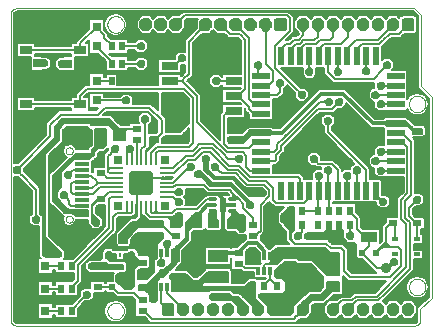
<source format=gbr>
G04 PROTEUS RS274X GERBER FILE*
%FSLAX45Y45*%
%MOMM*%
G01*
%ADD10C,0.165100*%
%ADD11C,0.200000*%
%ADD12C,0.300000*%
%ADD13C,0.250000*%
%ADD14C,0.609600*%
%ADD15R,1.000000X0.700000*%
%ADD16C,0.150000*%
%AMPPAD007*
4,1,36,
1.050000,0.195200,
1.050000,-0.195200,
1.043940,-0.257520,
1.026490,-0.315160,
0.998770,-0.366980,
0.961890,-0.411890,
0.916980,-0.448760,
0.865160,-0.476480,
0.807520,-0.493930,
0.745200,-0.500000,
-0.745200,-0.500000,
-0.807520,-0.493930,
-0.865160,-0.476480,
-0.916980,-0.448760,
-0.961890,-0.411890,
-0.998770,-0.366980,
-1.026490,-0.315160,
-1.043940,-0.257520,
-1.050000,-0.195200,
-1.050000,0.195200,
-1.043940,0.257520,
-1.026490,0.315160,
-0.998770,0.366980,
-0.961890,0.411890,
-0.916980,0.448760,
-0.865160,0.476480,
-0.807520,0.493930,
-0.745200,0.500000,
0.745200,0.500000,
0.807520,0.493930,
0.865160,0.476480,
0.916980,0.448760,
0.961890,0.411890,
0.998770,0.366980,
1.026490,0.315160,
1.043940,0.257520,
1.050000,0.195200,
0*%
%ADD17PPAD007*%
%AMPPAD008*
4,1,36,
0.900000,0.195200,
0.900000,-0.195200,
0.893940,-0.257520,
0.876490,-0.315160,
0.848770,-0.366980,
0.811890,-0.411890,
0.766980,-0.448760,
0.715160,-0.476480,
0.657520,-0.493930,
0.595200,-0.500000,
-0.595200,-0.500000,
-0.657520,-0.493930,
-0.715160,-0.476480,
-0.766980,-0.448760,
-0.811890,-0.411890,
-0.848770,-0.366980,
-0.876490,-0.315160,
-0.893940,-0.257520,
-0.900000,-0.195200,
-0.900000,0.195200,
-0.893940,0.257520,
-0.876490,0.315160,
-0.848770,0.366980,
-0.811890,0.411890,
-0.766980,0.448760,
-0.715160,0.476480,
-0.657520,0.493930,
-0.595200,0.500000,
0.595200,0.500000,
0.657520,0.493930,
0.715160,0.476480,
0.766980,0.448760,
0.811890,0.411890,
0.848770,0.366980,
0.876490,0.315160,
0.893940,0.257520,
0.900000,0.195200,
0*%
%ADD18PPAD008*%
%ADD19R,1.150000X0.600000*%
%ADD70R,1.150000X0.300000*%
%ADD71R,0.800000X0.800000*%
%ADD20R,0.530000X0.300000*%
%ADD21R,1.473200X0.635000*%
%ADD22R,0.500000X0.800000*%
%AMPPAD015*
4,1,23,
0.350000,-0.150000,
-0.200000,-0.150000,
-0.215590,-0.149240,
-0.230670,-0.147020,
-0.259030,-0.138430,
-0.284540,-0.124790,
-0.306640,-0.106640,
-0.324790,-0.084540,
-0.338430,-0.059030,
-0.347020,-0.030670,
-0.349240,-0.015590,
-0.350000,0.000000,
-0.349240,0.015590,
-0.347020,0.030670,
-0.338430,0.059030,
-0.324790,0.084540,
-0.306640,0.106640,
-0.284540,0.124790,
-0.259030,0.138430,
-0.230670,0.147020,
-0.215590,0.149240,
-0.200000,0.150000,
0.350000,0.150000,
0.350000,-0.150000,
0*%
%ADD23PPAD015*%
%AMPPAD016*
4,1,23,
-0.350000,0.150000,
0.200000,0.150000,
0.215590,0.149240,
0.230670,0.147020,
0.259030,0.138430,
0.284540,0.124790,
0.306640,0.106640,
0.324790,0.084540,
0.338430,0.059030,
0.347020,0.030670,
0.349240,0.015590,
0.350000,0.000000,
0.349240,-0.015590,
0.347020,-0.030670,
0.338430,-0.059030,
0.324790,-0.084540,
0.306640,-0.106640,
0.284540,-0.124790,
0.259030,-0.138430,
0.230670,-0.147020,
0.215590,-0.149240,
0.200000,-0.150000,
-0.350000,-0.150000,
-0.350000,0.150000,
0*%
%ADD24PPAD016*%
%ADD25R,0.500000X1.310000*%
%AMPPAD018*
4,1,36,
-0.425000,-0.023800,
-0.425000,0.023800,
-0.423480,0.039380,
-0.419120,0.053790,
-0.412190,0.066740,
-0.402970,0.077970,
-0.391750,0.087190,
-0.378790,0.094120,
-0.364380,0.098480,
-0.348800,0.100000,
0.348800,0.100000,
0.364380,0.098480,
0.378790,0.094120,
0.391750,0.087190,
0.402970,0.077970,
0.412190,0.066740,
0.419120,0.053790,
0.423480,0.039380,
0.425000,0.023800,
0.425000,-0.023800,
0.423480,-0.039380,
0.419120,-0.053790,
0.412190,-0.066740,
0.402970,-0.077970,
0.391750,-0.087190,
0.378790,-0.094120,
0.364380,-0.098480,
0.348800,-0.100000,
-0.348800,-0.100000,
-0.364380,-0.098480,
-0.378790,-0.094120,
-0.391750,-0.087190,
-0.402970,-0.077970,
-0.412190,-0.066740,
-0.419120,-0.053790,
-0.423480,-0.039380,
-0.425000,-0.023800,
0*%
%ADD26PPAD018*%
%AMPPAD019*
4,1,36,
0.023800,-0.425000,
-0.023800,-0.425000,
-0.039380,-0.423480,
-0.053790,-0.419120,
-0.066740,-0.412190,
-0.077970,-0.402970,
-0.087190,-0.391750,
-0.094120,-0.378790,
-0.098480,-0.364380,
-0.100000,-0.348800,
-0.100000,0.348800,
-0.098480,0.364380,
-0.094120,0.378790,
-0.087190,0.391750,
-0.077970,0.402970,
-0.066740,0.412190,
-0.053790,0.419120,
-0.039380,0.423480,
-0.023800,0.425000,
0.023800,0.425000,
0.039380,0.423480,
0.053790,0.419120,
0.066740,0.412190,
0.077970,0.402970,
0.087190,0.391750,
0.094120,0.378790,
0.098480,0.364380,
0.100000,0.348800,
0.100000,-0.348800,
0.098480,-0.364380,
0.094120,-0.378790,
0.087190,-0.391750,
0.077970,-0.402970,
0.066740,-0.412190,
0.053790,-0.419120,
0.039380,-0.423480,
0.023800,-0.425000,
0*%
%ADD27PPAD019*%
%AMPPAD020*
4,1,36,
0.746000,-1.000000,
-0.746000,-1.000000,
-0.797930,-0.994950,
-0.845960,-0.980400,
-0.889150,-0.957300,
-0.926580,-0.926580,
-0.957300,-0.889150,
-0.980400,-0.845960,
-0.994950,-0.797930,
-1.000000,-0.746000,
-1.000000,0.746000,
-0.994950,0.797930,
-0.980400,0.845960,
-0.957300,0.889150,
-0.926580,0.926580,
-0.889150,0.957300,
-0.845960,0.980400,
-0.797930,0.994950,
-0.746000,1.000000,
0.746000,1.000000,
0.797930,0.994950,
0.845960,0.980400,
0.889150,0.957300,
0.926580,0.926580,
0.957300,0.889150,
0.980400,0.845960,
0.994950,0.797930,
1.000000,0.746000,
1.000000,-0.746000,
0.994950,-0.797930,
0.980400,-0.845960,
0.957300,-0.889150,
0.926580,-0.926580,
0.889150,-0.957300,
0.845960,-0.980400,
0.797930,-0.994950,
0.746000,-1.000000,
0*%
%ADD28PPAD020*%
%ADD29R,0.780000X0.780000*%
%ADD72R,0.300000X0.750000*%
%ADD73R,1.500000X0.550000*%
%ADD30R,0.550000X1.500000*%
%ADD31R,0.508000X0.762000*%
%ADD32R,0.180000X0.350000*%
%ADD33R,0.940000X0.300000*%
%AMPPAD028*
4,1,36,
0.373000,-0.500000,
-0.373000,-0.500000,
-0.398970,-0.497470,
-0.422980,-0.490200,
-0.444580,-0.478650,
-0.463290,-0.463290,
-0.478650,-0.444570,
-0.490200,-0.422980,
-0.497470,-0.398970,
-0.500000,-0.373000,
-0.500000,0.373000,
-0.497470,0.398970,
-0.490200,0.422980,
-0.478650,0.444570,
-0.463290,0.463290,
-0.444580,0.478650,
-0.422980,0.490200,
-0.398970,0.497470,
-0.373000,0.500000,
0.373000,0.500000,
0.398970,0.497470,
0.422980,0.490200,
0.444580,0.478650,
0.463290,0.463290,
0.478650,0.444570,
0.490200,0.422980,
0.497470,0.398970,
0.500000,0.373000,
0.500000,-0.373000,
0.497470,-0.398970,
0.490200,-0.422980,
0.478650,-0.444570,
0.463290,-0.463290,
0.444580,-0.478650,
0.422980,-0.490200,
0.398970,-0.497470,
0.373000,-0.500000,
0*%
%ADD34PPAD028*%
%ADD35C,1.000000*%
%ADD36R,0.900000X1.050000*%
%ADD37R,0.762000X0.508000*%
%ADD38R,0.500000X0.500000*%
%ADD39R,1.100000X0.800000*%
%ADD40R,1.100000X2.000000*%
%ADD41C,0.889000*%
%ADD42R,1.397000X0.889000*%
%ADD43R,1.700000X1.000000*%
%ADD44R,0.300000X0.670000*%
%ADD45R,1.800000X0.900000*%
%ADD46C,0.025400*%
G36*
X+999255Y+603632D02*
X+999255Y+584168D01*
X+1013018Y+570405D01*
X+1032482Y+570405D01*
X+1044350Y+582273D01*
X+1044350Y+581200D01*
X+1082450Y+543100D01*
X+1082450Y+517700D01*
X+1044350Y+479600D01*
X+1044350Y+416100D01*
X+1025300Y+435150D01*
X+968577Y+435150D01*
X+968364Y+435364D01*
X+987200Y+454200D01*
X+987200Y+530400D01*
X+968150Y+549450D01*
X+968150Y+585645D01*
X+969019Y+585645D01*
X+971950Y+588576D01*
X+974881Y+585645D01*
X+981719Y+585645D01*
X+986555Y+590481D01*
X+986555Y+593900D01*
X+987200Y+593900D01*
X+1006250Y+612950D01*
X+1008573Y+612950D01*
X+999255Y+603632D01*
G37*
G36*
X+882650Y+717155D02*
X+882181Y+717155D01*
X+879250Y+714224D01*
X+876319Y+717155D01*
X+869481Y+717155D01*
X+864645Y+712319D01*
X+864645Y+705481D01*
X+869481Y+700645D01*
X+876319Y+700645D01*
X+879250Y+703576D01*
X+882181Y+700645D01*
X+882650Y+700645D01*
X+882650Y+694800D01*
X+857778Y+694800D01*
X+843270Y+680292D01*
X+843270Y+655040D01*
X+800100Y+655040D01*
X+768350Y+623290D01*
X+768350Y+572490D01*
X+755650Y+559790D01*
X+666750Y+559790D01*
X+882650Y+775690D01*
X+882650Y+717155D01*
G37*
G36*
X+1031668Y+827405D02*
X+1051132Y+827405D01*
X+1054736Y+831009D01*
X+1054736Y+814426D01*
X+977900Y+737590D01*
X+977900Y+717155D01*
X+974881Y+717155D01*
X+971950Y+714224D01*
X+969019Y+717155D01*
X+962181Y+717155D01*
X+957345Y+712319D01*
X+957345Y+712190D01*
X+933855Y+712190D01*
X+933855Y+712319D01*
X+929019Y+717155D01*
X+927100Y+717155D01*
X+927100Y+769340D01*
X+990600Y+832840D01*
X+1026233Y+832840D01*
X+1031668Y+827405D01*
G37*
G36*
X+901700Y+807440D02*
X+901700Y+896340D01*
X+914400Y+909040D01*
X+1003300Y+909040D01*
X+901700Y+807440D01*
G37*
G36*
X+1282700Y+737590D02*
X+1231900Y+686790D01*
X+1231900Y+618224D01*
X+1228969Y+621155D01*
X+1222131Y+621155D01*
X+1217295Y+616319D01*
X+1217295Y+609481D01*
X+1222131Y+604645D01*
X+1228969Y+604645D01*
X+1231900Y+607576D01*
X+1231900Y+572490D01*
X+1212850Y+553440D01*
X+1212850Y+458190D01*
X+1155700Y+401040D01*
X+1085850Y+401040D01*
X+1085850Y+458190D01*
X+1104900Y+477240D01*
X+1168400Y+477240D01*
X+1171856Y+480696D01*
X+1180464Y+480696D01*
X+1180464Y+489304D01*
X+1187450Y+496290D01*
X+1187450Y+578840D01*
X+1162050Y+604240D01*
X+1104900Y+604240D01*
X+1041400Y+667740D01*
X+1012064Y+667740D01*
X+1012064Y+670154D01*
X+1022350Y+680440D01*
X+1022350Y+718540D01*
X+1079500Y+775690D01*
X+1282700Y+775690D01*
X+1282700Y+737590D01*
G37*
%LPC*%
G36*
X+1114181Y+767715D02*
X+1121019Y+767715D01*
X+1125855Y+762879D01*
X+1125855Y+756041D01*
X+1121019Y+751205D01*
X+1114181Y+751205D01*
X+1109345Y+756041D01*
X+1109345Y+762879D01*
X+1114181Y+767715D01*
G37*
G36*
X+1121019Y+405485D02*
X+1114181Y+405485D01*
X+1109345Y+410321D01*
X+1109345Y+417159D01*
X+1114181Y+421995D01*
X+1121019Y+421995D01*
X+1125855Y+417159D01*
X+1125855Y+410321D01*
X+1121019Y+405485D01*
G37*
G36*
X+1253881Y+767715D02*
X+1260719Y+767715D01*
X+1265555Y+762879D01*
X+1265555Y+756041D01*
X+1260719Y+751205D01*
X+1253881Y+751205D01*
X+1249045Y+756041D01*
X+1249045Y+762879D01*
X+1253881Y+767715D01*
G37*
G36*
X+1121019Y+614045D02*
X+1114181Y+614045D01*
X+1109345Y+618881D01*
X+1109345Y+625719D01*
X+1114181Y+630555D01*
X+1121019Y+630555D01*
X+1125855Y+625719D01*
X+1125855Y+618881D01*
X+1121019Y+614045D01*
G37*
%LPD*%
G36*
X+1931650Y+927100D02*
X+1942873Y+927100D01*
X+1933555Y+917782D01*
X+1933555Y+898318D01*
X+1947318Y+884555D01*
X+1966782Y+884555D01*
X+1976100Y+893873D01*
X+1976100Y+833327D01*
X+1966782Y+842645D01*
X+1947318Y+842645D01*
X+1933555Y+828882D01*
X+1933555Y+817245D01*
X+1918950Y+831850D01*
X+1855450Y+831850D01*
X+1849100Y+838200D01*
X+1849100Y+895350D01*
X+1880850Y+927100D01*
X+1880850Y+952500D01*
X+1906250Y+952500D01*
X+1931650Y+927100D01*
G37*
%LPC*%
G36*
X+1871081Y+859155D02*
X+1877919Y+859155D01*
X+1882755Y+854319D01*
X+1882755Y+847481D01*
X+1877919Y+842645D01*
X+1871081Y+842645D01*
X+1866245Y+847481D01*
X+1866245Y+854319D01*
X+1871081Y+859155D01*
G37*
%LPD*%
G36*
X+424700Y+1307000D02*
X+424700Y+1167300D01*
X+386600Y+1135550D01*
X+386600Y+1072050D01*
X+488200Y+970450D01*
X+443750Y+970450D01*
X+367550Y+1046650D01*
X+367550Y+1262550D01*
X+500900Y+1402250D01*
X+519950Y+1402250D01*
X+424700Y+1307000D01*
G37*
G36*
X+678700Y+1643550D02*
X+678700Y+1529250D01*
X+646950Y+1497500D01*
X+564400Y+1497500D01*
X+526300Y+1535600D01*
X+500900Y+1535600D01*
X+450100Y+1586400D01*
X+450100Y+1649900D01*
X+456450Y+1656250D01*
X+666000Y+1656250D01*
X+678700Y+1643550D01*
G37*
%LPC*%
G36*
X+531060Y+1653305D02*
X+558940Y+1653305D01*
X+578655Y+1633590D01*
X+578655Y+1605710D01*
X+558940Y+1585995D01*
X+531060Y+1585995D01*
X+511345Y+1605710D01*
X+511345Y+1633590D01*
X+531060Y+1653305D01*
G37*
G36*
X+599081Y+1515905D02*
X+605919Y+1515905D01*
X+610755Y+1511069D01*
X+610755Y+1504231D01*
X+605919Y+1499395D01*
X+599081Y+1499395D01*
X+594245Y+1504231D01*
X+594245Y+1511069D01*
X+599081Y+1515905D01*
G37*
%LPD*%
G36*
X+799350Y+1522900D02*
X+780300Y+1503850D01*
X+735850Y+1503850D01*
X+691400Y+1459400D01*
X+691400Y+1484800D01*
X+723150Y+1516550D01*
X+723150Y+1580050D01*
X+799350Y+1580050D01*
X+799350Y+1522900D01*
G37*
G36*
X+1504950Y+1873250D02*
X+1504950Y+1830477D01*
X+1496882Y+1838545D01*
X+1477418Y+1838545D01*
X+1463655Y+1824782D01*
X+1463655Y+1805318D01*
X+1477418Y+1791555D01*
X+1496882Y+1791555D01*
X+1504950Y+1799623D01*
X+1504950Y+1714500D01*
X+1446895Y+1656445D01*
X+1446895Y+1672382D01*
X+1433132Y+1686145D01*
X+1413668Y+1686145D01*
X+1399905Y+1672382D01*
X+1399905Y+1652918D01*
X+1408173Y+1644650D01*
X+1320800Y+1644650D01*
X+1314450Y+1651000D01*
X+1314450Y+1758950D01*
X+1282700Y+1790700D01*
X+1282700Y+1962150D01*
X+1416050Y+1962150D01*
X+1504950Y+1873250D01*
G37*
%LPC*%
G36*
X+1343781Y+1950305D02*
X+1350619Y+1950305D01*
X+1355455Y+1945469D01*
X+1355455Y+1938631D01*
X+1350619Y+1933795D01*
X+1343781Y+1933795D01*
X+1338945Y+1938631D01*
X+1338945Y+1945469D01*
X+1343781Y+1950305D01*
G37*
G36*
X+1343781Y+1823305D02*
X+1350619Y+1823305D01*
X+1355455Y+1818469D01*
X+1355455Y+1811631D01*
X+1350619Y+1806795D01*
X+1343781Y+1806795D01*
X+1338945Y+1811631D01*
X+1338945Y+1818469D01*
X+1343781Y+1823305D01*
G37*
G36*
X+1343781Y+1670905D02*
X+1350619Y+1670905D01*
X+1355455Y+1666069D01*
X+1355455Y+1659231D01*
X+1350619Y+1654395D01*
X+1343781Y+1654395D01*
X+1338945Y+1659231D01*
X+1338945Y+1666069D01*
X+1343781Y+1670905D01*
G37*
%LPD*%
G36*
X+2692400Y+612900D02*
X+2768600Y+612900D01*
X+2774950Y+606550D01*
X+2774950Y+439935D01*
X+2674865Y+439935D01*
X+2552700Y+562100D01*
X+2444750Y+562100D01*
X+2432050Y+574800D01*
X+2305050Y+574800D01*
X+2260600Y+530350D01*
X+2209800Y+530350D01*
X+2209800Y+606550D01*
X+2222500Y+619250D01*
X+2686050Y+619250D01*
X+2692400Y+612900D01*
G37*
%LPC*%
G36*
X+2722245Y+516781D02*
X+2722245Y+523619D01*
X+2727081Y+528455D01*
X+2733919Y+528455D01*
X+2738755Y+523619D01*
X+2738755Y+516781D01*
X+2733919Y+511945D01*
X+2727081Y+511945D01*
X+2722245Y+516781D01*
G37*
G36*
X+2346081Y+595755D02*
X+2352919Y+595755D01*
X+2357755Y+590919D01*
X+2357755Y+584081D01*
X+2352919Y+579245D01*
X+2346081Y+579245D01*
X+2341245Y+584081D01*
X+2341245Y+590919D01*
X+2346081Y+595755D01*
G37*
G36*
X+2519045Y+584081D02*
X+2519045Y+590919D01*
X+2523881Y+595755D01*
X+2530719Y+595755D01*
X+2535555Y+590919D01*
X+2535555Y+584081D01*
X+2530719Y+579245D01*
X+2523881Y+579245D01*
X+2519045Y+584081D01*
G37*
%LPD*%
G36*
X+2806700Y+733550D02*
X+2752527Y+733550D01*
X+2748282Y+737795D01*
X+2728818Y+737795D01*
X+2724573Y+733550D01*
X+2508250Y+733550D01*
X+2495550Y+746250D01*
X+2495550Y+765300D01*
X+2508250Y+778000D01*
X+2654300Y+778000D01*
X+2658896Y+783515D01*
X+2806700Y+783515D01*
X+2806700Y+733550D01*
G37*
G36*
X+2914650Y+689100D02*
X+2914650Y+574800D01*
X+2922686Y+566764D01*
X+2922686Y+559836D01*
X+2929614Y+559836D01*
X+2933700Y+555750D01*
X+2965450Y+555750D01*
X+3073400Y+447800D01*
X+2889250Y+447800D01*
X+2863850Y+473200D01*
X+2863850Y+695450D01*
X+2908300Y+695450D01*
X+2914650Y+689100D01*
G37*
%LPC*%
G36*
X+2946906Y+492332D02*
X+2946906Y+472868D01*
X+2933143Y+459105D01*
X+2913679Y+459105D01*
X+2899916Y+472868D01*
X+2899916Y+492332D01*
X+2913679Y+506095D01*
X+2933143Y+506095D01*
X+2946906Y+492332D01*
G37*
%LPD*%
G36*
X+1440955Y+420932D02*
X+1440955Y+401468D01*
X+1454718Y+387705D01*
X+1474182Y+387705D01*
X+1487945Y+401468D01*
X+1487945Y+418104D01*
X+1536960Y+373990D01*
X+1536960Y+335155D01*
X+1533281Y+335155D01*
X+1528445Y+330319D01*
X+1528445Y+329540D01*
X+1379984Y+329540D01*
X+1378969Y+330555D01*
X+1372131Y+330555D01*
X+1371860Y+330284D01*
X+1371860Y+380340D01*
X+1352810Y+399390D01*
X+1352810Y+400713D01*
X+1365818Y+387705D01*
X+1385282Y+387705D01*
X+1399045Y+401468D01*
X+1399045Y+420932D01*
X+1388837Y+431140D01*
X+1451163Y+431140D01*
X+1440955Y+420932D01*
G37*
G36*
X+2646738Y+215777D02*
X+2546350Y+215900D01*
X+2538564Y+208114D01*
X+2528736Y+208114D01*
X+2528736Y+198286D01*
X+2508250Y+177800D01*
X+2463800Y+177800D01*
X+2540000Y+254000D01*
X+2647950Y+254000D01*
X+2698750Y+304800D01*
X+2735646Y+305702D01*
X+2646738Y+215777D01*
G37*
G36*
X+2520950Y+375410D02*
X+2520950Y+335524D01*
X+2519045Y+333619D01*
X+2519045Y+326781D01*
X+2520950Y+324876D01*
X+2520950Y+292860D01*
X+2387600Y+159510D01*
X+2387600Y+149351D01*
X+2365346Y+171605D01*
X+2333654Y+171605D01*
X+2311245Y+149196D01*
X+2311245Y+117504D01*
X+2332739Y+96010D01*
X+2239261Y+96010D01*
X+2260755Y+117504D01*
X+2260755Y+149196D01*
X+2238346Y+171605D01*
X+2206654Y+171605D01*
X+2184400Y+149351D01*
X+2184400Y+159510D01*
X+2108200Y+235710D01*
X+2108200Y+254760D01*
X+2114550Y+261110D01*
X+2305050Y+261110D01*
X+2336800Y+292860D01*
X+2336800Y+369060D01*
X+2298700Y+407160D01*
X+2281127Y+407160D01*
X+2290445Y+416478D01*
X+2290445Y+435942D01*
X+2276682Y+449705D01*
X+2257218Y+449705D01*
X+2247900Y+440387D01*
X+2247900Y+457960D01*
X+2298700Y+508760D01*
X+2387600Y+508760D01*
X+2520950Y+375410D01*
G37*
%LPC*%
G36*
X+2346081Y+504315D02*
X+2352919Y+504315D01*
X+2357755Y+499479D01*
X+2357755Y+492641D01*
X+2352919Y+487805D01*
X+2346081Y+487805D01*
X+2341245Y+492641D01*
X+2341245Y+499479D01*
X+2346081Y+504315D01*
G37*
G36*
X+2357755Y+333619D02*
X+2357755Y+326781D01*
X+2352919Y+321945D01*
X+2346081Y+321945D01*
X+2341245Y+326781D01*
X+2341245Y+333619D01*
X+2346081Y+338455D01*
X+2352919Y+338455D01*
X+2357755Y+333619D01*
G37*
G36*
X+2326005Y+416478D02*
X+2326005Y+435942D01*
X+2339768Y+449705D01*
X+2359232Y+449705D01*
X+2372995Y+435942D01*
X+2372995Y+416478D01*
X+2359232Y+402715D01*
X+2339768Y+402715D01*
X+2326005Y+416478D01*
G37*
G36*
X+2408555Y+416478D02*
X+2408555Y+435942D01*
X+2422318Y+449705D01*
X+2441782Y+449705D01*
X+2455545Y+435942D01*
X+2455545Y+416478D01*
X+2441782Y+402715D01*
X+2422318Y+402715D01*
X+2408555Y+416478D01*
G37*
%LPD*%
G36*
X+387350Y+642110D02*
X+419100Y+616710D01*
X+419100Y+612927D01*
X+408282Y+623745D01*
X+388818Y+623745D01*
X+375055Y+609982D01*
X+375055Y+590518D01*
X+386963Y+578610D01*
X+321237Y+578610D01*
X+333145Y+590518D01*
X+333145Y+609982D01*
X+319382Y+623745D01*
X+299918Y+623745D01*
X+286155Y+609982D01*
X+286155Y+597255D01*
X+279400Y+604010D01*
X+279400Y+737360D01*
X+292100Y+737360D01*
X+387350Y+642110D01*
G37*
G36*
X+920750Y+1651760D02*
X+882650Y+1651760D01*
X+819150Y+1715260D01*
X+450850Y+1715260D01*
X+430004Y+1694414D01*
X+415236Y+1694414D01*
X+415236Y+1679646D01*
X+406400Y+1670810D01*
X+406400Y+1569210D01*
X+285750Y+1448560D01*
X+285750Y+927860D01*
X+273050Y+927860D01*
X+254000Y+946910D01*
X+254000Y+1169160D01*
X+114300Y+1308860D01*
X+114300Y+1321560D01*
X+381000Y+1588260D01*
X+381000Y+1683510D01*
X+438150Y+1740660D01*
X+831850Y+1740660D01*
X+920750Y+1651760D01*
G37*
G36*
X+2656881Y+2141570D02*
X+2656881Y+2127895D01*
X+2729847Y+2054929D01*
X+2783702Y+2054929D01*
X+2770505Y+2041732D01*
X+2770505Y+2022268D01*
X+2784268Y+2008505D01*
X+2803732Y+2008505D01*
X+2817495Y+2022268D01*
X+2817495Y+2041732D01*
X+2804298Y+2054929D01*
X+3074481Y+2054929D01*
X+3074481Y+2008069D01*
X+3062075Y+2008069D01*
X+3030031Y+1976025D01*
X+3030031Y+1923275D01*
X+3062075Y+1891231D01*
X+3074481Y+1891231D01*
X+3074481Y+1843275D01*
X+3106525Y+1811231D01*
X+3159275Y+1811231D01*
X+3165430Y+1817386D01*
X+3359664Y+1817386D01*
X+3359664Y+1829919D01*
X+3369748Y+1808279D01*
X+3404648Y+1784044D01*
X+3441700Y+1776711D01*
X+3478752Y+1784044D01*
X+3513652Y+1808279D01*
X+3536838Y+1858036D01*
X+3537585Y+1870037D01*
X+3537585Y+327063D01*
X+3536838Y+339064D01*
X+3513652Y+388821D01*
X+3478752Y+413056D01*
X+3441700Y+420389D01*
X+3404648Y+413056D01*
X+3369748Y+388821D01*
X+3346562Y+339064D01*
X+3345615Y+323850D01*
X+3346562Y+308636D01*
X+3369748Y+258879D01*
X+3404648Y+234644D01*
X+3441700Y+227311D01*
X+3478752Y+234644D01*
X+3513652Y+258879D01*
X+3536838Y+308636D01*
X+3537585Y+320637D01*
X+3537585Y+241923D01*
X+3443605Y+147943D01*
X+3443605Y+48244D01*
X+3441176Y+35849D01*
X+3436185Y+28375D01*
X+3428711Y+23384D01*
X+3416316Y+20955D01*
X+53324Y+20955D01*
X+40929Y+23384D01*
X+33455Y+28375D01*
X+28464Y+35849D01*
X+26035Y+48244D01*
X+26035Y+1256031D01*
X+60057Y+1256031D01*
X+181136Y+1134952D01*
X+181136Y+945382D01*
X+170181Y+934427D01*
X+170181Y+934425D01*
X+157481Y+921725D01*
X+157481Y+868975D01*
X+189525Y+836931D01*
X+241258Y+836931D01*
X+241258Y+583848D01*
X+251231Y+573875D01*
X+251231Y+573873D01*
X+258690Y+566414D01*
X+227236Y+566414D01*
X+227236Y+436886D01*
X+356764Y+436886D01*
X+356764Y+468631D01*
X+375286Y+468631D01*
X+375286Y+438786D01*
X+533973Y+438786D01*
X+533973Y+390167D01*
X+517820Y+374014D01*
X+375286Y+374014D01*
X+375286Y+344169D01*
X+356764Y+344169D01*
X+356764Y+375914D01*
X+227236Y+375914D01*
X+227236Y+246386D01*
X+356764Y+246386D01*
X+356764Y+278131D01*
X+375286Y+278131D01*
X+375286Y+248286D01*
X+567054Y+248286D01*
X+567054Y+329860D01*
X+600011Y+362817D01*
X+600011Y+497846D01*
X+652710Y+550545D01*
X+654186Y+546980D01*
X+651575Y+544369D01*
X+651573Y+544369D01*
X+632231Y+525027D01*
X+632231Y+472273D01*
X+651573Y+452931D01*
X+651575Y+452931D01*
X+664275Y+440231D01*
X+871335Y+440231D01*
X+862331Y+431227D01*
X+862331Y+372064D01*
X+810836Y+372064D01*
X+810836Y+355319D01*
X+799464Y+355319D01*
X+799464Y+372464D01*
X+673736Y+372464D01*
X+673736Y+315298D01*
X+670265Y+318769D01*
X+617515Y+318769D01*
X+585471Y+286725D01*
X+585471Y+248625D01*
X+520360Y+183514D01*
X+375286Y+183514D01*
X+375286Y+153669D01*
X+356764Y+153669D01*
X+356764Y+185414D01*
X+227236Y+185414D01*
X+227236Y+55886D01*
X+356764Y+55886D01*
X+356764Y+87631D01*
X+375286Y+87631D01*
X+375286Y+57786D01*
X+567054Y+57786D01*
X+567054Y+136820D01*
X+632165Y+201931D01*
X+670265Y+201931D01*
X+702309Y+233975D01*
X+702309Y+272136D01*
X+799464Y+272136D01*
X+799464Y+289281D01*
X+810836Y+289281D01*
X+810836Y+272536D01*
X+863670Y+272536D01*
X+898929Y+237277D01*
X+1028929Y+237277D01*
X+1054736Y+211470D01*
X+1054736Y+68936D01*
X+1133770Y+68936D01*
X+1179747Y+22959D01*
X+2412803Y+22959D01*
X+2445725Y+55881D01*
X+2509225Y+55881D01*
X+2553969Y+100625D01*
X+2553969Y+167003D01*
X+2564671Y+177705D01*
X+2611999Y+177705D01*
X+2612026Y+177732D01*
X+2656656Y+177732D01*
X+2738005Y+259081D01*
X+2794977Y+259081D01*
X+2801332Y+265436D01*
X+2810264Y+265436D01*
X+2810264Y+274368D01*
X+2814319Y+278423D01*
X+2814319Y+381975D01*
X+2813745Y+382549D01*
X+2813745Y+410701D01*
X+2814319Y+411275D01*
X+2814319Y+418603D01*
X+2859749Y+373173D01*
X+3180350Y+373173D01*
X+3083842Y+276665D01*
X+2907516Y+276665D01*
X+2874612Y+243761D01*
X+2794217Y+243761D01*
X+2761275Y+210819D01*
X+2697775Y+210819D01*
X+2653031Y+166075D01*
X+2653031Y+100625D01*
X+2697775Y+55881D01*
X+2763225Y+55881D01*
X+2794000Y+86656D01*
X+2824775Y+55881D01*
X+2890225Y+55881D01*
X+2921000Y+86656D01*
X+2951775Y+55881D01*
X+3017225Y+55881D01*
X+3048000Y+86656D01*
X+3078775Y+55881D01*
X+3144225Y+55881D01*
X+3175000Y+86656D01*
X+3205775Y+55881D01*
X+3271225Y+55881D01*
X+3302000Y+86656D01*
X+3332775Y+55881D01*
X+3398225Y+55881D01*
X+3442969Y+100625D01*
X+3442969Y+166075D01*
X+3398225Y+210819D01*
X+3332775Y+210819D01*
X+3302000Y+180044D01*
X+3271225Y+210819D01*
X+3205775Y+210819D01*
X+3175000Y+180044D01*
X+3151120Y+203924D01*
X+3191276Y+244081D01*
X+3392553Y+445358D01*
X+3392555Y+445358D01*
X+3411897Y+464700D01*
X+3411897Y+561986D01*
X+3492964Y+561986D01*
X+3492964Y+641514D01*
X+3411897Y+641514D01*
X+3411897Y+691986D01*
X+3492964Y+691986D01*
X+3492964Y+771514D01*
X+3474719Y+771514D01*
X+3474719Y+817246D01*
X+3504564Y+817246D01*
X+3504564Y+917574D01*
X+3425530Y+917574D01*
X+3404869Y+938235D01*
X+3404869Y+980735D01*
X+3429975Y+1005841D01*
X+3468075Y+1005841D01*
X+3500119Y+1037885D01*
X+3500119Y+1090635D01*
X+3468075Y+1122679D01*
X+3425580Y+1122679D01*
X+3425580Y+1568106D01*
X+3403645Y+1590041D01*
X+3493475Y+1590041D01*
X+3495380Y+1591946D01*
X+3504564Y+1591946D01*
X+3504564Y+1601130D01*
X+3512819Y+1609385D01*
X+3512819Y+1674835D01*
X+3504564Y+1683090D01*
X+3504564Y+1692274D01*
X+3495380Y+1692274D01*
X+3493475Y+1694179D01*
X+3423667Y+1694179D01*
X+3398037Y+1719809D01*
X+3398035Y+1719809D01*
X+3359664Y+1758180D01*
X+3359664Y+1761914D01*
X+3355930Y+1761914D01*
X+3354855Y+1762989D01*
X+3170025Y+1762989D01*
X+3168950Y+1761914D01*
X+3160136Y+1761914D01*
X+3160136Y+1753100D01*
X+3156450Y+1749414D01*
X+3082020Y+1749414D01*
X+2829520Y+2001914D01*
X+2612430Y+2001914D01*
X+2279930Y+1669414D01*
X+2220810Y+1669414D01*
X+2219664Y+1670560D01*
X+2219664Y+1681914D01*
X+2208310Y+1681914D01*
X+2207235Y+1682989D01*
X+2015119Y+1682989D01*
X+1974479Y+1642349D01*
X+1974477Y+1642349D01*
X+1961757Y+1629629D01*
X+1836249Y+1629629D01*
X+1836249Y+1758536D01*
X+1985624Y+1758536D01*
X+1985624Y+1838592D01*
X+1987203Y+1837013D01*
X+1987203Y+1818237D01*
X+2020136Y+1785304D01*
X+2020136Y+1737386D01*
X+2219664Y+1737386D01*
X+2219664Y+1916631D01*
X+2266925Y+1916631D01*
X+2311669Y+1961375D01*
X+2311669Y+1999473D01*
X+2324369Y+2012173D01*
X+2324369Y+2012175D01*
X+2337069Y+2024875D01*
X+2337069Y+2035837D01*
X+2408556Y+1964350D01*
X+2408556Y+1926250D01*
X+2440600Y+1894206D01*
X+2493350Y+1894206D01*
X+2525394Y+1926250D01*
X+2525394Y+1979000D01*
X+2493350Y+2011044D01*
X+2455250Y+2011044D01*
X+2286408Y+2179886D01*
X+2478692Y+2179886D01*
X+2471481Y+2172675D01*
X+2471481Y+2119925D01*
X+2503525Y+2087881D01*
X+2556275Y+2087881D01*
X+2588319Y+2119925D01*
X+2588319Y+2172675D01*
X+2581108Y+2179886D01*
X+2656881Y+2179886D01*
X+2656881Y+2141570D01*
G37*
%LPC*%
G36*
X+894055Y+216188D02*
X+894055Y+216189D01*
X+926052Y+209856D01*
X+960952Y+185621D01*
X+984138Y+135864D01*
X+985085Y+120650D01*
X+984138Y+105436D01*
X+960952Y+55679D01*
X+926052Y+31444D01*
X+889000Y+24111D01*
X+883945Y+25111D01*
X+851948Y+31444D01*
X+817048Y+55679D01*
X+793862Y+105436D01*
X+792915Y+120650D01*
X+793862Y+135864D01*
X+817048Y+185621D01*
X+851948Y+209856D01*
X+889000Y+217189D01*
X+894055Y+216188D01*
G37*
G36*
X+113060Y+789305D02*
X+140940Y+789305D01*
X+160655Y+769590D01*
X+160655Y+741710D01*
X+140940Y+721995D01*
X+113060Y+721995D01*
X+93345Y+741710D01*
X+93345Y+769590D01*
X+113060Y+789305D01*
G37*
G36*
X+135255Y+124069D02*
X+135255Y+117231D01*
X+130419Y+112395D01*
X+123581Y+112395D01*
X+118745Y+117231D01*
X+118745Y+124069D01*
X+123581Y+128905D01*
X+130419Y+128905D01*
X+135255Y+124069D01*
G37*
G36*
X+135255Y+314569D02*
X+135255Y+307731D01*
X+130419Y+302895D01*
X+123581Y+302895D01*
X+118745Y+307731D01*
X+118745Y+314569D01*
X+123581Y+319405D01*
X+130419Y+319405D01*
X+135255Y+314569D01*
G37*
G36*
X+135255Y+505069D02*
X+135255Y+498231D01*
X+130419Y+493395D01*
X+123581Y+493395D01*
X+118745Y+498231D01*
X+118745Y+505069D01*
X+123581Y+509905D01*
X+130419Y+509905D01*
X+135255Y+505069D01*
G37*
G36*
X+3445119Y+658495D02*
X+3438281Y+658495D01*
X+3433445Y+663331D01*
X+3433445Y+670169D01*
X+3438281Y+675005D01*
X+3445119Y+675005D01*
X+3449955Y+670169D01*
X+3449955Y+663331D01*
X+3445119Y+658495D01*
G37*
G36*
X+2116481Y+1717905D02*
X+2123319Y+1717905D01*
X+2128155Y+1713069D01*
X+2128155Y+1706231D01*
X+2123319Y+1701395D01*
X+2116481Y+1701395D01*
X+2111645Y+1706231D01*
X+2111645Y+1713069D01*
X+2116481Y+1717905D01*
G37*
G36*
X+3256481Y+1797905D02*
X+3263319Y+1797905D01*
X+3268155Y+1793069D01*
X+3268155Y+1786231D01*
X+3263319Y+1781395D01*
X+3256481Y+1781395D01*
X+3251645Y+1786231D01*
X+3251645Y+1793069D01*
X+3256481Y+1797905D01*
G37*
G36*
X+2565245Y+117504D02*
X+2565245Y+149196D01*
X+2587654Y+171605D01*
X+2619346Y+171605D01*
X+2641755Y+149196D01*
X+2641755Y+117504D01*
X+2619346Y+95095D01*
X+2587654Y+95095D01*
X+2565245Y+117504D01*
G37*
G36*
X+3445119Y+1725295D02*
X+3438281Y+1725295D01*
X+3433445Y+1730131D01*
X+3433445Y+1736969D01*
X+3438281Y+1741805D01*
X+3445119Y+1741805D01*
X+3449955Y+1736969D01*
X+3449955Y+1730131D01*
X+3445119Y+1725295D01*
G37*
G36*
X+1941169Y+1654395D02*
X+1934331Y+1654395D01*
X+1929495Y+1659231D01*
X+1929495Y+1666069D01*
X+1934331Y+1670905D01*
X+1941169Y+1670905D01*
X+1946005Y+1666069D01*
X+1946005Y+1659231D01*
X+1941169Y+1654395D01*
G37*
G36*
X+740019Y+405485D02*
X+733181Y+405485D01*
X+728345Y+410321D01*
X+728345Y+417159D01*
X+733181Y+421995D01*
X+740019Y+421995D01*
X+744855Y+417159D01*
X+744855Y+410321D01*
X+740019Y+405485D01*
G37*
G36*
X+3445119Y+950595D02*
X+3438281Y+950595D01*
X+3433445Y+955431D01*
X+3433445Y+962269D01*
X+3438281Y+967105D01*
X+3445119Y+967105D01*
X+3449955Y+962269D01*
X+3449955Y+955431D01*
X+3445119Y+950595D01*
G37*
G36*
X+1850755Y+1703718D02*
X+1850755Y+1723182D01*
X+1864518Y+1736945D01*
X+1883982Y+1736945D01*
X+1897745Y+1723182D01*
X+1897745Y+1703718D01*
X+1883982Y+1689955D01*
X+1864518Y+1689955D01*
X+1850755Y+1703718D01*
G37*
G36*
X+3481705Y+657018D02*
X+3481705Y+676482D01*
X+3495468Y+690245D01*
X+3514932Y+690245D01*
X+3528695Y+676482D01*
X+3528695Y+657018D01*
X+3514932Y+643255D01*
X+3495468Y+643255D01*
X+3481705Y+657018D01*
G37*
G36*
X+27305Y+1177718D02*
X+27305Y+1197182D01*
X+41068Y+1210945D01*
X+60532Y+1210945D01*
X+74295Y+1197182D01*
X+74295Y+1177718D01*
X+60532Y+1163955D01*
X+41068Y+1163955D01*
X+27305Y+1177718D01*
G37*
G36*
X+617855Y+404008D02*
X+617855Y+423472D01*
X+631618Y+437235D01*
X+651082Y+437235D01*
X+664845Y+423472D01*
X+664845Y+404008D01*
X+651082Y+390245D01*
X+631618Y+390245D01*
X+617855Y+404008D01*
G37*
G36*
X+3278505Y+276018D02*
X+3278505Y+295482D01*
X+3292268Y+309245D01*
X+3311732Y+309245D01*
X+3325495Y+295482D01*
X+3325495Y+276018D01*
X+3311732Y+262255D01*
X+3292268Y+262255D01*
X+3278505Y+276018D01*
G37*
G36*
X+2899916Y+320468D02*
X+2899916Y+339932D01*
X+2913679Y+353695D01*
X+2933143Y+353695D01*
X+2946906Y+339932D01*
X+2946906Y+320468D01*
X+2933143Y+306705D01*
X+2913679Y+306705D01*
X+2899916Y+320468D01*
G37*
G36*
X+992505Y+199818D02*
X+992505Y+219282D01*
X+1006268Y+233045D01*
X+1025732Y+233045D01*
X+1039495Y+219282D01*
X+1039495Y+199818D01*
X+1025732Y+186055D01*
X+1006268Y+186055D01*
X+992505Y+199818D01*
G37*
G36*
X+344805Y+404008D02*
X+344805Y+423472D01*
X+358568Y+437235D01*
X+378032Y+437235D01*
X+391795Y+423472D01*
X+391795Y+404008D01*
X+378032Y+390245D01*
X+358568Y+390245D01*
X+344805Y+404008D01*
G37*
G36*
X+3486480Y+434768D02*
X+3486480Y+454232D01*
X+3500243Y+467995D01*
X+3519707Y+467995D01*
X+3533470Y+454232D01*
X+3533470Y+434768D01*
X+3519707Y+421005D01*
X+3500243Y+421005D01*
X+3486480Y+434768D01*
G37*
G36*
X+3486480Y+1419018D02*
X+3486480Y+1438482D01*
X+3500243Y+1452245D01*
X+3519707Y+1452245D01*
X+3533470Y+1438482D01*
X+3533470Y+1419018D01*
X+3519707Y+1405255D01*
X+3500243Y+1405255D01*
X+3486480Y+1419018D01*
G37*
G36*
X+2338705Y+1805318D02*
X+2338705Y+1824782D01*
X+2352468Y+1838545D01*
X+2371932Y+1838545D01*
X+2385695Y+1824782D01*
X+2385695Y+1805318D01*
X+2371932Y+1791555D01*
X+2352468Y+1791555D01*
X+2338705Y+1805318D01*
G37*
G36*
X+2334955Y+2136568D02*
X+2334955Y+2156032D01*
X+2348718Y+2169795D01*
X+2368182Y+2169795D01*
X+2381945Y+2156032D01*
X+2381945Y+2136568D01*
X+2368182Y+2122805D01*
X+2348718Y+2122805D01*
X+2334955Y+2136568D01*
G37*
G36*
X+103505Y+205508D02*
X+103505Y+224972D01*
X+117268Y+238735D01*
X+136732Y+238735D01*
X+150495Y+224972D01*
X+150495Y+205508D01*
X+136732Y+191745D01*
X+117268Y+191745D01*
X+103505Y+205508D01*
G37*
G36*
X+103505Y+402358D02*
X+103505Y+421822D01*
X+117268Y+435585D01*
X+136732Y+435585D01*
X+150495Y+421822D01*
X+150495Y+402358D01*
X+136732Y+388595D01*
X+117268Y+388595D01*
X+103505Y+402358D01*
G37*
%LPD*%
G36*
X+3446145Y+2618117D02*
X+3446145Y+2011057D01*
X+3537585Y+1919617D01*
X+3537585Y+1876463D01*
X+3536838Y+1888464D01*
X+3513652Y+1938221D01*
X+3478752Y+1962456D01*
X+3441700Y+1969789D01*
X+3404648Y+1962456D01*
X+3369748Y+1938221D01*
X+3359664Y+1916581D01*
X+3359664Y+2161914D01*
X+3230958Y+2161914D01*
X+3246119Y+2177075D01*
X+3246119Y+2229825D01*
X+3214075Y+2261869D01*
X+3161325Y+2261869D01*
X+3142164Y+2242708D01*
X+3142164Y+2356739D01*
X+3221365Y+2435940D01*
X+3301786Y+2435940D01*
X+3321128Y+2455282D01*
X+3321128Y+2455284D01*
X+3334725Y+2468881D01*
X+3417275Y+2468881D01*
X+3419980Y+2471586D01*
X+3440264Y+2471586D01*
X+3440264Y+2491870D01*
X+3442969Y+2494575D01*
X+3442969Y+2598125D01*
X+3440264Y+2600830D01*
X+3440264Y+2621114D01*
X+3419980Y+2621114D01*
X+3417275Y+2623819D01*
X+3313725Y+2623819D01*
X+3311020Y+2621114D01*
X+3290736Y+2621114D01*
X+3290736Y+2604308D01*
X+3271225Y+2623819D01*
X+3205775Y+2623819D01*
X+3175000Y+2593044D01*
X+3144225Y+2623819D01*
X+3078775Y+2623819D01*
X+3048000Y+2593044D01*
X+3017225Y+2623819D01*
X+2951775Y+2623819D01*
X+2921000Y+2593044D01*
X+2890225Y+2623819D01*
X+2824775Y+2623819D01*
X+2794000Y+2593044D01*
X+2763225Y+2623819D01*
X+2697775Y+2623819D01*
X+2667000Y+2593044D01*
X+2636225Y+2623819D01*
X+2570775Y+2623819D01*
X+2540000Y+2593044D01*
X+2509225Y+2623819D01*
X+2443775Y+2623819D01*
X+2399031Y+2579075D01*
X+2399031Y+2513625D01*
X+2424431Y+2488225D01*
X+2424431Y+2488223D01*
X+2442789Y+2469865D01*
X+2418237Y+2445315D01*
X+2384779Y+2445315D01*
X+2384752Y+2445288D01*
X+2384750Y+2445288D01*
X+2365408Y+2425946D01*
X+2365408Y+2425944D01*
X+2351808Y+2412344D01*
X+2327846Y+2412344D01*
X+2377080Y+2461578D01*
X+2377082Y+2461578D01*
X+2396424Y+2480920D01*
X+2396424Y+2611791D01*
X+2370793Y+2637422D01*
X+2370793Y+2637424D01*
X+2351451Y+2656766D01*
X+1460722Y+2656766D01*
X+1427775Y+2623819D01*
X+1364275Y+2623819D01*
X+1333500Y+2593044D01*
X+1302725Y+2623819D01*
X+1237275Y+2623819D01*
X+1206500Y+2593044D01*
X+1175725Y+2623819D01*
X+1110275Y+2623819D01*
X+1065531Y+2579075D01*
X+1065531Y+2513625D01*
X+1110275Y+2468881D01*
X+1175725Y+2468881D01*
X+1206500Y+2499656D01*
X+1237275Y+2468881D01*
X+1302725Y+2468881D01*
X+1333500Y+2499656D01*
X+1364275Y+2468881D01*
X+1429725Y+2468881D01*
X+1474469Y+2513625D01*
X+1474469Y+2577125D01*
X+1488072Y+2590728D01*
X+1585184Y+2590728D01*
X+1573531Y+2579075D01*
X+1573531Y+2515575D01*
X+1474124Y+2416168D01*
X+1474124Y+2317969D01*
X+1422425Y+2317969D01*
X+1409725Y+2305269D01*
X+1409723Y+2305269D01*
X+1390381Y+2285927D01*
X+1390381Y+2252564D01*
X+1248776Y+2252564D01*
X+1248776Y+2139536D01*
X+1445624Y+2139536D01*
X+1445624Y+2201131D01*
X+1474124Y+2201131D01*
X+1474124Y+2141066D01*
X+1447826Y+2114768D01*
X+1447824Y+2114768D01*
X+1445624Y+2112568D01*
X+1445624Y+2125564D01*
X+1248776Y+2125564D01*
X+1248776Y+2035149D01*
X+904164Y+2035149D01*
X+904164Y+2131514D01*
X+803836Y+2131514D01*
X+803836Y+2101669D01*
X+791764Y+2101669D01*
X+791764Y+2133414D01*
X+662236Y+2133414D01*
X+662236Y+2035149D01*
X+630475Y+2035149D01*
X+553981Y+1958655D01*
X+553981Y+1933414D01*
X+512236Y+1933414D01*
X+512236Y+1906669D01*
X+201764Y+1906669D01*
X+201764Y+1933414D01*
X+52236Y+1933414D01*
X+52236Y+1813886D01*
X+201764Y+1813886D01*
X+201764Y+1840631D01*
X+512236Y+1840631D01*
X+512236Y+1819114D01*
X+411052Y+1819114D01*
X+301786Y+1709848D01*
X+301786Y+1614598D01*
X+60057Y+1372869D01*
X+26035Y+1372869D01*
X+26035Y+2631456D01*
X+28464Y+2643851D01*
X+33455Y+2651325D01*
X+40929Y+2656316D01*
X+53329Y+2658746D01*
X+3405516Y+2658746D01*
X+3446145Y+2618117D01*
G37*
%LPC*%
G36*
X+894055Y+2641888D02*
X+894055Y+2641889D01*
X+926052Y+2635556D01*
X+960952Y+2611321D01*
X+984138Y+2561564D01*
X+985085Y+2546350D01*
X+984138Y+2531136D01*
X+960952Y+2481379D01*
X+926052Y+2457144D01*
X+889000Y+2449811D01*
X+883945Y+2450811D01*
X+851948Y+2457144D01*
X+817048Y+2481379D01*
X+793862Y+2531136D01*
X+792915Y+2546350D01*
X+793862Y+2561564D01*
X+817048Y+2611321D01*
X+851948Y+2635556D01*
X+889000Y+2642889D01*
X+894055Y+2641888D01*
G37*
G36*
X+791764Y+2504230D02*
X+826769Y+2469225D01*
X+826769Y+2445725D01*
X+845980Y+2426514D01*
X+995604Y+2426514D01*
X+995604Y+2396669D01*
X+1052413Y+2396669D01*
X+1065113Y+2409369D01*
X+1065115Y+2409369D01*
X+1077815Y+2422069D01*
X+1130565Y+2422069D01*
X+1162609Y+2390025D01*
X+1162609Y+2337275D01*
X+1130565Y+2305231D01*
X+1077815Y+2305231D01*
X+1065115Y+2317931D01*
X+1065113Y+2317931D01*
X+1052413Y+2330631D01*
X+995604Y+2330631D01*
X+995604Y+2300786D01*
X+832008Y+2300786D01*
X+855230Y+2277564D01*
X+995604Y+2277564D01*
X+995604Y+2247719D01*
X+1052413Y+2247719D01*
X+1077813Y+2273119D01*
X+1130567Y+2273119D01*
X+1149909Y+2253777D01*
X+1149909Y+2253775D01*
X+1162609Y+2241075D01*
X+1162609Y+2188325D01*
X+1130565Y+2156281D01*
X+1077815Y+2156281D01*
X+1065115Y+2168981D01*
X+1065113Y+2168981D01*
X+1052413Y+2181681D01*
X+995604Y+2181681D01*
X+995604Y+2151836D01*
X+803836Y+2151836D01*
X+803836Y+2235570D01*
X+740520Y+2298886D01*
X+662236Y+2298886D01*
X+662236Y+2417192D01*
X+638858Y+2393814D01*
X+661764Y+2393814D01*
X+661764Y+2274286D01*
X+545724Y+2274286D01*
X+545724Y+2152626D01*
X+445396Y+2152626D01*
X+445396Y+2157071D01*
X+405685Y+2157071D01*
X+373641Y+2189115D01*
X+373641Y+2241865D01*
X+405685Y+2273909D01*
X+445396Y+2273909D01*
X+445396Y+2278354D01*
X+512236Y+2278354D01*
X+512236Y+2301031D01*
X+201764Y+2301031D01*
X+201764Y+2279624D01*
X+268604Y+2279624D01*
X+268604Y+2275179D01*
X+308315Y+2275179D01*
X+340359Y+2243135D01*
X+340359Y+2190385D01*
X+308315Y+2158341D01*
X+268604Y+2158341D01*
X+268604Y+2153896D01*
X+168276Y+2153896D01*
X+168276Y+2274286D01*
X+52236Y+2274286D01*
X+52236Y+2393814D01*
X+201764Y+2393814D01*
X+201764Y+2367069D01*
X+512236Y+2367069D01*
X+512236Y+2393814D01*
X+553981Y+2393814D01*
X+553981Y+2402325D01*
X+662236Y+2510580D01*
X+662236Y+2593414D01*
X+791764Y+2593414D01*
X+791764Y+2504230D01*
G37*
G36*
X+578745Y+2555631D02*
X+578745Y+2562469D01*
X+583581Y+2567305D01*
X+590419Y+2567305D01*
X+595255Y+2562469D01*
X+595255Y+2555631D01*
X+590419Y+2550795D01*
X+583581Y+2550795D01*
X+578745Y+2555631D01*
G37*
G36*
X+118745Y+2555631D02*
X+118745Y+2562469D01*
X+123581Y+2567305D01*
X+130419Y+2567305D01*
X+135255Y+2562469D01*
X+135255Y+2555631D01*
X+130419Y+2550795D01*
X+123581Y+2550795D01*
X+118745Y+2555631D01*
G37*
G36*
X+578745Y+2095231D02*
X+578745Y+2102069D01*
X+583581Y+2106905D01*
X+590419Y+2106905D01*
X+595255Y+2102069D01*
X+595255Y+2095231D01*
X+590419Y+2090395D01*
X+583581Y+2090395D01*
X+578745Y+2095231D01*
G37*
G36*
X+118745Y+2095231D02*
X+118745Y+2102069D01*
X+123581Y+2106905D01*
X+130419Y+2106905D01*
X+135255Y+2102069D01*
X+135255Y+2095231D01*
X+130419Y+2090395D01*
X+123581Y+2090395D01*
X+118745Y+2095231D01*
G37*
G36*
X+113060Y+1653305D02*
X+140940Y+1653305D01*
X+160655Y+1633590D01*
X+160655Y+1605710D01*
X+140940Y+1585995D01*
X+113060Y+1585995D01*
X+93345Y+1605710D01*
X+93345Y+1633590D01*
X+113060Y+1653305D01*
G37*
G36*
X+937185Y+2065231D02*
X+937185Y+2072069D01*
X+942021Y+2076905D01*
X+948859Y+2076905D01*
X+953695Y+2072069D01*
X+953695Y+2065231D01*
X+948859Y+2060395D01*
X+942021Y+2060395D01*
X+937185Y+2065231D01*
G37*
G36*
X+1562255Y+2562196D02*
X+1562255Y+2530504D01*
X+1539846Y+2508095D01*
X+1508154Y+2508095D01*
X+1485745Y+2530504D01*
X+1485745Y+2562196D01*
X+1508154Y+2584605D01*
X+1539846Y+2584605D01*
X+1562255Y+2562196D01*
G37*
G36*
X+595255Y+2218909D02*
X+595255Y+2212071D01*
X+590419Y+2207235D01*
X+583581Y+2207235D01*
X+578745Y+2212071D01*
X+578745Y+2218909D01*
X+583581Y+2223745D01*
X+590419Y+2223745D01*
X+595255Y+2218909D01*
G37*
G36*
X+118745Y+2213341D02*
X+118745Y+2220179D01*
X+123581Y+2225015D01*
X+130419Y+2225015D01*
X+135255Y+2220179D01*
X+135255Y+2213341D01*
X+130419Y+2208505D01*
X+123581Y+2208505D01*
X+118745Y+2213341D01*
G37*
G36*
X+1080695Y+2058918D02*
X+1080695Y+2078382D01*
X+1094458Y+2092145D01*
X+1113922Y+2092145D01*
X+1127685Y+2078382D01*
X+1127685Y+2058918D01*
X+1113922Y+2045155D01*
X+1094458Y+2045155D01*
X+1080695Y+2058918D01*
G37*
G36*
X+3278505Y+2276268D02*
X+3278505Y+2295732D01*
X+3292268Y+2309495D01*
X+3311732Y+2309495D01*
X+3325495Y+2295732D01*
X+3325495Y+2276268D01*
X+3311732Y+2262505D01*
X+3292268Y+2262505D01*
X+3278505Y+2276268D01*
G37*
G36*
X+408565Y+1951758D02*
X+408565Y+1971222D01*
X+422328Y+1984985D01*
X+441792Y+1984985D01*
X+455555Y+1971222D01*
X+455555Y+1951758D01*
X+441792Y+1937995D01*
X+422328Y+1937995D01*
X+408565Y+1951758D01*
G37*
G36*
X+309505Y+2549318D02*
X+309505Y+2568782D01*
X+323268Y+2582545D01*
X+342732Y+2582545D01*
X+356495Y+2568782D01*
X+356495Y+2549318D01*
X+342732Y+2535555D01*
X+323268Y+2535555D01*
X+309505Y+2549318D01*
G37*
G36*
X+103765Y+1983508D02*
X+103765Y+2002972D01*
X+117528Y+2016735D01*
X+136992Y+2016735D01*
X+150755Y+2002972D01*
X+150755Y+1983508D01*
X+136992Y+1969745D01*
X+117528Y+1969745D01*
X+103765Y+1983508D01*
G37*
%LPD*%
G36*
X+1735603Y+2478553D02*
X+1745275Y+2468881D01*
X+1808775Y+2468881D01*
X+1822374Y+2455282D01*
X+1822374Y+2455280D01*
X+1841716Y+2435938D01*
X+1922120Y+2435938D01*
X+1954203Y+2403855D01*
X+1954203Y+2125564D01*
X+1788776Y+2125564D01*
X+1788776Y+2106220D01*
X+1780227Y+2114769D01*
X+1780225Y+2114769D01*
X+1767525Y+2127469D01*
X+1714775Y+2127469D01*
X+1682731Y+2095425D01*
X+1682731Y+2042675D01*
X+1714775Y+2010631D01*
X+1767525Y+2010631D01*
X+1780225Y+2023331D01*
X+1780227Y+2023331D01*
X+1788776Y+2031880D01*
X+1788776Y+2012536D01*
X+1951382Y+2012536D01*
X+1937410Y+1998564D01*
X+1788776Y+1998564D01*
X+1788776Y+1885536D01*
X+1938680Y+1885536D01*
X+1952652Y+1871564D01*
X+1788776Y+1871564D01*
X+1788776Y+1805482D01*
X+1770211Y+1786917D01*
X+1770211Y+1572187D01*
X+1611439Y+1730959D01*
X+1611439Y+1953106D01*
X+1497403Y+2067145D01*
X+1497401Y+2067145D01*
X+1495496Y+2069050D01*
X+1540162Y+2113716D01*
X+1540162Y+2388818D01*
X+1620225Y+2468881D01*
X+1683727Y+2468881D01*
X+1703069Y+2488223D01*
X+1703069Y+2488225D01*
X+1714500Y+2499656D01*
X+1735603Y+2478553D01*
G37*
%LPC*%
G36*
X+1883781Y+2204305D02*
X+1890619Y+2204305D01*
X+1895455Y+2199469D01*
X+1895455Y+2192631D01*
X+1890619Y+2187795D01*
X+1883781Y+2187795D01*
X+1878945Y+2192631D01*
X+1878945Y+2199469D01*
X+1883781Y+2204305D01*
G37*
G36*
X+1755755Y+2249818D02*
X+1755755Y+2269282D01*
X+1769518Y+2283045D01*
X+1788982Y+2283045D01*
X+1802745Y+2269282D01*
X+1802745Y+2249818D01*
X+1788982Y+2236055D01*
X+1769518Y+2236055D01*
X+1755755Y+2249818D01*
G37*
G36*
X+1717655Y+1932318D02*
X+1717655Y+1951782D01*
X+1731418Y+1965545D01*
X+1750882Y+1965545D01*
X+1764645Y+1951782D01*
X+1764645Y+1932318D01*
X+1750882Y+1918555D01*
X+1731418Y+1918555D01*
X+1717655Y+1932318D01*
G37*
G36*
X+1576705Y+2059318D02*
X+1576705Y+2078782D01*
X+1590468Y+2092545D01*
X+1609932Y+2092545D01*
X+1623695Y+2078782D01*
X+1623695Y+2059318D01*
X+1609932Y+2045555D01*
X+1590468Y+2045555D01*
X+1576705Y+2059318D01*
G37*
%LPD*%
G36*
X+1244331Y+1947501D02*
X+1244331Y+1822301D01*
X+1188878Y+1877754D01*
X+1037669Y+1877754D01*
X+1037669Y+1930025D01*
X+1005625Y+1962069D01*
X+952875Y+1962069D01*
X+940175Y+1949369D01*
X+940173Y+1949369D01*
X+927473Y+1936669D01*
X+791764Y+1936669D01*
X+791764Y+1968414D01*
X+662236Y+1968414D01*
X+662236Y+1838886D01*
X+742894Y+1838886D01*
X+723122Y+1819114D01*
X+661764Y+1819114D01*
X+661764Y+1933414D01*
X+622128Y+1933414D01*
X+657825Y+1969111D01*
X+1244331Y+1969111D01*
X+1244331Y+1947501D01*
G37*
%LPC*%
G36*
X+1161975Y+1919753D02*
X+1161975Y+1939217D01*
X+1175738Y+1952980D01*
X+1195202Y+1952980D01*
X+1208965Y+1939217D01*
X+1208965Y+1919753D01*
X+1195202Y+1905990D01*
X+1175738Y+1905990D01*
X+1161975Y+1919753D01*
G37*
%LPD*%
G36*
X+1242586Y+1725722D02*
X+1242586Y+1638948D01*
X+1233267Y+1629629D01*
X+1170019Y+1629629D01*
X+1170019Y+1694123D01*
X+1182719Y+1706823D01*
X+1182719Y+1706825D01*
X+1195419Y+1719525D01*
X+1195419Y+1772275D01*
X+1163375Y+1804319D01*
X+1110625Y+1804319D01*
X+1078581Y+1772275D01*
X+1078581Y+1719523D01*
X+1085290Y+1712814D01*
X+1004636Y+1712814D01*
X+1004636Y+1695669D01*
X+929916Y+1695669D01*
X+924504Y+1701080D01*
X+909421Y+1716163D01*
X+909419Y+1716163D01*
X+846345Y+1779237D01*
X+846646Y+1779269D01*
X+846313Y+1779269D01*
X+842936Y+1782646D01*
X+784978Y+1782646D01*
X+810558Y+1808226D01*
X+1160082Y+1808226D01*
X+1242586Y+1725722D01*
G37*
%LPC*%
G36*
X+1210919Y+1654395D02*
X+1204081Y+1654395D01*
X+1199245Y+1659231D01*
X+1199245Y+1666069D01*
X+1204081Y+1670905D01*
X+1210919Y+1670905D01*
X+1215755Y+1666069D01*
X+1215755Y+1659231D01*
X+1210919Y+1654395D01*
G37*
G36*
X+899005Y+1731358D02*
X+899005Y+1750822D01*
X+912768Y+1764585D01*
X+932232Y+1764585D01*
X+945995Y+1750822D01*
X+945995Y+1731358D01*
X+932232Y+1717595D01*
X+912768Y+1717595D01*
X+899005Y+1731358D01*
G37*
%LPD*%
G36*
X+1512471Y+1558730D02*
X+1499599Y+1545858D01*
X+1278619Y+1545858D01*
X+1278619Y+1576657D01*
X+1306193Y+1604231D01*
X+1449775Y+1604231D01*
X+1462475Y+1616931D01*
X+1462477Y+1616931D01*
X+1481819Y+1636273D01*
X+1481819Y+1636275D01*
X+1512471Y+1666927D01*
X+1512471Y+1558730D01*
G37*
%LPC*%
G36*
X+1343781Y+1579465D02*
X+1350619Y+1579465D01*
X+1355455Y+1574629D01*
X+1355455Y+1567791D01*
X+1350619Y+1562955D01*
X+1343781Y+1562955D01*
X+1338945Y+1567791D01*
X+1338945Y+1574629D01*
X+1343781Y+1579465D01*
G37*
G36*
X+1463405Y+1561478D02*
X+1463405Y+1580942D01*
X+1477168Y+1594705D01*
X+1496632Y+1594705D01*
X+1510395Y+1580942D01*
X+1510395Y+1561478D01*
X+1496632Y+1547715D01*
X+1477168Y+1547715D01*
X+1463405Y+1561478D01*
G37*
%LPD*%
G36*
X+826875Y+1493627D02*
X+826875Y+1480925D01*
X+792275Y+1446325D01*
X+792275Y+1337814D01*
X+699636Y+1337814D01*
X+699636Y+1294676D01*
X+696898Y+1297414D01*
X+684764Y+1297414D01*
X+684764Y+1376509D01*
X+688107Y+1379851D01*
X+707449Y+1399193D01*
X+707449Y+1399196D01*
X+737168Y+1428915D01*
X+737168Y+1451728D01*
X+749921Y+1464481D01*
X+793975Y+1464481D01*
X+826875Y+1497381D01*
X+826875Y+1493627D01*
G37*
%LPC*%
G36*
X+765919Y+1370835D02*
X+759081Y+1370835D01*
X+754245Y+1375671D01*
X+754245Y+1382509D01*
X+759081Y+1387345D01*
X+765919Y+1387345D01*
X+770755Y+1382509D01*
X+770755Y+1375671D01*
X+765919Y+1370835D01*
G37*
G36*
X+739005Y+1429358D02*
X+739005Y+1448822D01*
X+752768Y+1462585D01*
X+772232Y+1462585D01*
X+785995Y+1448822D01*
X+785995Y+1429358D01*
X+772232Y+1415595D01*
X+752768Y+1415595D01*
X+739005Y+1429358D01*
G37*
%LPD*%
G36*
X+1359903Y+1242414D02*
X+1308938Y+1242414D01*
X+1310755Y+1244231D01*
X+1310755Y+1251069D01*
X+1308938Y+1252886D01*
X+1369764Y+1252886D01*
X+1369764Y+1254631D01*
X+1372120Y+1254631D01*
X+1359903Y+1242414D01*
G37*
G36*
X+1294245Y+1251069D02*
X+1294245Y+1244231D01*
X+1296062Y+1242414D01*
X+1284665Y+1242414D01*
X+1284665Y+1252886D01*
X+1296062Y+1252886D01*
X+1294245Y+1251069D01*
G37*
G36*
X+1643337Y+1134602D02*
X+1661790Y+1116149D01*
X+1835347Y+1116149D01*
X+1846532Y+1104964D01*
X+1829758Y+1104964D01*
X+1829757Y+1104965D01*
X+1759007Y+1104965D01*
X+1759006Y+1104964D01*
X+1654736Y+1104964D01*
X+1654736Y+1098219D01*
X+1646289Y+1098219D01*
X+1626947Y+1078877D01*
X+1626947Y+1078875D01*
X+1563370Y+1015298D01*
X+1480042Y+1015298D01*
X+1481569Y+1016825D01*
X+1481569Y+1069575D01*
X+1465719Y+1085425D01*
X+1481569Y+1101275D01*
X+1481569Y+1152978D01*
X+1624961Y+1152978D01*
X+1643337Y+1134602D01*
G37*
%LPC*%
G36*
X+1520305Y+1117918D02*
X+1520305Y+1137382D01*
X+1534068Y+1151145D01*
X+1553532Y+1151145D01*
X+1567295Y+1137382D01*
X+1567295Y+1117918D01*
X+1553532Y+1104155D01*
X+1534068Y+1104155D01*
X+1520305Y+1117918D01*
G37*
G36*
X+1520305Y+1033468D02*
X+1520305Y+1052932D01*
X+1534068Y+1066695D01*
X+1553532Y+1066695D01*
X+1567295Y+1052932D01*
X+1567295Y+1033468D01*
X+1553532Y+1019705D01*
X+1534068Y+1019705D01*
X+1520305Y+1033468D01*
G37*
%LPD*%
G36*
X+1072736Y+1027050D02*
X+1072736Y+1019088D01*
X+1070919Y+1020905D01*
X+1064081Y+1020905D01*
X+1062264Y+1019088D01*
X+1062264Y+1030485D01*
X+1072736Y+1030485D01*
X+1072736Y+1027050D01*
G37*
G36*
X+1072736Y+945386D02*
X+1072736Y+928932D01*
X+1053123Y+909319D01*
X+1021054Y+909319D01*
X+1018304Y+915957D01*
X+1031303Y+915957D01*
X+1060519Y+945173D01*
X+1060519Y+945386D01*
X+1062264Y+945386D01*
X+1062264Y+1006212D01*
X+1064081Y+1004395D01*
X+1070919Y+1004395D01*
X+1072736Y+1006212D01*
X+1072736Y+945386D01*
G37*
G36*
X+3037433Y+1681533D02*
X+3049080Y+1669886D01*
X+3156450Y+1669886D01*
X+3160136Y+1666200D01*
X+3160136Y+1528069D01*
X+3107389Y+1528069D01*
X+3075345Y+1496025D01*
X+3075345Y+1448069D01*
X+3062075Y+1448069D01*
X+3030031Y+1416025D01*
X+3030031Y+1363275D01*
X+3062075Y+1331231D01*
X+3074481Y+1331231D01*
X+3074481Y+1283275D01*
X+3106525Y+1251231D01*
X+3159275Y+1251231D01*
X+3165430Y+1257386D01*
X+3326603Y+1257386D01*
X+3326617Y+1130461D01*
X+3272968Y+1076812D01*
X+3272968Y+917574D01*
X+3178136Y+917574D01*
X+3178136Y+871448D01*
X+3146586Y+839898D01*
X+3146586Y+716780D01*
X+3126064Y+696258D01*
X+3126064Y+814704D01*
X+2983458Y+814704D01*
X+2964614Y+833548D01*
X+2964614Y+916098D01*
X+2923314Y+957398D01*
X+2923314Y+1032964D01*
X+2726569Y+1032964D01*
X+2726569Y+1039886D01*
X+3093681Y+1039886D01*
X+3093681Y+1021375D01*
X+3125725Y+989331D01*
X+3178475Y+989331D01*
X+3191175Y+1002031D01*
X+3191177Y+1002031D01*
X+3210519Y+1021373D01*
X+3210519Y+1074125D01*
X+3178475Y+1106169D01*
X+3142164Y+1106169D01*
X+3142164Y+1239414D01*
X+3042919Y+1239414D01*
X+3042919Y+1329442D01*
X+3023577Y+1348784D01*
X+3023575Y+1348784D01*
X+2719069Y+1653290D01*
X+2719069Y+1681773D01*
X+2744469Y+1707173D01*
X+2744469Y+1759925D01*
X+2712425Y+1791969D01*
X+2659675Y+1791969D01*
X+2627631Y+1759925D01*
X+2627631Y+1707173D01*
X+2653031Y+1681773D01*
X+2653031Y+1625940D01*
X+2909452Y+1369519D01*
X+2903525Y+1369519D01*
X+2871481Y+1337475D01*
X+2871481Y+1325069D01*
X+2823525Y+1325069D01*
X+2802919Y+1304463D01*
X+2802919Y+1329479D01*
X+2729956Y+1402442D01*
X+2623819Y+1402442D01*
X+2623819Y+1436075D01*
X+2591775Y+1468119D01*
X+2539025Y+1468119D01*
X+2506981Y+1436075D01*
X+2506981Y+1383325D01*
X+2539025Y+1351281D01*
X+2577125Y+1351281D01*
X+2592002Y+1336404D01*
X+2631481Y+1336404D01*
X+2631481Y+1325069D01*
X+2583525Y+1325069D01*
X+2551481Y+1293025D01*
X+2551481Y+1240275D01*
X+2552342Y+1239414D01*
X+2482919Y+1239414D01*
X+2482919Y+1254285D01*
X+2446734Y+1290470D01*
X+2219664Y+1290480D01*
X+2219664Y+1356631D01*
X+2247875Y+1356631D01*
X+2280919Y+1389675D01*
X+2280919Y+1427775D01*
X+2300880Y+1447736D01*
X+2300882Y+1447736D01*
X+2320224Y+1467078D01*
X+2320224Y+1504018D01*
X+2617127Y+1800921D01*
X+2737915Y+1800921D01*
X+2770875Y+1833881D01*
X+2808975Y+1833881D01*
X+2841019Y+1865925D01*
X+2841019Y+1877947D01*
X+3037433Y+1681533D01*
G37*
%LPC*%
G36*
X+3244419Y+950595D02*
X+3237581Y+950595D01*
X+3232745Y+955431D01*
X+3232745Y+962269D01*
X+3237581Y+967105D01*
X+3244419Y+967105D01*
X+3249255Y+962269D01*
X+3249255Y+955431D01*
X+3244419Y+950595D01*
G37*
G36*
X+3034869Y+950595D02*
X+3028031Y+950595D01*
X+3023195Y+955431D01*
X+3023195Y+962269D01*
X+3028031Y+967105D01*
X+3034869Y+967105D01*
X+3039705Y+962269D01*
X+3039705Y+955431D01*
X+3034869Y+950595D01*
G37*
G36*
X+3128605Y+949118D02*
X+3128605Y+968582D01*
X+3142368Y+982345D01*
X+3161832Y+982345D01*
X+3175595Y+968582D01*
X+3175595Y+949118D01*
X+3161832Y+935355D01*
X+3142368Y+935355D01*
X+3128605Y+949118D01*
G37*
G36*
X+2986405Y+1539918D02*
X+2986405Y+1559382D01*
X+3000168Y+1573145D01*
X+3019632Y+1573145D01*
X+3033395Y+1559382D01*
X+3033395Y+1539918D01*
X+3019632Y+1526155D01*
X+3000168Y+1526155D01*
X+2986405Y+1539918D01*
G37*
G36*
X+2478405Y+1539918D02*
X+2478405Y+1559382D01*
X+2492168Y+1573145D01*
X+2511632Y+1573145D01*
X+2525395Y+1559382D01*
X+2525395Y+1539918D01*
X+2511632Y+1526155D01*
X+2492168Y+1526155D01*
X+2478405Y+1539918D01*
G37*
%LPD*%
G36*
X+1809731Y+877277D02*
X+1809731Y+811825D01*
X+1811636Y+809920D01*
X+1811636Y+800736D01*
X+1820820Y+800736D01*
X+1829075Y+792481D01*
X+1898923Y+792481D01*
X+1917973Y+773431D01*
X+1917975Y+773431D01*
X+1930675Y+760731D01*
X+1983427Y+760731D01*
X+1989436Y+766740D01*
X+1989436Y+732920D01*
X+1919580Y+663064D01*
X+1869136Y+663064D01*
X+1869136Y+652664D01*
X+1863964Y+652664D01*
X+1863964Y+662264D01*
X+1644436Y+662264D01*
X+1644436Y+512736D01*
X+1863964Y+512736D01*
X+1863964Y+573136D01*
X+1869136Y+573136D01*
X+1869136Y+471296D01*
X+1945810Y+471296D01*
X+1966354Y+450752D01*
X+2057336Y+450752D01*
X+2057336Y+402236D01*
X+2159860Y+402236D01*
X+2151641Y+394017D01*
X+2151641Y+394015D01*
X+2150690Y+393064D01*
X+2089492Y+393064D01*
X+2083777Y+398779D01*
X+2011973Y+398779D01*
X+2006258Y+393064D01*
X+2000886Y+393064D01*
X+2000886Y+387692D01*
X+1973113Y+359919D01*
X+1869769Y+359919D01*
X+1869769Y+465625D01*
X+1863964Y+471430D01*
X+1863964Y+482264D01*
X+1853130Y+482264D01*
X+1850425Y+484969D01*
X+1657975Y+484969D01*
X+1655270Y+482264D01*
X+1644436Y+482264D01*
X+1644436Y+471430D01*
X+1607175Y+434169D01*
X+1607173Y+434169D01*
X+1587831Y+414827D01*
X+1587831Y+414825D01*
X+1578775Y+405769D01*
X+1554675Y+405769D01*
X+1522869Y+437575D01*
X+1522869Y+437577D01*
X+1490827Y+469619D01*
X+1395983Y+469619D01*
X+1409185Y+482821D01*
X+1409187Y+482821D01*
X+1444404Y+518038D01*
X+1444404Y+518040D01*
X+1454224Y+527860D01*
X+1454224Y+628613D01*
X+1537969Y+712358D01*
X+1537969Y+786425D01*
X+1550375Y+798831D01*
X+1626575Y+798831D01*
X+1628480Y+800736D01*
X+1637664Y+800736D01*
X+1637664Y+809920D01*
X+1644650Y+816906D01*
X+1651636Y+809920D01*
X+1651636Y+800736D01*
X+1660820Y+800736D01*
X+1662725Y+798831D01*
X+1766277Y+798831D01*
X+1768182Y+800736D01*
X+1777364Y+800736D01*
X+1777364Y+809918D01*
X+1785619Y+818173D01*
X+1785619Y+895435D01*
X+1809731Y+895435D01*
X+1809731Y+877277D01*
G37*
%LPC*%
G36*
X+1544955Y+587619D02*
X+1544955Y+580781D01*
X+1540119Y+575945D01*
X+1533281Y+575945D01*
X+1528445Y+580781D01*
X+1528445Y+587619D01*
X+1533281Y+592455D01*
X+1540119Y+592455D01*
X+1544955Y+587619D01*
G37*
G36*
X+1933819Y+391795D02*
X+1926981Y+391795D01*
X+1922145Y+396631D01*
X+1922145Y+403469D01*
X+1926981Y+408305D01*
X+1933819Y+408305D01*
X+1938655Y+403469D01*
X+1938655Y+396631D01*
X+1933819Y+391795D01*
G37*
G36*
X+1871081Y+767715D02*
X+1877919Y+767715D01*
X+1882755Y+762879D01*
X+1882755Y+756041D01*
X+1877919Y+751205D01*
X+1871081Y+751205D01*
X+1866245Y+756041D01*
X+1866245Y+762879D01*
X+1871081Y+767715D01*
G37*
G36*
X+1571381Y+767715D02*
X+1578219Y+767715D01*
X+1583055Y+762879D01*
X+1583055Y+756041D01*
X+1578219Y+751205D01*
X+1571381Y+751205D01*
X+1566545Y+756041D01*
X+1566545Y+762879D01*
X+1571381Y+767715D01*
G37*
G36*
X+1711081Y+767715D02*
X+1717919Y+767715D01*
X+1722755Y+762879D01*
X+1722755Y+756041D01*
X+1717919Y+751205D01*
X+1711081Y+751205D01*
X+1706245Y+756041D01*
X+1706245Y+762879D01*
X+1711081Y+767715D01*
G37*
G36*
X+1995805Y+415718D02*
X+1995805Y+435182D01*
X+2009568Y+448945D01*
X+2029032Y+448945D01*
X+2042795Y+435182D01*
X+2042795Y+415718D01*
X+2029032Y+401955D01*
X+2009568Y+401955D01*
X+1995805Y+415718D01*
G37*
G36*
X+1570355Y+491918D02*
X+1570355Y+511382D01*
X+1584118Y+525145D01*
X+1603582Y+525145D01*
X+1617345Y+511382D01*
X+1617345Y+491918D01*
X+1603582Y+478155D01*
X+1584118Y+478155D01*
X+1570355Y+491918D01*
G37*
G36*
X+1481455Y+491918D02*
X+1481455Y+511382D01*
X+1495218Y+525145D01*
X+1514682Y+525145D01*
X+1528445Y+511382D01*
X+1528445Y+491918D01*
X+1514682Y+478155D01*
X+1495218Y+478155D01*
X+1481455Y+491918D01*
G37*
%LPD*%
G36*
X+2824803Y+723253D02*
X+2847175Y+700881D01*
X+2847340Y+700881D01*
X+2847340Y+654086D01*
X+2812612Y+688814D01*
X+2725848Y+688814D01*
X+2697622Y+717040D01*
X+2715055Y+717040D01*
X+2715055Y+704568D01*
X+2728818Y+690805D01*
X+2748282Y+690805D01*
X+2762045Y+704568D01*
X+2762045Y+717040D01*
X+2813538Y+717040D01*
X+2822277Y+725779D01*
X+2824803Y+723253D01*
G37*
G36*
X+2190913Y+1046503D02*
X+2234338Y+1003078D01*
X+2311682Y+1003078D01*
X+2277161Y+968557D01*
X+2277161Y+968555D01*
X+2259331Y+950725D01*
X+2259331Y+867595D01*
X+2277161Y+849765D01*
X+2277161Y+849763D01*
X+2309203Y+817721D01*
X+2309205Y+817721D01*
X+2325421Y+801505D01*
X+2325421Y+801503D01*
X+2328596Y+798328D01*
X+2328596Y+785336D01*
X+2332653Y+785336D01*
X+2332653Y+714849D01*
X+2356786Y+690716D01*
X+2240922Y+690716D01*
X+2230134Y+679928D01*
X+2230132Y+679928D01*
X+2195968Y+645764D01*
X+2186864Y+645764D01*
X+2186864Y+649219D01*
X+2115164Y+720919D01*
X+2115164Y+754020D01*
X+2128771Y+767627D01*
X+2128773Y+767627D01*
X+2148115Y+786969D01*
X+2148115Y+1004816D01*
X+2190913Y+1047614D01*
X+2190913Y+1046503D01*
G37*
%LPC*%
G36*
X+2160195Y+987573D02*
X+2160195Y+1007037D01*
X+2173958Y+1020800D01*
X+2193422Y+1020800D01*
X+2207185Y+1007037D01*
X+2207185Y+987573D01*
X+2193422Y+973810D01*
X+2173958Y+973810D01*
X+2160195Y+987573D01*
G37*
%LPD*%
G36*
X+483009Y+1530143D02*
X+459317Y+1522540D01*
X+438965Y+1482948D01*
X+438965Y+1470352D01*
X+459317Y+1430760D01*
X+476168Y+1425352D01*
X+468983Y+1418167D01*
X+468983Y+1418165D01*
X+328181Y+1277363D01*
X+328181Y+1034675D01*
X+406602Y+956254D01*
X+406602Y+956252D01*
X+441261Y+921593D01*
X+441263Y+921593D01*
X+441280Y+921576D01*
X+447513Y+921576D01*
X+438965Y+904948D01*
X+438965Y+892352D01*
X+459317Y+852760D01*
X+495000Y+841308D01*
X+530683Y+852760D01*
X+549477Y+889322D01*
X+653264Y+889322D01*
X+653264Y+855792D01*
X+658450Y+850606D01*
X+658450Y+850604D01*
X+691173Y+817881D01*
X+691175Y+817881D01*
X+697525Y+811531D01*
X+750275Y+811531D01*
X+782319Y+843575D01*
X+782319Y+896325D01*
X+769619Y+909025D01*
X+769619Y+909027D01*
X+724488Y+954158D01*
X+724488Y+997394D01*
X+744580Y+1017486D01*
X+799331Y+1017486D01*
X+799331Y+837135D01*
X+526710Y+564514D01*
X+447608Y+564514D01*
X+456969Y+573875D01*
X+456969Y+626627D01*
X+424927Y+658669D01*
X+424925Y+658669D01*
X+324369Y+759225D01*
X+324369Y+1435123D01*
X+443478Y+1554232D01*
X+443478Y+1569674D01*
X+483009Y+1530143D01*
G37*
%LPC*%
G36*
X+531060Y+789305D02*
X+558940Y+789305D01*
X+578655Y+769590D01*
X+578655Y+741710D01*
X+558940Y+721995D01*
X+531060Y+721995D01*
X+511345Y+741710D01*
X+511345Y+769590D01*
X+531060Y+789305D01*
G37*
G36*
X+599081Y+875905D02*
X+605919Y+875905D01*
X+610755Y+871069D01*
X+610755Y+864231D01*
X+605919Y+859395D01*
X+599081Y+859395D01*
X+594245Y+864231D01*
X+594245Y+871069D01*
X+599081Y+875905D01*
G37*
G36*
X+759081Y+984465D02*
X+765919Y+984465D01*
X+770755Y+979629D01*
X+770755Y+972791D01*
X+765919Y+967955D01*
X+759081Y+967955D01*
X+754245Y+972791D01*
X+754245Y+979629D01*
X+759081Y+984465D01*
G37*
%LPD*%
G36*
X+2107336Y+616279D02*
X+2107336Y+529236D01*
X+2120842Y+529236D01*
X+2114081Y+522475D01*
X+2114081Y+518764D01*
X+2057336Y+518764D01*
X+2057336Y+516790D01*
X+1994864Y+516790D01*
X+1994864Y+625880D01*
X+2024670Y+655686D01*
X+2067929Y+655686D01*
X+2107336Y+616279D01*
G37*
%LPC*%
G36*
X+2105355Y+590919D02*
X+2105355Y+584081D01*
X+2100519Y+579245D01*
X+2093681Y+579245D01*
X+2088845Y+584081D01*
X+2088845Y+590919D01*
X+2093681Y+595755D01*
X+2100519Y+595755D01*
X+2105355Y+590919D01*
G37*
G36*
X+2010105Y+533318D02*
X+2010105Y+552782D01*
X+2023868Y+566545D01*
X+2043332Y+566545D01*
X+2057095Y+552782D01*
X+2057095Y+533318D01*
X+2043332Y+519555D01*
X+2023868Y+519555D01*
X+2010105Y+533318D01*
G37*
G36*
X+2010105Y+615868D02*
X+2010105Y+635332D01*
X+2023868Y+649095D01*
X+2043332Y+649095D01*
X+2057095Y+635332D01*
X+2057095Y+615868D01*
X+2043332Y+602105D01*
X+2023868Y+602105D01*
X+2010105Y+615868D01*
G37*
%LPD*%
G36*
X+2412536Y+528568D02*
X+2412536Y+517736D01*
X+2423370Y+517736D01*
X+2424725Y+516381D01*
X+2541575Y+516381D01*
X+2646681Y+411275D01*
X+2646681Y+411273D01*
X+2647375Y+410579D01*
X+2647375Y+382669D01*
X+2646681Y+381975D01*
X+2646681Y+322703D01*
X+2616171Y+292193D01*
X+2537460Y+292193D01*
X+2537460Y+382248D01*
X+2516993Y+402715D01*
X+2524332Y+402715D01*
X+2538095Y+416478D01*
X+2538095Y+435942D01*
X+2524332Y+449705D01*
X+2504868Y+449705D01*
X+2491105Y+435942D01*
X+2491105Y+428603D01*
X+2394438Y+525270D01*
X+2308564Y+525270D01*
X+2318725Y+535431D01*
X+2405673Y+535431D01*
X+2412536Y+528568D01*
G37*
D10*
X+2929900Y+2338860D02*
X+2929900Y+2314648D01*
X+2929900Y+2279650D02*
X+2929900Y+2314648D01*
X+2849900Y+2279650D02*
X+2849900Y+2338868D01*
X+2438684Y+2419066D02*
X+2431914Y+2412296D01*
X+2398454Y+2412296D01*
X+2398427Y+2412269D01*
X+2374329Y+2388171D01*
X+2365483Y+2379325D01*
X+2330720Y+2379325D01*
X+2289900Y+2279650D02*
X+2289900Y+2338505D01*
X+2330720Y+2379325D01*
X+2398427Y+2412269D02*
X+2431888Y+2412269D01*
X+2431914Y+2412296D01*
X+2438684Y+2419066D01*
X+2062465Y+1869650D02*
X+2119900Y+1869650D01*
X+3359595Y+1507390D02*
X+3359595Y+1507398D01*
X+3317343Y+1549650D01*
X+3317335Y+1549650D01*
X+3263900Y+1549650D01*
X+3259900Y+1549650D01*
X+3317335Y+1549650D02*
X+3359595Y+1507390D01*
X+292000Y+311150D02*
X+425450Y+311150D01*
D11*
X+912500Y+1207650D02*
X+742500Y+1207650D01*
X+912500Y+1167650D02*
X+752501Y+1167650D01*
X+697501Y+1112650D01*
X+602500Y+1112650D01*
X+602500Y+1212650D02*
X+527500Y+1212650D01*
X+507500Y+1192650D01*
X+507500Y+1132650D01*
X+527500Y+1112650D01*
X+602500Y+1112650D01*
X+742500Y+1207650D02*
X+737500Y+1207650D01*
X+727500Y+1217650D02*
X+727500Y+1197650D01*
X+737500Y+1207650D02*
X+727500Y+1217650D01*
X+682500Y+1262650D01*
X+602500Y+1262650D01*
X+737500Y+1207650D02*
X+727500Y+1197650D01*
X+692500Y+1162650D01*
X+602500Y+1162650D01*
X+912500Y+1127650D02*
X+832500Y+1127650D01*
X+772500Y+1067650D01*
X+762500Y+1067650D01*
X+912500Y+1247650D02*
X+817500Y+1247650D01*
X+777500Y+1287650D01*
X+762500Y+1287650D01*
D10*
X+1067500Y+1402650D02*
X+1067500Y+1571210D01*
X+837500Y+1327650D02*
X+825294Y+1315444D01*
X+912500Y+1327650D02*
X+837500Y+1327650D01*
X+825294Y+1327650D01*
X+912500Y+1287650D02*
X+837500Y+1287650D01*
X+827500Y+1297650D01*
X+825294Y+1299856D01*
X+825294Y+1310089D01*
X+837500Y+1327650D02*
X+825294Y+1339856D01*
X+25983Y+2098650D02*
X+25946Y+2098650D01*
X+127000Y+2559050D02*
X+25983Y+2559050D01*
X+25983Y+2098650D01*
X+727000Y+2528650D02*
X+587000Y+2388650D01*
X+587000Y+2334050D01*
X+127000Y+2334050D01*
X+87000Y+2098650D02*
X+127000Y+2098650D01*
X+587000Y+2098650D01*
X+87000Y+2098650D02*
X+25983Y+2098650D01*
D11*
X+1207500Y+1558650D02*
X+1207500Y+1571210D01*
D10*
X+1027500Y+1457650D02*
X+1017500Y+1467650D01*
X+1027500Y+1402650D02*
X+1027500Y+1457650D01*
X+987500Y+1457650D02*
X+997500Y+1467650D01*
X+825294Y+1310089D02*
X+825294Y+1315444D01*
X+825294Y+1322650D02*
X+825294Y+1327650D01*
X+825294Y+1339856D01*
X+825294Y+1315444D02*
X+825294Y+1322650D01*
X+825294Y+1428344D02*
X+825294Y+1416009D01*
X+825294Y+1339856D02*
X+825294Y+1416009D01*
X+865294Y+1472650D02*
X+860294Y+1467650D01*
X+847794Y+1455150D02*
X+845294Y+1452650D01*
X+825294Y+1432650D01*
X+825294Y+1428344D01*
X+762500Y+1414090D02*
X+762500Y+1439090D01*
X+762500Y+1379090D02*
X+762500Y+1399090D01*
X+1007500Y+1492650D02*
X+1007500Y+1518050D01*
X+1020200Y+1518050D01*
X+1032900Y+1505350D01*
X+1032900Y+1483050D01*
X+1027500Y+1477650D01*
X+1017500Y+1467650D01*
X+997500Y+1467650D01*
X+1027500Y+1457650D02*
X+1027500Y+1477650D01*
X+1027500Y+1482650D01*
X+1007500Y+1492650D01*
X+987500Y+1448200D02*
X+987500Y+1457650D01*
X+987500Y+1474950D01*
X+987500Y+1479950D01*
X+987500Y+1448200D02*
X+987500Y+1402650D01*
X+997500Y+1467650D02*
X+994800Y+1467650D01*
X+987500Y+1474950D01*
X+982500Y+1479950D01*
X+982500Y+1505350D01*
X+994800Y+1517650D01*
X+1013850Y+1517650D01*
X+885294Y+1492650D02*
X+866244Y+1473600D01*
X+865294Y+1472650D01*
X+878944Y+1467250D02*
X+872594Y+1467250D01*
X+859894Y+1467250D01*
X+860294Y+1467650D02*
X+859894Y+1467250D01*
X+847794Y+1455150D01*
X+885294Y+1492650D02*
X+885294Y+1518050D01*
X+897994Y+1518050D01*
X+910694Y+1505350D01*
X+910694Y+1479950D01*
X+897994Y+1467250D01*
X+878944Y+1467250D01*
X+872594Y+1467250D02*
X+866244Y+1473600D01*
X+859894Y+1486300D02*
X+859894Y+1479950D01*
X+859894Y+1467250D01*
X+866244Y+1473600D02*
X+859894Y+1479950D01*
X+859894Y+1486300D02*
X+859894Y+1505350D01*
X+872594Y+1518050D01*
X+885294Y+1518050D01*
X+1270000Y+2546350D02*
X+1314450Y+2546350D01*
X+1314450Y+2565400D01*
X+1289050Y+2590800D01*
X+1250950Y+2590800D01*
X+1225550Y+2565400D01*
X+1225550Y+2527300D01*
X+1250950Y+2501900D01*
X+1289050Y+2501900D01*
X+1314450Y+2527300D01*
X+1314450Y+2546350D01*
X+1143000Y+2546350D02*
X+1187450Y+2546350D01*
X+1187450Y+2565400D01*
X+1162050Y+2590800D01*
X+1123950Y+2590800D01*
X+1098550Y+2565400D01*
X+1098550Y+2527300D01*
X+1123950Y+2501900D01*
X+1162050Y+2501900D01*
X+1187450Y+2527300D01*
X+1187450Y+2546350D01*
X+1524000Y+2546350D02*
X+1568450Y+2546350D01*
X+1568450Y+2565400D01*
X+1543050Y+2590800D01*
X+1504950Y+2590800D01*
X+1479550Y+2565400D01*
X+1479550Y+2527300D01*
X+1504950Y+2501900D01*
X+1543050Y+2501900D01*
X+1568450Y+2527300D01*
X+1568450Y+2546350D01*
X+1809750Y+2514600D02*
X+1778000Y+2546350D01*
X+1905000Y+2546350D02*
X+1936750Y+2514600D01*
X+2063750Y+2514600D02*
X+2076450Y+2527300D01*
X+2076450Y+2546350D01*
X+2190750Y+2578100D02*
X+2187575Y+2581275D01*
X+2317750Y+2578100D02*
X+2314575Y+2581275D01*
X+2476500Y+2546350D02*
X+2520950Y+2546350D01*
X+2520950Y+2565400D01*
X+2508250Y+2578100D01*
X+2505075Y+2581275D01*
X+2508250Y+2514600D02*
X+2520950Y+2527300D01*
X+2520950Y+2546350D01*
X+2603500Y+2546350D02*
X+2647950Y+2546350D01*
X+2647950Y+2565400D01*
X+2635250Y+2578100D01*
X+2632075Y+2581275D01*
X+2635250Y+2514600D02*
X+2647950Y+2527300D01*
X+2647950Y+2546350D01*
X+2730500Y+2546350D02*
X+2774950Y+2546350D01*
X+2774950Y+2565400D01*
X+2762250Y+2578100D01*
X+2759075Y+2581275D01*
X+2857500Y+2546350D02*
X+2901950Y+2546350D01*
X+2901950Y+2565400D01*
X+2889250Y+2578100D01*
X+2886075Y+2581275D01*
X+2889250Y+2514600D02*
X+2901950Y+2527300D01*
X+2901950Y+2546350D01*
X+2984500Y+2546350D02*
X+3028950Y+2546350D01*
X+3028950Y+2565400D01*
X+3016250Y+2578100D01*
X+3013075Y+2581275D01*
X+3003550Y+2590800D01*
X+2965450Y+2590800D01*
X+2940050Y+2565400D01*
X+2940050Y+2527300D01*
X+2965450Y+2501900D01*
X+3003550Y+2501900D01*
X+3016250Y+2514600D01*
X+3028950Y+2527300D01*
X+3028950Y+2546350D01*
X+3111500Y+2546350D02*
X+3155950Y+2546350D01*
X+3155950Y+2565400D01*
X+3143250Y+2578100D01*
X+3140075Y+2581275D01*
X+3130550Y+2590800D01*
X+3092450Y+2590800D01*
X+3067050Y+2565400D01*
X+3067050Y+2527300D01*
X+3092450Y+2501900D01*
X+3130550Y+2501900D01*
X+3143250Y+2514600D01*
X+3155950Y+2527300D01*
X+3155950Y+2546350D01*
X+3238500Y+2546350D02*
X+3282950Y+2546350D01*
X+3282950Y+2565400D01*
X+3270250Y+2578100D01*
X+3267075Y+2581275D01*
X+3270250Y+2514600D02*
X+3282950Y+2527300D01*
X+3282950Y+2546350D01*
X+1587500Y+133350D02*
X+1631950Y+133350D01*
X+1631950Y+152400D01*
X+1619250Y+165100D01*
X+1616075Y+168275D01*
X+1606550Y+177800D01*
X+1568450Y+177800D01*
X+1543050Y+152400D01*
X+1543050Y+114300D01*
X+1568450Y+88900D01*
X+1606550Y+88900D01*
X+1619250Y+101600D01*
X+1631950Y+114300D01*
X+1631950Y+133350D01*
X+1714500Y+133350D02*
X+1758950Y+133350D01*
X+1758950Y+152400D01*
X+1746250Y+165100D01*
X+1743075Y+168275D01*
X+1746250Y+101600D02*
X+1758950Y+114300D01*
X+1758950Y+133350D01*
X+1841500Y+133350D02*
X+1885950Y+133350D01*
X+1885950Y+152400D01*
X+1873250Y+165100D01*
X+1870075Y+168275D01*
X+1860550Y+177800D01*
X+1822450Y+177800D01*
X+1797050Y+152400D01*
X+1797050Y+114300D01*
X+1822450Y+88900D01*
X+1860550Y+88900D01*
X+1873250Y+101600D01*
X+1885950Y+114300D01*
X+1885950Y+133350D01*
X+2000250Y+101600D02*
X+2012950Y+114300D01*
X+2012950Y+133350D01*
X+2127250Y+101600D02*
X+2139950Y+114300D01*
X+2139950Y+133350D01*
X+2254250Y+165100D02*
X+2251075Y+168275D01*
X+2254250Y+101600D02*
X+2266950Y+114300D01*
X+2266950Y+133350D01*
X+2381250Y+165100D02*
X+2378075Y+168275D01*
X+2762250Y+165100D02*
X+2759075Y+168275D01*
X+2762250Y+101600D02*
X+2774950Y+114300D01*
X+2774950Y+133350D01*
X+2889250Y+165100D02*
X+2886075Y+168275D01*
X+2889250Y+101600D02*
X+2901950Y+114300D01*
X+2901950Y+133350D01*
X+2857500Y+133350D02*
X+2889250Y+165100D01*
X+2984500Y+133350D02*
X+3028950Y+133350D01*
X+3028950Y+152400D01*
X+3016250Y+165100D01*
X+3013075Y+168275D01*
X+3003550Y+177800D01*
X+2965450Y+177800D01*
X+2940050Y+152400D01*
X+2940050Y+114300D01*
X+2965450Y+88900D01*
X+3003550Y+88900D01*
X+3016250Y+101600D01*
X+3028950Y+114300D01*
X+3028950Y+133350D01*
X+3111500Y+133350D02*
X+3155950Y+133350D01*
X+3155950Y+152400D01*
X+3143250Y+165100D01*
X+3140075Y+168275D01*
X+3130550Y+177800D01*
X+3092450Y+177800D01*
X+3067050Y+152400D01*
X+3067050Y+114300D01*
X+3092450Y+88900D01*
X+3130550Y+88900D01*
X+3143250Y+101600D01*
X+3155950Y+114300D01*
X+3155950Y+133350D01*
X+3238500Y+133350D02*
X+3282950Y+133350D01*
X+3282950Y+152400D01*
X+3270250Y+165100D01*
X+3267075Y+168275D01*
X+3257550Y+177800D01*
X+3219450Y+177800D01*
X+3194050Y+152400D01*
X+3194050Y+114300D01*
X+3219450Y+88900D01*
X+3257550Y+88900D01*
X+3270250Y+101600D01*
X+3282950Y+114300D01*
X+3282950Y+133350D01*
X+3365500Y+133350D02*
X+3409950Y+133350D01*
X+3409950Y+152400D01*
X+3397250Y+165100D01*
X+3394075Y+168275D01*
X+3384550Y+177800D01*
X+3346450Y+177800D01*
X+3321050Y+152400D01*
X+3321050Y+114300D01*
X+3346450Y+88900D01*
X+3384550Y+88900D01*
X+3397250Y+101600D01*
X+3409950Y+114300D01*
X+3409950Y+133350D01*
X+2851150Y+177800D02*
X+2876550Y+177800D01*
X+2901950Y+177800D01*
X+2886075Y+168275D02*
X+2876550Y+177800D01*
X+2851150Y+177800D02*
X+2838450Y+177800D01*
X+2813050Y+152400D01*
X+2813050Y+114300D01*
X+2838450Y+88900D01*
X+2876550Y+88900D01*
X+2889250Y+101600D01*
X+2889250Y+165100D02*
X+2901950Y+177800D01*
X+2901950Y+146050D02*
X+2901950Y+152400D01*
X+2901950Y+177800D01*
X+2857500Y+133350D02*
X+2901950Y+133350D01*
X+2901950Y+146050D01*
X+2901950Y+152400D02*
X+2889250Y+165100D01*
X+2774950Y+139700D02*
X+2774950Y+152400D01*
X+2774950Y+177800D01*
X+2730500Y+133350D02*
X+2774950Y+133350D01*
X+2774950Y+139700D01*
X+2774950Y+152400D02*
X+2762250Y+165100D01*
X+2731500Y+177800D02*
X+2749550Y+177800D01*
X+2774950Y+177800D01*
X+2759075Y+168275D02*
X+2749550Y+177800D01*
X+2731500Y+177800D02*
X+2711450Y+177800D01*
X+2686050Y+152400D01*
X+2686050Y+114300D01*
X+2711450Y+88900D01*
X+2749550Y+88900D01*
X+2762250Y+101600D01*
X+3113850Y+1949650D02*
X+3088450Y+1949650D01*
X+3113850Y+1962350D02*
X+3126550Y+1949650D01*
X+3088450Y+1949650D02*
X+3088450Y+1975050D01*
X+3101150Y+1975050D01*
X+3113850Y+1962350D01*
X+3113850Y+1949650D01*
X+3259900Y+1949650D02*
X+3126550Y+1949650D01*
X+3113850Y+1949650D01*
X+3113850Y+1936950D02*
X+3126550Y+1949650D01*
X+3113850Y+1949650D02*
X+3113850Y+1936950D01*
X+3101150Y+1924250D01*
X+3075750Y+1924250D01*
X+3063050Y+1936950D01*
X+3063050Y+1962350D01*
X+3075750Y+1975050D01*
X+3088450Y+1975050D01*
X+3132900Y+1869650D02*
X+3158300Y+1869650D01*
X+3158300Y+1882350D02*
X+3171000Y+1869650D01*
X+3132900Y+1869650D02*
X+3132900Y+1895050D01*
X+3145600Y+1895050D01*
X+3158300Y+1882350D01*
X+3158300Y+1869650D01*
X+3171000Y+1869650D01*
X+3259900Y+1869650D01*
X+3158300Y+1856950D02*
X+3171000Y+1869650D01*
X+3158300Y+1869650D02*
X+3158300Y+1856950D01*
X+3145600Y+1844250D01*
X+3120200Y+1844250D01*
X+3107500Y+1856950D01*
X+3107500Y+1882350D01*
X+3120200Y+1895050D01*
X+3132900Y+1895050D01*
X+3158300Y+2029650D02*
X+3132900Y+2029650D01*
X+3151950Y+2048700D02*
X+3158300Y+2042350D01*
X+3171000Y+2029650D01*
X+3132900Y+2029650D02*
X+3132900Y+2055050D01*
X+3145600Y+2055050D01*
X+3151950Y+2048700D01*
X+3158300Y+2042350D02*
X+3158300Y+2029650D01*
X+3259900Y+2029650D02*
X+3171000Y+2029650D01*
X+3158300Y+2029650D01*
X+3148775Y+2007425D02*
X+3158300Y+2016950D01*
X+3171000Y+2029650D01*
X+3158300Y+2029650D02*
X+3158300Y+2016950D01*
X+3148775Y+2007425D02*
X+3145600Y+2004250D01*
X+3120200Y+2004250D01*
X+3107500Y+2016950D01*
X+3107500Y+2042350D01*
X+3120200Y+2055050D01*
X+3139250Y+2055050D01*
X+3009900Y+2152650D02*
X+3009900Y+2178050D01*
X+3022600Y+2178050D02*
X+3009900Y+2190750D01*
X+3009900Y+2178050D02*
X+3022600Y+2178050D01*
X+3035300Y+2165350D01*
X+3035300Y+2146300D01*
X+3009900Y+2178050D02*
X+3009900Y+2190750D01*
X+3009900Y+2279650D01*
X+2990850Y+2171700D02*
X+2997200Y+2178050D01*
X+3009900Y+2190750D01*
X+3009900Y+2152650D02*
X+3035300Y+2152650D01*
X+3035300Y+2139950D01*
X+3022600Y+2127250D01*
X+2997200Y+2127250D01*
X+2984500Y+2139950D01*
X+2984500Y+2165350D01*
X+2990850Y+2171700D01*
X+2997200Y+2178050D02*
X+3009900Y+2178050D01*
X+2241550Y+2527300D02*
X+2266950Y+2501900D01*
X+2292350Y+2501900D01*
X+2305050Y+2501900D01*
X+2330450Y+2527300D02*
X+2330450Y+2546350D01*
X+2330450Y+2565400D01*
X+2305050Y+2590800D02*
X+2266950Y+2590800D01*
X+2241550Y+2565400D02*
X+2241550Y+2546350D01*
X+2241550Y+2527300D01*
X+2286000Y+2546350D02*
X+2330450Y+2546350D01*
X+2330450Y+2565400D02*
X+2317750Y+2578100D01*
X+2317750Y+2514600D02*
X+2330450Y+2527300D01*
X+2305050Y+2501900D02*
X+2317750Y+2514600D01*
X+2314575Y+2581275D02*
X+2305050Y+2590800D01*
X+2266950Y+2590800D02*
X+2241550Y+2565400D01*
X+2241550Y+2584450D02*
X+2247900Y+2590800D01*
X+2266950Y+2590800D02*
X+2247900Y+2590800D01*
X+2241550Y+2584450D02*
X+2241550Y+2565400D01*
X+2324100Y+2590800D02*
X+2330450Y+2584450D01*
X+2330450Y+2565400D02*
X+2330450Y+2584450D01*
X+2324100Y+2590800D02*
X+2305050Y+2590800D01*
X+2330450Y+2508250D02*
X+2324100Y+2501900D01*
X+2305050Y+2501900D02*
X+2324100Y+2501900D01*
X+2330450Y+2508250D02*
X+2330450Y+2527300D01*
X+2187575Y+2581275D02*
X+2159000Y+2552700D01*
X+2159000Y+2546350D01*
X+2203450Y+2552700D02*
X+2203450Y+2565400D01*
X+2159000Y+2546350D02*
X+2203450Y+2546350D01*
X+2203450Y+2552700D01*
X+2203450Y+2565400D02*
X+2190750Y+2578100D01*
X+2165350Y+2590800D02*
X+2178050Y+2590800D01*
X+2187575Y+2581275D02*
X+2178050Y+2590800D01*
X+2063750Y+2578100D02*
X+2032000Y+2546350D01*
X+2076450Y+2552700D02*
X+2076450Y+2565400D01*
X+2032000Y+2546350D02*
X+2076450Y+2546350D01*
X+2076450Y+2552700D01*
X+2076450Y+2565400D02*
X+2063750Y+2578100D01*
X+2032000Y+2590800D02*
X+2051050Y+2590800D01*
X+2063750Y+2578100D02*
X+2051050Y+2590800D01*
X+2032000Y+2590800D02*
X+2012950Y+2590800D01*
X+1987550Y+2565400D01*
X+1987550Y+2527300D01*
X+2012950Y+2501900D01*
X+2051050Y+2501900D01*
X+2063750Y+2514600D01*
X+1949450Y+2552700D02*
X+1949450Y+2546350D01*
X+1949450Y+2527300D01*
X+1949450Y+2501900D01*
X+1905000Y+2546350D02*
X+1949450Y+2546350D01*
X+1936750Y+2514600D02*
X+1949450Y+2527300D01*
X+1936750Y+2514600D02*
X+1949450Y+2501900D01*
X+1898650Y+2501900D02*
X+1924050Y+2501900D01*
X+1949450Y+2501900D01*
X+1955800Y+2495550D01*
X+1962150Y+2489200D01*
X+1949450Y+2552700D02*
X+1949450Y+2565400D01*
X+1924050Y+2590800D01*
X+1885950Y+2590800D01*
X+1860550Y+2565400D01*
X+1860550Y+2527300D01*
X+1885950Y+2501900D01*
X+1898650Y+2501900D01*
X+1924050Y+2501900D02*
X+1936750Y+2514600D01*
X+1962150Y+2489200D02*
X+2020175Y+2431175D01*
X+2020175Y+1911940D01*
X+2062465Y+1869650D01*
X+1822450Y+2546350D02*
X+1822450Y+2527300D01*
X+1822450Y+2501900D01*
X+1778000Y+2546350D02*
X+1822450Y+2546350D01*
X+1809750Y+2514600D02*
X+1822450Y+2527300D01*
X+1822450Y+2501900D02*
X+1809750Y+2514600D01*
X+1784350Y+2501900D02*
X+1797050Y+2501900D01*
X+1822450Y+2501900D01*
X+1822450Y+2546350D02*
X+1822450Y+2565400D01*
X+1797050Y+2590800D01*
X+1758950Y+2590800D01*
X+1733550Y+2565400D01*
X+1733550Y+2527300D01*
X+1758950Y+2501900D01*
X+1784350Y+2501900D01*
X+1797050Y+2501900D02*
X+1809750Y+2514600D01*
X+2355850Y+133350D02*
X+2349500Y+133350D01*
X+2305050Y+133350D01*
X+2266950Y+133350D01*
X+2222500Y+133350D01*
X+2266950Y+133350D02*
X+2266950Y+152400D01*
X+2254250Y+165100D01*
D11*
X+1302500Y+1247650D02*
X+1147500Y+1247650D01*
X+1107500Y+1207650D01*
D10*
X+425450Y+501650D02*
X+292000Y+501650D01*
X+425450Y+120650D02*
X+292000Y+120650D01*
X+1937750Y+1662650D02*
X+1950450Y+1662650D01*
X+1997450Y+1709650D01*
X+2119900Y+1709650D01*
X+1347200Y+1815050D02*
X+1347200Y+1942050D01*
X+1861550Y+1571210D02*
X+1861550Y+1596610D01*
X+1880600Y+1590260D02*
X+1861550Y+1571210D01*
X+1886950Y+1577560D02*
X+1886950Y+1583910D01*
X+1880600Y+1590260D02*
X+1886950Y+1583910D01*
X+1874250Y+1596610D02*
X+1880600Y+1590260D01*
X+1887200Y+1942050D02*
X+1943426Y+1942050D01*
X+1943426Y+1927484D01*
X+2020222Y+1850688D01*
X+2020222Y+1831912D01*
X+2062484Y+1789650D01*
X+2119900Y+1789650D01*
X+2062476Y+1549650D02*
X+2119900Y+1549650D01*
X+1423400Y+2259550D02*
X+1448800Y+2259550D01*
X+1429750Y+2278600D02*
X+1423400Y+2272250D01*
X+1448800Y+2259550D02*
X+1474200Y+2259550D01*
X+1474200Y+2272250D01*
X+1461500Y+2284950D01*
X+1436100Y+2284950D01*
X+1429750Y+2278600D01*
X+1423400Y+2272250D02*
X+1423400Y+2259550D01*
X+1651000Y+2501900D02*
X+1651000Y+2546350D01*
X+1364250Y+2069050D02*
X+1347200Y+2069050D01*
X+1448800Y+2259550D02*
X+1429750Y+2240500D01*
X+1436100Y+2234150D02*
X+1429750Y+2240500D01*
X+1423400Y+2246850D01*
X+1423400Y+2259550D02*
X+1423400Y+2246850D01*
X+1423400Y+2234150D01*
X+1429750Y+2240500D02*
X+1423400Y+2234150D01*
X+1417050Y+2227800D02*
X+1385300Y+2196050D01*
X+1347200Y+2196050D01*
X+1448800Y+2234150D02*
X+1436100Y+2234150D01*
X+1423400Y+2234150D01*
X+1417050Y+2227800D01*
X+1448800Y+2234150D02*
X+1461500Y+2234150D01*
X+1474200Y+2246850D01*
X+1474200Y+2265900D01*
X+1455400Y+1815050D02*
X+1487150Y+1815050D01*
X+1455400Y+1815050D02*
X+1461750Y+1815050D01*
X+1487150Y+1815050D01*
X+1468100Y+1796000D02*
X+1461750Y+1802350D01*
X+1449050Y+1815050D01*
X+1461750Y+1815050D02*
X+1461750Y+1802350D01*
X+1468100Y+1834100D02*
X+1461750Y+1827750D01*
X+1449050Y+1815050D01*
X+1461750Y+1827750D02*
X+1461750Y+1815050D01*
X+1347200Y+1815050D02*
X+1436100Y+1815050D01*
X+1442450Y+1815050D01*
X+1448800Y+1815050D01*
X+1449050Y+1815050D01*
X+1741150Y+2069050D02*
X+1766550Y+2069050D01*
X+1760200Y+2088100D02*
X+1766550Y+2081750D01*
X+1779250Y+2069050D01*
X+1741150Y+2069050D02*
X+1741150Y+2094450D01*
X+1753850Y+2094450D01*
X+1760200Y+2088100D01*
X+1766550Y+2081750D02*
X+1766550Y+2069050D01*
X+1779250Y+2069050D01*
X+1887200Y+2069050D01*
X+1760200Y+2050000D02*
X+1766550Y+2056350D01*
X+1779250Y+2069050D01*
X+1766550Y+2069050D02*
X+1766550Y+2056350D01*
X+1760200Y+2050000D02*
X+1753850Y+2043650D01*
X+1728450Y+2043650D01*
X+1715750Y+2056350D01*
X+1715750Y+2081750D01*
X+1728450Y+2094450D01*
X+1747500Y+2094450D01*
X+1682850Y+2514700D02*
X+1670050Y+2501900D01*
X+1651000Y+2501900D02*
X+1670050Y+2501900D01*
X+1682850Y+2514700D02*
X+1695450Y+2527300D01*
X+1695450Y+2546350D01*
X+1619250Y+2514600D02*
X+1651000Y+2546350D01*
X+1614050Y+2519800D02*
X+1619250Y+2514600D01*
X+1631950Y+2501900D01*
X+1651000Y+2501900D02*
X+1631950Y+2501900D01*
X+1606550Y+2501900D01*
X+1619250Y+2514600D01*
X+1606550Y+2548245D02*
X+1606550Y+2527300D01*
X+1606550Y+2501900D01*
X+1651000Y+2546350D02*
X+1695450Y+2546350D01*
X+1695450Y+2565400D01*
X+1670050Y+2590800D01*
X+1631950Y+2590800D01*
X+1606550Y+2565400D01*
X+1606550Y+2548245D01*
X+1606550Y+2527300D02*
X+1614050Y+2519800D01*
X+1887200Y+2196050D02*
X+1842750Y+2196050D01*
X+1836400Y+2196050D01*
X+1798300Y+2240500D02*
X+1779250Y+2259550D01*
X+1804650Y+2265900D02*
X+1804650Y+2246850D01*
X+1804650Y+2234150D01*
X+1779250Y+2259550D02*
X+1779250Y+2284950D01*
X+1791950Y+2284950D01*
X+1804650Y+2272250D01*
X+1804650Y+2265900D01*
X+1804650Y+2246850D02*
X+1798300Y+2240500D01*
X+1842750Y+2196050D02*
X+1804650Y+2234150D01*
X+1798300Y+2240500D01*
X+1785600Y+2234150D02*
X+1791950Y+2234150D01*
X+1804650Y+2234150D01*
X+1798300Y+2240500D02*
X+1791950Y+2234150D01*
X+2668300Y+1905000D02*
X+2668300Y+1892300D01*
X+2763550Y+1911350D02*
X+2757200Y+1905000D01*
X+2763550Y+1911350D02*
X+2769900Y+1917700D01*
X+2782600Y+1917700D01*
X+2782600Y+1892300D02*
X+2757200Y+1892300D01*
X+1906000Y+1681700D02*
X+1899650Y+1688050D01*
X+1937750Y+1662650D02*
X+1925050Y+1662650D01*
X+1906000Y+1681700D01*
X+1899650Y+1688050D02*
X+1893300Y+1694400D01*
X+1874250Y+1713450D01*
X+1899650Y+1707100D02*
X+1899650Y+1700750D01*
X+1899650Y+1688050D01*
X+1899650Y+1700750D02*
X+1893300Y+1694400D01*
X+1880600Y+1688050D02*
X+1886950Y+1688050D01*
X+1899650Y+1688050D01*
X+1893300Y+1694400D02*
X+1886950Y+1688050D01*
X+3296650Y+1789650D02*
X+3259900Y+1789650D01*
X+3177500Y+971550D02*
X+3177500Y+958850D01*
X+3177500Y+946150D01*
X+3422650Y+1045210D02*
X+3441700Y+1064260D01*
X+3413125Y+1035685D02*
X+3390900Y+1013460D01*
X+3371850Y+994410D01*
X+3441700Y+867410D02*
X+3429000Y+867410D01*
X+3371850Y+924560D01*
X+3371850Y+937260D01*
X+3371850Y+994410D01*
X+3448050Y+1038860D02*
X+3429000Y+1038860D01*
X+3416300Y+1038860D01*
X+3422650Y+1045210D02*
X+3429000Y+1038860D01*
X+3448050Y+1038860D02*
X+3454400Y+1038860D01*
X+3467100Y+1051560D01*
X+3467100Y+1070610D01*
X+3413125Y+1035685D02*
X+3416300Y+1038860D01*
X+3422650Y+1045210D01*
X+3416300Y+1064260D02*
X+3416300Y+1051560D01*
X+3416300Y+1038860D01*
X+3441700Y+1064260D02*
X+3467100Y+1064260D01*
X+3467100Y+1076960D01*
X+3454400Y+1089660D01*
X+3429000Y+1089660D01*
X+3416300Y+1076960D01*
X+3416300Y+1064260D01*
X+3416300Y+1051560D02*
X+3422650Y+1045210D01*
X+3441700Y+958850D02*
X+3404797Y+958850D01*
X+3404797Y+965200D02*
X+3404797Y+958850D01*
X+3404797Y+939800D01*
X+3473410Y+939800D01*
X+3441700Y+958850D02*
X+3448050Y+952500D01*
X+3454380Y+958830D01*
X+3473410Y+939800D02*
X+3454380Y+958830D01*
X+3454360Y+958850D01*
X+3441700Y+958850D01*
X+3524250Y+1041400D02*
X+3524250Y+1047750D01*
X+3495129Y+999579D02*
X+3501479Y+1005929D01*
X+3524250Y+1028700D01*
X+3524250Y+1041400D01*
X+3404797Y+980757D02*
X+3476307Y+980757D01*
X+3454380Y+958830D02*
X+3476307Y+980757D01*
X+3524250Y+1485900D02*
X+3524250Y+1550710D01*
X+3524250Y+1663660D01*
X+3171150Y+977900D02*
X+3177500Y+971550D01*
X+3190200Y+958850D01*
X+3171150Y+939800D02*
X+3177500Y+946150D01*
X+3190200Y+958850D01*
X+2769900Y+2171700D02*
X+2769900Y+2146300D01*
X+2782600Y+2171700D02*
X+2769900Y+2184400D01*
X+2769900Y+2171700D02*
X+2782600Y+2171700D01*
X+2795300Y+2159000D01*
X+2795300Y+2139950D01*
X+2769900Y+2184400D02*
X+2769900Y+2171700D01*
X+2750850Y+2165350D02*
X+2757200Y+2171700D01*
X+2769900Y+2184400D01*
X+2769900Y+2146300D02*
X+2795300Y+2146300D01*
X+2795300Y+2133600D01*
X+2782600Y+2120900D01*
X+2757200Y+2120900D01*
X+2744500Y+2133600D01*
X+2744500Y+2159000D01*
X+2750850Y+2165350D01*
X+2757200Y+2171700D02*
X+2769900Y+2171700D01*
X+2769900Y+2279650D02*
X+2769900Y+2184400D01*
X+3168650Y+2184400D02*
X+3187700Y+2203450D01*
X+3187700Y+2178050D02*
X+3175000Y+2178050D01*
X+3162300Y+2178050D01*
X+2689900Y+2279650D02*
X+2689900Y+2141570D01*
X+2743522Y+2087948D01*
X+2769900Y+2087948D01*
X+3072198Y+2087948D01*
X+3143900Y+2159650D01*
X+3162300Y+2178050D02*
X+3168650Y+2184400D01*
X+3187700Y+2203450D02*
X+3187700Y+2228850D01*
X+3200400Y+2228850D01*
X+3213100Y+2216150D01*
X+3213100Y+2197100D01*
X+3213100Y+2190750D01*
X+3200400Y+2178050D01*
X+3187700Y+2178050D01*
X+3175000Y+2178050D02*
X+3168650Y+2184400D01*
X+3162300Y+2203450D02*
X+3162300Y+2190750D01*
X+3162300Y+2178050D01*
X+3150250Y+2166000D01*
X+3168650Y+2184400D02*
X+3162300Y+2190750D01*
X+3162300Y+2203450D02*
X+3162300Y+2216150D01*
X+3175000Y+2228850D01*
X+3194050Y+2228850D01*
X+3150250Y+2166000D02*
X+3143900Y+2159650D01*
X+3238500Y+2546350D02*
X+3206750Y+2514600D01*
X+2849900Y+2338868D02*
X+2925862Y+2414830D01*
X+2986051Y+2414830D01*
X+3106980Y+2414830D01*
X+3233450Y+2501900D02*
X+3219450Y+2501900D01*
X+3194050Y+2501900D01*
X+3206750Y+2514600D02*
X+3194050Y+2501900D01*
X+3182000Y+2489850D02*
X+3106980Y+2414830D01*
X+3206750Y+2514600D02*
X+3219450Y+2501900D01*
X+3233450Y+2501900D02*
X+3257550Y+2501900D01*
X+3270250Y+2514600D01*
X+3194050Y+2540000D02*
X+3194050Y+2527300D01*
X+3194050Y+2501900D01*
X+3182000Y+2489850D01*
X+3267075Y+2581275D02*
X+3257550Y+2590800D01*
X+3219450Y+2590800D01*
X+3194050Y+2565400D01*
X+3194050Y+2540000D01*
X+3194050Y+2527300D02*
X+3206750Y+2514600D01*
X+2956820Y+2365780D02*
X+2971640Y+2380600D01*
X+2972940Y+2381900D01*
X+3014304Y+2381900D01*
X+3120631Y+2381900D01*
X+3151551Y+2412820D01*
X+3207690Y+2468959D01*
X+3288109Y+2468959D01*
X+2956820Y+2365780D02*
X+2929900Y+2338860D01*
X+3346450Y+2501900D02*
X+3321050Y+2501900D01*
X+3288109Y+2468959D02*
X+3302650Y+2483500D01*
X+3321050Y+2501900D02*
X+3365500Y+2546350D01*
X+3321050Y+2527300D02*
X+3321050Y+2501900D01*
X+3315350Y+2496200D01*
X+3302650Y+2483500D01*
X+3321050Y+2527300D02*
X+3346450Y+2501900D01*
X+3403600Y+2501900D01*
X+3409950Y+2508250D01*
X+3409950Y+2546350D01*
X+3365500Y+2546350D02*
X+3409950Y+2546350D01*
X+3409950Y+2584450D01*
X+3403600Y+2590800D01*
X+3327400Y+2590800D01*
X+3321050Y+2584450D01*
X+3321050Y+2527300D01*
X+2883550Y+2508900D02*
X+2876550Y+2501900D01*
X+2857500Y+2482850D01*
X+2883550Y+2508900D02*
X+2889250Y+2514600D01*
X+2609900Y+2279650D02*
X+2609900Y+2337065D01*
X+2652161Y+2379326D01*
X+2686050Y+2379326D01*
X+2797642Y+2379326D01*
X+2817752Y+2399436D01*
X+2857500Y+2439184D01*
X+2857500Y+2468200D01*
X+2857500Y+2482850D02*
X+2857500Y+2546350D01*
X+2825750Y+2514600D02*
X+2838450Y+2501900D01*
X+2857500Y+2482850D01*
X+2857500Y+2476500D01*
X+2857500Y+2468200D01*
X+2886075Y+2581275D02*
X+2876550Y+2590800D01*
X+2838450Y+2590800D01*
X+2813050Y+2565400D01*
X+2813050Y+2527300D01*
X+2825750Y+2514600D01*
X+2838450Y+2501900D02*
X+2876550Y+2501900D01*
X+2769250Y+2521600D02*
X+2762250Y+2514600D01*
X+2749550Y+2501900D01*
X+2730500Y+2482850D01*
X+2769250Y+2521600D02*
X+2774950Y+2527300D01*
X+2774950Y+2546350D01*
X+2730500Y+2482850D02*
X+2730500Y+2546350D01*
X+2698750Y+2514600D02*
X+2711450Y+2501900D01*
X+2730500Y+2482850D01*
X+2759075Y+2581275D02*
X+2749550Y+2590800D01*
X+2711450Y+2590800D01*
X+2686050Y+2565400D01*
X+2686050Y+2527300D01*
X+2698750Y+2514600D01*
X+2711450Y+2501900D02*
X+2749550Y+2501900D01*
X+2635250Y+2514600D02*
X+2622550Y+2501900D01*
X+2603500Y+2482850D01*
X+2603500Y+2546350D02*
X+2603500Y+2482850D01*
X+2603500Y+2470150D02*
X+2603500Y+2444081D01*
X+2571750Y+2412331D01*
X+2478588Y+2412331D01*
X+2460024Y+2393767D01*
X+2445578Y+2379321D01*
X+2412114Y+2379321D01*
X+2369900Y+2337107D01*
X+2369900Y+2279650D01*
X+2571750Y+2514600D02*
X+2584450Y+2501900D01*
X+2603500Y+2482850D01*
X+2603500Y+2470150D01*
X+2632075Y+2581275D02*
X+2622550Y+2590800D01*
X+2584450Y+2590800D01*
X+2559050Y+2565400D01*
X+2559050Y+2527300D01*
X+2571750Y+2514600D01*
X+2584450Y+2501900D02*
X+2622550Y+2501900D01*
X+2508250Y+2514600D02*
X+2495550Y+2501900D01*
X+2476500Y+2482850D01*
X+2438684Y+2419066D02*
X+2476500Y+2456881D01*
X+2476500Y+2472133D01*
X+2476500Y+2482850D02*
X+2476500Y+2546350D01*
X+2448575Y+2510775D02*
X+2457450Y+2501900D01*
X+2476500Y+2482850D01*
X+2476500Y+2476500D01*
X+2476500Y+2472133D01*
X+2505075Y+2581275D02*
X+2495550Y+2590800D01*
X+2457450Y+2590800D01*
X+2432050Y+2565400D01*
X+2432050Y+2527300D01*
X+2448575Y+2510775D01*
X+2457450Y+2501900D02*
X+2495550Y+2501900D01*
X+2668300Y+2412306D02*
X+2638521Y+2412306D01*
X+2618284Y+2412306D01*
X+2585331Y+2379353D01*
X+2557125Y+2379353D01*
X+2557093Y+2379321D01*
X+2449900Y+2279650D02*
X+2449900Y+2337046D01*
X+2492207Y+2379353D01*
X+2557125Y+2379353D01*
X+2668300Y+2412306D02*
X+2699356Y+2412306D01*
X+2730500Y+2443450D01*
X+2730500Y+2482850D01*
X+3392561Y+1308100D02*
X+3392561Y+1255682D01*
X+3259900Y+1629650D02*
X+3317342Y+1629650D01*
X+3392561Y+1554431D01*
X+3392561Y+1308100D01*
X+2774950Y+177800D02*
X+2762250Y+165100D01*
X+2730500Y+133350D01*
X+2901950Y+177800D02*
X+2934871Y+210721D01*
X+3013887Y+210721D01*
X+3477545Y+935665D02*
X+3477545Y+981995D01*
X+3479800Y+984250D01*
X+3486022Y+990472D01*
X+3477545Y+935665D02*
X+3473410Y+939800D01*
X+3486022Y+990472D02*
X+3495129Y+999579D01*
X+3476307Y+980757D02*
X+3477545Y+981995D01*
X+2603550Y+968200D02*
X+2603550Y+1133300D01*
X+2609900Y+1139650D01*
X+2693550Y+968200D02*
X+2693550Y+1136000D01*
X+2689900Y+1139650D01*
X+3152100Y+958850D02*
X+3177500Y+958850D01*
D11*
X+3190200Y+958850D01*
X+3194122Y+958850D01*
X+3201205Y+958850D01*
D10*
X+3202900Y+958850D01*
X+3241000Y+958850D01*
D11*
X+3201205Y+958850D02*
X+3202900Y+958850D01*
X+3241000Y+958850D01*
D10*
X+3126700Y+958850D02*
X+3152100Y+958850D01*
X+3133050Y+939800D02*
X+3126700Y+946150D01*
X+3114000Y+958850D01*
X+3126700Y+946150D02*
X+3126700Y+958850D01*
D11*
X+3031450Y+958850D02*
X+3105126Y+958850D01*
X+3114000Y+958850D02*
X+3126700Y+958850D01*
D10*
X+3133050Y+977900D02*
X+3126700Y+971550D01*
X+3114000Y+958850D01*
D11*
X+3105126Y+958850D01*
D10*
X+3126700Y+958850D02*
X+3126700Y+971550D01*
X+2609900Y+1234900D02*
X+2609900Y+1266650D01*
X+2609900Y+1234900D02*
X+2609900Y+1241250D01*
X+2609900Y+1266650D01*
X+2594025Y+1244425D02*
X+2597200Y+1241250D01*
X+2609900Y+1228550D01*
X+2609900Y+1241250D02*
X+2597200Y+1241250D01*
X+2594025Y+1244425D02*
X+2584500Y+1253950D01*
X+2584500Y+1279350D01*
X+2597200Y+1292050D01*
X+2616250Y+1292050D01*
X+2609900Y+1139650D02*
X+2609900Y+1228550D01*
X+2609900Y+1234900D01*
X+2625775Y+1244425D02*
X+2622600Y+1241250D01*
X+2609900Y+1228550D01*
X+2609900Y+1266650D02*
X+2609900Y+1292050D01*
X+2622600Y+1292050D01*
X+2635300Y+1279350D01*
X+2635300Y+1253950D01*
X+2625775Y+1244425D01*
X+2622600Y+1241250D02*
X+2609900Y+1241250D01*
X+2689900Y+1285700D02*
X+2689900Y+1311100D01*
X+2674025Y+1288875D02*
X+2677200Y+1285700D01*
X+2689900Y+1273000D01*
X+2674025Y+1288875D02*
X+2664500Y+1298400D01*
X+2664500Y+1323800D01*
X+2677200Y+1336500D01*
X+2702600Y+1336500D01*
X+2705775Y+1288875D02*
X+2702600Y+1285700D01*
X+2689900Y+1273000D01*
X+2689900Y+1311100D02*
X+2689900Y+1336500D01*
X+2702600Y+1336500D01*
X+2715300Y+1323800D01*
X+2715300Y+1298400D01*
X+2705775Y+1288875D01*
X+2470200Y+968200D02*
X+2603550Y+968200D01*
X+2432100Y+778350D02*
X+2432100Y+752950D01*
X+2413050Y+772000D02*
X+2419400Y+778350D01*
X+2432100Y+778350D02*
X+2419400Y+778350D01*
X+2413050Y+772000D02*
X+2406700Y+765650D01*
X+2406700Y+740250D01*
X+2419400Y+727550D01*
X+2444800Y+727550D01*
X+2457500Y+740250D01*
X+2457500Y+759300D01*
X+2689900Y+1253950D02*
X+2689900Y+1266650D01*
X+2689900Y+1273000D01*
X+2873550Y+784700D02*
X+2873550Y+759300D01*
X+2892600Y+778350D02*
X+2886250Y+784700D01*
X+2873550Y+797400D01*
X+2873550Y+784700D02*
X+2886250Y+784700D01*
X+2892600Y+778350D02*
X+2898950Y+772000D01*
X+2898950Y+752950D01*
X+2873550Y+848200D02*
X+2873550Y+797400D01*
X+2873550Y+784700D01*
X+2854500Y+778350D02*
X+2860850Y+784700D01*
X+2873550Y+797400D01*
X+2873550Y+759300D02*
X+2898950Y+759300D01*
X+2898950Y+746600D01*
X+2886250Y+733900D01*
X+2860850Y+733900D01*
X+2848150Y+746600D01*
X+2848150Y+772000D01*
X+2854500Y+778350D01*
X+2860850Y+784700D02*
X+2873550Y+784700D01*
X+3152100Y+1073150D02*
X+3164800Y+1073150D01*
X+3177500Y+1060450D01*
X+3177500Y+1035050D01*
X+3152100Y+1073150D02*
X+3152100Y+1047750D01*
X+3133050Y+1066800D01*
X+3152100Y+1047750D02*
X+3177500Y+1047750D01*
X+3177500Y+1035050D01*
X+3164800Y+1022350D01*
X+3139400Y+1022350D01*
X+3126700Y+1035050D01*
X+3126700Y+1060450D01*
X+3133050Y+1066800D01*
X+3152100Y+1073150D02*
X+3139400Y+1073150D01*
X+3133050Y+1066800D02*
X+3139400Y+1073150D01*
X+3133050Y+1073150D02*
X+3126700Y+1073150D01*
X+3114000Y+1073150D01*
X+3107650Y+1079500D01*
X+3126700Y+1060450D02*
X+3114000Y+1073150D01*
X+3107650Y+1079500D02*
X+3089900Y+1097250D01*
X+3089900Y+1109950D01*
X+3139400Y+1073150D02*
X+3133050Y+1073150D01*
X+3133050Y+1066800D02*
X+3126700Y+1073150D01*
X+3089900Y+1109950D01*
X+3089900Y+1119112D01*
X+3089900Y+1132803D01*
X+3089900Y+1139650D01*
X+2253250Y+2051250D02*
X+2278650Y+2051250D01*
X+2259600Y+2070300D02*
X+2253250Y+2063950D01*
X+2253250Y+2051250D02*
X+2253250Y+2063950D01*
X+2259600Y+2070300D02*
X+2265950Y+2076650D01*
X+2291350Y+2076650D01*
X+2259600Y+2032200D02*
X+2253250Y+2038550D01*
X+2253250Y+2051250D01*
X+3441700Y+867410D02*
X+3441700Y+731750D01*
D11*
X+3253700Y+731750D02*
X+3253700Y+854710D01*
X+3241000Y+867410D01*
D10*
X+3338924Y+1035050D02*
X+3338924Y+949790D01*
X+3338924Y+910897D01*
X+3392561Y+1255682D02*
X+3392561Y+1102303D01*
X+3338924Y+1048666D01*
X+3338924Y+1035050D01*
X+3219450Y+546100D02*
X+3232150Y+558800D01*
X+3244850Y+558800D01*
X+3225800Y+514350D02*
X+3219450Y+520700D01*
X+3219450Y+539750D02*
X+3219450Y+533400D01*
X+3219450Y+520700D02*
X+3219450Y+508000D01*
X+3219450Y+539750D02*
X+3219450Y+546100D01*
X+3238500Y+508000D02*
X+3232150Y+508000D01*
X+3244850Y+533400D02*
X+3244850Y+558800D01*
X+3257550Y+558800D01*
X+3270250Y+546100D01*
X+3270250Y+520700D01*
X+3257550Y+508000D01*
X+3238500Y+508000D01*
X+3232150Y+508000D02*
X+3225800Y+514350D01*
X+3498850Y+666750D02*
X+3505200Y+666750D01*
X+3479800Y+666750D02*
X+3498850Y+666750D01*
X+3509975Y+692150D02*
X+3517900Y+692150D01*
X+3492500Y+692150D02*
X+3509975Y+709625D01*
X+3492500Y+692150D02*
X+3509975Y+692150D01*
X+3509975Y+700075D02*
X+3517900Y+692150D01*
X+3530048Y+680002D01*
X+3489325Y+644525D02*
X+3479800Y+654050D01*
X+3467100Y+666750D01*
X+3479800Y+666750D01*
X+3479800Y+654050D02*
X+3479800Y+666750D01*
X+3486150Y+685800D02*
X+3479800Y+679450D01*
X+3467100Y+666750D01*
X+3479800Y+666750D02*
X+3479800Y+679450D01*
X+3486150Y+685800D02*
X+3492500Y+692150D01*
X+3450250Y+666750D02*
X+3441700Y+666750D01*
X+3460750Y+666750D02*
X+3486150Y+641350D01*
X+3492500Y+641350D01*
X+3501268Y+641350D01*
X+3492500Y+641350D02*
X+3489325Y+644525D01*
X+3467100Y+666750D02*
X+3460750Y+666750D01*
X+3450250Y+666750D01*
X+3460750Y+666750D02*
X+3509975Y+715975D01*
X+3509975Y+733245D01*
X+3509975Y+709625D02*
X+3509975Y+715975D01*
X+3509975Y+733245D02*
X+3509975Y+903235D01*
X+3477545Y+935665D01*
X+3378878Y+685800D02*
X+3378878Y+489890D01*
X+3099714Y+210726D02*
X+3077266Y+210726D01*
X+3077261Y+210721D01*
X+3338924Y+910897D02*
X+3357584Y+892237D01*
X+3378878Y+870943D01*
X+3378878Y+685800D01*
X+3099709Y+210721D02*
X+3099714Y+210726D01*
X+3092450Y+609600D02*
X+3125975Y+643125D01*
D11*
X+3149040Y+666190D02*
X+3168650Y+666190D01*
D10*
X+3130550Y+647700D02*
X+3149040Y+666190D01*
D11*
X+3181350Y+718110D02*
X+3181350Y+725810D01*
D10*
X+3125975Y+643125D02*
X+3130550Y+647700D01*
D11*
X+3181350Y+725810D02*
X+3181350Y+825500D01*
X+3223260Y+867410D01*
X+3241000Y+867410D01*
D10*
X+3206750Y+673100D02*
X+3161740Y+673100D01*
X+3155950Y+673100D01*
X+3149040Y+666190D01*
X+3155950Y+673100D02*
X+3158845Y+675995D01*
X+3168650Y+666190D02*
X+3161740Y+673100D01*
X+3158845Y+675995D01*
X+3206750Y+673100D02*
X+3213660Y+666190D01*
X+3194050Y+685800D02*
X+3168650Y+685800D01*
X+3162300Y+679450D01*
X+3158845Y+675995D02*
X+3162300Y+679450D01*
X+3168650Y+685800D02*
X+3181350Y+698500D01*
X+3194050Y+685800D01*
X+3206750Y+673100D01*
X+3244850Y+533400D02*
X+3225800Y+514350D01*
X+3219450Y+508000D01*
X+2603500Y+177800D02*
X+2603500Y+133350D01*
X+2603500Y+177800D02*
X+2565400Y+177800D01*
X+2559050Y+171450D01*
X+2559050Y+95250D01*
X+2565400Y+88900D01*
X+2641600Y+88900D01*
X+2647950Y+95250D01*
X+2647950Y+133350D01*
X+2222500Y+133350D02*
X+2254250Y+165100D01*
X+2378075Y+168275D02*
X+2368550Y+177800D01*
X+2349500Y+177800D01*
X+2330450Y+177800D01*
X+2305050Y+152400D01*
X+2305050Y+133350D01*
X+2197100Y+460500D02*
X+2197100Y+435100D01*
X+2476500Y+133350D02*
X+2476500Y+136229D01*
X+2506810Y+166540D01*
X+2508250Y+165100D02*
X+2506810Y+166540D01*
X+2505075Y+168275D01*
X+2476500Y+136229D02*
X+2476500Y+177800D01*
X+2349500Y+330200D02*
X+2438400Y+330200D01*
X+2527300Y+330200D01*
X+2451100Y+292100D02*
X+2438400Y+292100D01*
X+2349500Y+368300D02*
X+2438400Y+368300D01*
X+2527300Y+368300D01*
X+2533650Y+368300D01*
X+2349500Y+368300D02*
X+2349500Y+330200D01*
X+2527300Y+330200D02*
X+2527300Y+368300D01*
X+2438400Y+292100D02*
X+2438400Y+330200D01*
X+2438400Y+368300D01*
X+2520950Y+127000D02*
X+2520950Y+133350D01*
X+2520950Y+152400D01*
X+2476500Y+133350D02*
X+2520950Y+133350D01*
X+2520950Y+152400D02*
X+2508250Y+165100D01*
X+2508250Y+101600D02*
X+2520950Y+114300D01*
X+2520950Y+127000D01*
X+2482850Y+177800D02*
X+2495550Y+177800D01*
X+2518070Y+177800D01*
X+2520950Y+177800D01*
X+2505075Y+168275D02*
X+2495550Y+177800D01*
X+2482850Y+177800D02*
X+2476500Y+177800D01*
X+2520950Y+152400D02*
X+2520950Y+177800D01*
X+2520950Y+180680D01*
X+2506810Y+166540D02*
X+2518070Y+177800D01*
X+2520950Y+180680D01*
X+2349500Y+133350D02*
X+2349500Y+177800D01*
X+2349500Y+292100D01*
X+2349500Y+330200D01*
X+2438400Y+292100D02*
X+2349500Y+292100D01*
X+2381250Y+587500D02*
X+2349500Y+587500D01*
X+2381250Y+587500D02*
X+2437300Y+587500D01*
X+2527300Y+587500D01*
X+2197100Y+435100D02*
X+2197100Y+410500D01*
X+2197100Y+406178D01*
X+2044700Y+425450D02*
X+2044700Y+438150D01*
X+2019300Y+425450D02*
X+2044700Y+425450D01*
X+2012950Y+400050D02*
X+2006600Y+400050D01*
X+1993900Y+418193D02*
X+1993900Y+412750D01*
X+2006600Y+400050D01*
X+1997075Y+441325D02*
X+1993900Y+438150D01*
X+2044700Y+438150D02*
X+2032000Y+450850D01*
X+2006600Y+450850D01*
X+1997075Y+441325D01*
X+1965960Y+410210D02*
X+1993900Y+418193D01*
X+1955800Y+400050D02*
X+1930400Y+400050D01*
X+2033600Y+530350D02*
X+2033600Y+543050D01*
X+2033600Y+568450D01*
X+2033600Y+625600D01*
X+2008200Y+549400D02*
X+2008200Y+555750D01*
X+2059000Y+560830D02*
X+2059000Y+555750D01*
X+2056012Y+558738D02*
X+2059000Y+555750D01*
X+2059000Y+560830D02*
X+2056012Y+558738D01*
X+2033600Y+524000D02*
X+2027250Y+517650D01*
X+2033600Y+530350D02*
X+2033600Y+524000D01*
X+2033600Y+517650D01*
X+2059000Y+555750D02*
X+2059000Y+549400D01*
X+2059000Y+543050D01*
X+2033600Y+517650D02*
X+2027250Y+517650D01*
X+2052650Y+644650D02*
X+2059000Y+638300D01*
X+2059000Y+560830D01*
X+2052650Y+524000D02*
X+2059000Y+530350D01*
X+2059000Y+543050D02*
X+2059000Y+530350D01*
X+2078050Y+619250D02*
X+2078050Y+574165D01*
X+2078050Y+568450D01*
X+2078050Y+549400D01*
X+2097100Y+587500D02*
X+2078050Y+574165D01*
X+2097100Y+587500D02*
X+2078050Y+568450D01*
X+2078050Y+619250D02*
X+2097100Y+600200D01*
X+2097100Y+587500D01*
X+2078050Y+549400D02*
X+2097100Y+568450D01*
X+2097100Y+587500D01*
X+2065350Y+631950D02*
X+2065350Y+565275D01*
X+2065350Y+555750D01*
X+2065350Y+536700D01*
X+2078050Y+574165D02*
X+2065350Y+565275D01*
X+2059000Y+560830D01*
X+2078050Y+568450D02*
X+2065350Y+555750D01*
X+2059000Y+549400D01*
X+2059000Y+638300D02*
X+2065350Y+631950D01*
X+2078050Y+619250D01*
X+2059000Y+530350D02*
X+2065350Y+536700D01*
X+2078050Y+549400D01*
X+2046300Y+651000D02*
X+2046300Y+568450D01*
X+2046300Y+551940D01*
X+2046300Y+536700D01*
X+2046300Y+517650D01*
X+2056012Y+558738D02*
X+2046300Y+551940D01*
X+2033600Y+543050D01*
X+2033600Y+568450D02*
X+2046300Y+568450D01*
X+2056012Y+558738D01*
X+2059000Y+549400D02*
X+2046300Y+536700D01*
X+2033600Y+524000D01*
X+2046300Y+651000D02*
X+2052650Y+644650D01*
X+2052650Y+524000D02*
X+2046300Y+517650D01*
X+2027250Y+517650D01*
X+2020900Y+651000D02*
X+2020900Y+568450D01*
X+2020900Y+517650D01*
X+2008200Y+555750D02*
X+2020900Y+568450D01*
X+2033600Y+568450D01*
X+2027250Y+517650D02*
X+2020900Y+517650D01*
X+2008200Y+530350D01*
X+2008200Y+549400D01*
X+2008200Y+555750D02*
X+2008200Y+638300D01*
X+2020900Y+651000D01*
X+2046300Y+651000D01*
D12*
X+1932000Y+612900D02*
X+1779600Y+612900D01*
X+1754200Y+587500D01*
X+1932000Y+612900D02*
X+1932000Y+619250D01*
X+2008200Y+695450D01*
X+2084399Y+695450D01*
X+2147100Y+632749D01*
X+2147100Y+587500D01*
D10*
X+2349500Y+496060D02*
X+2349500Y+451610D01*
X+2349500Y+400810D02*
X+2349500Y+368300D01*
X+2362200Y+400810D02*
X+2349500Y+400810D01*
X+2336800Y+400810D01*
X+2279650Y+400810D02*
X+2273300Y+400810D01*
X+2266950Y+451610D02*
X+2273300Y+451610D01*
X+2279650Y+451610D01*
X+2336800Y+451610D01*
X+2343150Y+451610D01*
X+2349500Y+451610D02*
X+2343150Y+451610D01*
X+2247900Y+407160D02*
X+2286000Y+407160D01*
X+2330450Y+407160D01*
X+2349500Y+407160D01*
X+2368550Y+407160D01*
X+2349500Y+407160D02*
X+2349500Y+400810D01*
X+2362200Y+400810D02*
X+2368550Y+407160D01*
X+2286000Y+407160D02*
X+2279650Y+400810D01*
X+2273300Y+400810D02*
X+2254250Y+400810D01*
X+2247900Y+407160D01*
X+2330450Y+407160D02*
X+2336800Y+400810D01*
X+2241550Y+419860D02*
X+2292350Y+419860D01*
X+2324100Y+419860D01*
X+2349500Y+419860D01*
X+2374900Y+419860D01*
X+2349500Y+426210D02*
X+2349500Y+419860D01*
X+2349500Y+407160D01*
X+2368550Y+407160D02*
X+2374900Y+413510D01*
X+2374900Y+419860D01*
X+2374900Y+432560D01*
X+2292350Y+419860D02*
X+2292350Y+413510D01*
X+2286000Y+407160D01*
X+2247900Y+407160D02*
X+2241550Y+413510D01*
X+2241550Y+419860D01*
X+2324100Y+419860D02*
X+2324100Y+413510D01*
X+2330450Y+407160D01*
X+2241550Y+432560D02*
X+2266950Y+432560D01*
X+2292350Y+432560D01*
X+2324100Y+432560D01*
X+2349500Y+432560D01*
X+2374900Y+432560D01*
X+2349500Y+426210D02*
X+2374900Y+426210D01*
X+2374900Y+432560D01*
X+2349500Y+432560D02*
X+2349500Y+426210D01*
X+2266950Y+426210D02*
X+2266950Y+432560D01*
X+2292350Y+432560D02*
X+2292350Y+419860D01*
X+2241550Y+419860D02*
X+2241550Y+432560D01*
X+2324100Y+432560D02*
X+2324100Y+419860D01*
X+2241550Y+438910D02*
X+2266950Y+438910D01*
X+2292350Y+438910D01*
X+2324100Y+438910D01*
X+2349500Y+438910D01*
X+2374900Y+438910D01*
X+2374900Y+432560D02*
X+2374900Y+438910D01*
X+2362200Y+451610D01*
X+2349500Y+451610D01*
X+2349500Y+438910D01*
X+2349500Y+432560D01*
X+2266950Y+432560D02*
X+2266950Y+438910D01*
X+2266950Y+451610D01*
X+2279650Y+451610D02*
X+2292350Y+438910D01*
X+2292350Y+432560D01*
X+2241550Y+438910D02*
X+2254250Y+451610D01*
X+2266950Y+451610D01*
X+2336800Y+451610D02*
X+2324100Y+438910D01*
X+2324100Y+432560D01*
X+2330450Y+368300D02*
X+2297940Y+400810D01*
X+2330450Y+368300D02*
X+2349500Y+368300D01*
X+2336800Y+400810D02*
X+2297940Y+400810D01*
X+2279650Y+400810D01*
X+2095500Y+133350D02*
X+2063750Y+165100D01*
X+1460500Y+133350D02*
X+1504950Y+133350D01*
X+1504950Y+152400D01*
X+1492250Y+165100D01*
X+1489075Y+168275D01*
X+1492250Y+101600D02*
X+1504950Y+114300D01*
X+1504950Y+133350D01*
X+1460500Y+133350D02*
X+1460500Y+135539D01*
X+1429844Y+166194D01*
X+1325550Y+281000D02*
X+1325550Y+322300D01*
X+1333500Y+133350D02*
X+1333500Y+177800D01*
X+1333500Y+133350D02*
X+1377950Y+133350D01*
X+1377950Y+171450D01*
X+1371600Y+177800D01*
X+1333500Y+177800D01*
X+2006600Y+308610D02*
X+2029460Y+308610D01*
X+1974850Y+403860D02*
X+1959610Y+403860D01*
X+1943735Y+403860D01*
X+1934210Y+403860D01*
X+1930400Y+400050D01*
X+1965960Y+410210D02*
X+1959610Y+403860D01*
X+1955800Y+400050D01*
X+1930400Y+400050D02*
X+1943735Y+403860D01*
X+1965960Y+410210D01*
D12*
X+1117600Y+322300D02*
X+1225550Y+322300D01*
D10*
X+1714500Y+133350D02*
X+1682750Y+101600D01*
X+1743075Y+168275D02*
X+1733550Y+177800D01*
X+1695450Y+177800D01*
X+1670050Y+152400D01*
X+1670050Y+114300D01*
X+1682750Y+101600D01*
X+1695450Y+88900D01*
X+1733550Y+88900D01*
X+1746250Y+101600D01*
X+1404100Y+1062250D02*
X+1410450Y+1055900D01*
X+1423150Y+1043200D01*
X+1397750Y+1049550D02*
X+1397750Y+1055900D01*
X+1397750Y+1068600D02*
X+1404100Y+1062250D01*
X+1410450Y+1068600D01*
X+1397750Y+1127650D02*
X+1423150Y+1127650D01*
X+1404100Y+1108600D02*
X+1397750Y+1114950D01*
X+1385050Y+1127650D01*
X+1404100Y+1108600D02*
X+1410450Y+1102250D01*
X+1435850Y+1102250D01*
X+1448550Y+1114950D01*
X+1448550Y+1134000D01*
X+1385050Y+1127650D02*
X+1397750Y+1127650D01*
X+1404100Y+1146700D02*
X+1397750Y+1140350D01*
X+1385050Y+1127650D01*
X+1423150Y+1127650D02*
X+1448550Y+1127650D01*
X+1448550Y+1140350D01*
X+1435850Y+1153050D01*
X+1410450Y+1153050D01*
X+1404100Y+1146700D01*
X+1397750Y+1140350D02*
X+1397750Y+1114950D01*
X+1302500Y+1127650D02*
X+1385050Y+1127650D01*
X+1397750Y+1064150D02*
X+1401875Y+1060025D01*
X+1418700Y+1043200D01*
X+1423150Y+1043200D01*
X+1397750Y+1055900D02*
X+1397750Y+1064150D01*
X+1397750Y+1068600D01*
X+1397750Y+1055900D02*
X+1401875Y+1060025D01*
X+1404100Y+1062250D01*
X+1423150Y+1068600D02*
X+1416800Y+1068600D01*
X+1410450Y+1068600D01*
X+1397750Y+1068600D01*
X+1393300Y+1068600D01*
X+1381875Y+1080025D01*
X+1423150Y+1043200D02*
X+1423150Y+1068600D01*
X+1435850Y+1068600D01*
X+1448550Y+1055900D01*
X+1448550Y+1030500D01*
X+1435850Y+1017800D01*
X+1410450Y+1017800D01*
X+1397750Y+1030500D01*
X+1397750Y+1049550D01*
X+1423150Y+1068600D02*
X+1429500Y+1068600D01*
X+1302500Y+1087650D02*
X+1374250Y+1087650D01*
X+1381875Y+1080025D01*
X+1393300Y+1068600D02*
X+1397750Y+1064150D01*
X+793024Y+957160D02*
X+799374Y+957160D01*
X+799374Y+950810D02*
X+799374Y+957160D01*
X+799374Y+995260D01*
X+762500Y+976210D02*
X+773974Y+976210D01*
X+793024Y+957160D01*
X+799374Y+950810D01*
X+781550Y+957160D02*
X+793024Y+957160D01*
X+768850Y+957160D02*
X+781550Y+957160D01*
X+756150Y+957160D02*
X+768850Y+957160D01*
X+724400Y+957160D02*
X+743450Y+957160D01*
X+756150Y+957160D01*
X+602500Y+1507650D02*
X+602500Y+1562150D01*
X+589450Y+1575200D01*
X+545000Y+1619650D01*
X+545000Y+1664100D02*
X+551350Y+1664100D01*
X+545000Y+1619650D02*
X+545000Y+1664100D01*
X+25983Y+2098650D02*
X+25983Y+1679667D01*
X+49350Y+1656300D01*
X+86000Y+1619650D01*
X+127000Y+1619650D01*
X+127000Y+1664100D01*
X+49350Y+1656300D02*
X+57150Y+1664100D01*
X+127000Y+1664100D01*
X+196850Y+1664100D01*
X+209550Y+1651400D01*
X+209550Y+1587900D01*
X+196850Y+1575200D01*
X+57150Y+1575200D01*
X+44450Y+1587900D01*
X+44450Y+1651400D01*
X+49350Y+1656300D01*
X+127000Y+711200D02*
X+57150Y+711200D01*
X+44450Y+723900D01*
X+44450Y+787400D01*
X+57150Y+800100D01*
X+139700Y+800100D01*
X+127000Y+711200D02*
X+127000Y+755650D01*
X+139700Y+800100D02*
X+139700Y+768350D01*
X+127000Y+755650D01*
X+209550Y+755650D01*
X+209550Y+723900D01*
X+196850Y+711200D01*
X+127000Y+711200D01*
X+139700Y+800100D02*
X+196850Y+800100D01*
X+209550Y+787400D01*
X+209550Y+755650D01*
X+215900Y+895350D02*
X+196850Y+876300D01*
X+723900Y+869950D02*
X+723900Y+895350D01*
X+748050Y+1067650D02*
X+762500Y+1067650D01*
X+691469Y+1011069D02*
X+748050Y+1067650D01*
X+742950Y+889000D02*
X+736600Y+895350D01*
X+723900Y+908050D01*
X+723900Y+895350D02*
X+736600Y+895350D01*
X+742950Y+889000D02*
X+749300Y+882650D01*
X+749300Y+869950D01*
X+723900Y+895350D02*
X+723900Y+908050D01*
X+717550Y+844550D02*
X+717550Y+876300D01*
X+717550Y+895350D01*
X+717550Y+914400D01*
X+708025Y+923925D01*
X+723900Y+869950D02*
X+717550Y+876300D01*
X+704850Y+889000D01*
X+711200Y+895350D01*
X+717550Y+895350D01*
X+723900Y+895350D01*
X+723900Y+908050D02*
X+717550Y+914400D01*
X+723900Y+869950D02*
X+749300Y+869950D01*
X+749300Y+857250D01*
X+736600Y+844550D01*
X+717550Y+844550D01*
X+711200Y+844550D01*
X+704850Y+850900D01*
X+704850Y+889000D01*
X+704850Y+927100D01*
X+698500Y+933450D01*
X+708025Y+923925D02*
X+704850Y+927100D01*
X+698500Y+933450D02*
X+692150Y+939800D01*
X+215900Y+920750D02*
X+222250Y+920750D01*
X+328700Y+619300D02*
X+309650Y+600250D01*
X+335050Y+600250D02*
X+335050Y+612950D01*
X+328700Y+619300D02*
X+335050Y+612950D01*
X+309650Y+625650D02*
X+322350Y+625650D01*
X+328700Y+619300D01*
X+417600Y+619300D02*
X+398550Y+600250D01*
X+423950Y+600250D02*
X+423950Y+612950D01*
X+398550Y+625650D02*
X+411250Y+625650D01*
X+398550Y+600250D02*
X+423950Y+600250D01*
X+309650Y+625650D02*
X+309650Y+600250D01*
X+398550Y+574850D02*
X+398550Y+600250D01*
X+398550Y+625650D01*
X+804950Y+511350D02*
X+779550Y+511350D01*
X+665250Y+511350D01*
X+779550Y+498650D02*
X+779550Y+511350D01*
X+804950Y+498650D02*
X+804950Y+511350D01*
X+665250Y+511350D02*
X+665250Y+498650D01*
X+804950Y+485950D02*
X+665250Y+485950D01*
X+804950Y+485950D02*
X+804950Y+492300D01*
X+804950Y+498650D01*
X+785900Y+473250D02*
X+792250Y+473250D01*
X+779550Y+511350D02*
X+779550Y+524050D01*
X+804950Y+511350D02*
X+792250Y+524050D01*
X+665250Y+485950D02*
X+677950Y+473250D01*
X+785900Y+473250D01*
X+792250Y+473250D02*
X+804950Y+485950D01*
X+951000Y+485950D02*
X+951000Y+511350D01*
X+828040Y+322300D02*
X+736600Y+322300D01*
X+853440Y+322300D02*
X+858800Y+322300D01*
X+860600Y+322300D02*
X+858800Y+322300D01*
X+853440Y+322300D02*
X+828040Y+322300D01*
X+2444750Y+101600D02*
X+2476500Y+133350D01*
X+912500Y+1087650D02*
X+848540Y+1087650D01*
X+832350Y+1071460D01*
X+832350Y+823460D01*
X+516890Y+508000D01*
X+516890Y+501650D01*
X+799374Y+995260D02*
X+724400Y+995260D01*
X+724400Y+971550D01*
X+724400Y+957160D01*
X+724400Y+954119D01*
X+782281Y+896229D02*
X+793331Y+907279D01*
X+799374Y+926636D02*
X+799374Y+939336D01*
X+799374Y+944460D01*
X+799374Y+950810D01*
X+743450Y+957160D02*
X+793331Y+907279D01*
X+724400Y+954119D02*
X+724400Y+954110D01*
X+782281Y+896229D01*
X+777050Y+838390D02*
X+782281Y+843621D01*
X+799374Y+913322D02*
X+799374Y+926636D01*
X+782281Y+896229D02*
X+782281Y+843621D01*
X+793331Y+907279D02*
X+793331Y+854671D01*
X+782281Y+843621D01*
X+777050Y+838390D02*
X+750251Y+811591D01*
X+799374Y+876300D02*
X+799374Y+913322D01*
X+697589Y+811591D02*
X+684591Y+811591D01*
X+679450Y+806450D01*
X+618490Y+867650D02*
X+602500Y+867650D01*
X+443400Y+739310D02*
X+443400Y+727880D01*
X+504190Y+800100D02*
X+545000Y+800100D01*
X+542290Y+838200D02*
X+602500Y+838200D01*
X+670980Y+838200D01*
X+676485Y+832695D01*
X+602500Y+838200D02*
X+602500Y+867650D01*
X+571740Y+867650D01*
X+542290Y+838200D01*
X+670980Y+838200D02*
X+641530Y+867650D01*
X+618490Y+867650D01*
X+529590Y+825500D02*
X+602500Y+825500D01*
X+683680Y+825500D01*
X+689185Y+819995D01*
X+602500Y+825500D02*
X+602500Y+838200D01*
X+542290Y+838200D02*
X+535940Y+831850D01*
X+529590Y+825500D01*
X+683680Y+825500D02*
X+683632Y+825548D01*
X+676485Y+832695D01*
X+516890Y+812800D02*
X+602150Y+812800D01*
X+688340Y+812800D01*
X+692360Y+816820D01*
X+589450Y+800100D02*
X+602150Y+812800D01*
X+602500Y+813150D01*
X+602500Y+825500D01*
X+529590Y+825500D02*
X+516890Y+812800D01*
X+504190Y+800100D01*
X+697589Y+811591D02*
X+692360Y+816820D01*
X+689185Y+819995D01*
X+589450Y+800100D02*
X+633900Y+800100D01*
X+673100Y+800100D01*
X+677545Y+804545D01*
X+679450Y+806450D02*
X+677545Y+804545D01*
X+673100Y+800100D02*
X+668020Y+795020D01*
X+661670Y+788670D02*
X+645330Y+788670D01*
X+578020Y+788670D01*
X+545000Y+788670D01*
X+492760Y+788670D01*
X+472440Y+768350D01*
X+545000Y+755650D02*
X+545000Y+788670D01*
X+545000Y+800100D01*
X+589450Y+800100D01*
X+545000Y+755650D02*
X+578020Y+788670D01*
X+589450Y+800100D01*
X+668020Y+795020D02*
X+661670Y+788670D01*
X+646600Y+773600D01*
X+504190Y+800100D02*
X+492760Y+788670D01*
X+472440Y+768350D02*
X+443400Y+739310D01*
X+633900Y+800100D02*
X+645330Y+788670D01*
X+646600Y+787400D01*
X+646600Y+773600D01*
X+642070Y+719370D02*
X+646600Y+723900D01*
X+734291Y+811591D01*
X+739140Y+811591D01*
X+742768Y+811591D01*
X+750251Y+811591D02*
X+742768Y+811591D01*
X+734291Y+811591D02*
X+721146Y+811591D01*
X+783590Y+831850D02*
X+763331Y+811591D01*
X+642070Y+719370D02*
X+633900Y+711200D01*
X+650240Y+711200D02*
X+750631Y+811591D01*
X+755727Y+811591D01*
X+763331Y+811591D02*
X+755727Y+811591D01*
X+750631Y+811591D02*
X+750251Y+811591D01*
X+721146Y+811591D02*
X+646600Y+737045D01*
X+620755Y+711200D01*
X+614617Y+711200D01*
X+646600Y+737045D02*
X+646600Y+723900D01*
X+707390Y+811591D02*
X+646600Y+750801D01*
X+606999Y+711200D01*
X+721146Y+811591D02*
X+707390Y+811591D01*
X+614617Y+711200D02*
X+606999Y+711200D01*
X+646600Y+755650D02*
X+646600Y+750801D01*
X+646600Y+737045D01*
X+701040Y+811591D02*
X+646600Y+757151D01*
X+645099Y+755650D01*
X+600649Y+711200D01*
X+595178Y+711200D01*
X+586740Y+711200D01*
X+567690Y+711200D01*
X+646600Y+755650D02*
X+645099Y+755650D01*
X+545000Y+755650D01*
X+646600Y+773600D02*
X+646600Y+757151D01*
X+646600Y+755650D01*
X+606999Y+711200D02*
X+600649Y+711200D01*
X+707390Y+811591D02*
X+701040Y+811591D01*
X+697589Y+811591D01*
X+799374Y+876300D02*
X+799374Y+860714D01*
X+799374Y+847634D01*
X+662940Y+711200D02*
X+650240Y+711200D01*
X+633900Y+711200D01*
X+624840Y+711200D01*
X+763331Y+811591D02*
X+662940Y+711200D01*
X+624840Y+711200D02*
X+620755Y+711200D01*
X+139700Y+1098550D02*
X+139700Y+800100D01*
X+50800Y+1187450D02*
X+69850Y+1168400D01*
X+76200Y+1187450D02*
X+76200Y+1174750D01*
X+76200Y+1162050D01*
X+76200Y+1174750D02*
X+69850Y+1168400D01*
X+76200Y+1162050D01*
X+139700Y+1098550D01*
X+69850Y+1168400D02*
X+63500Y+1162050D01*
X+69850Y+1162050D02*
X+63500Y+1162050D01*
X+69850Y+1162050D02*
X+76200Y+1162050D01*
X+57150Y+1212850D02*
X+50800Y+1212850D01*
X+50800Y+1187450D02*
X+50800Y+1212850D01*
X+57150Y+1212850D02*
X+63500Y+1212850D01*
X+76200Y+1200150D01*
X+76200Y+1187450D01*
X+38100Y+1162050D02*
X+31750Y+1168400D01*
X+63500Y+1162050D02*
X+38100Y+1162050D01*
X+38100Y+1212850D02*
X+31750Y+1206500D01*
X+50800Y+1212850D02*
X+38100Y+1212850D01*
X+50800Y+1339850D02*
X+38100Y+1339850D01*
X+31750Y+1333500D01*
X+50800Y+1314450D02*
X+50800Y+1339850D01*
X+31750Y+1333500D02*
X+25998Y+1327748D01*
X+25998Y+1311962D01*
X+25998Y+1301152D01*
X+31750Y+1295400D01*
X+34925Y+1292225D01*
X+50800Y+1314450D02*
X+69850Y+1295400D01*
X+215900Y+920750D02*
X+215900Y+895350D01*
X+69850Y+1295400D02*
X+76200Y+1289050D01*
X+69850Y+1295400D02*
X+63500Y+1289050D01*
X+50800Y+1289050D02*
X+38100Y+1289050D01*
X+34925Y+1292225D01*
D11*
X+76200Y+1289050D02*
X+88900Y+1276350D01*
D10*
X+76200Y+1301750D02*
X+69850Y+1295400D01*
D11*
X+88900Y+1276350D02*
X+95250Y+1270000D01*
D10*
X+1009650Y+404850D02*
X+920750Y+404850D01*
X+990600Y+322300D02*
X+1009650Y+322300D01*
X+1009650Y+341350D02*
X+1016000Y+341350D01*
X+1016000Y+315950D01*
X+1009650Y+322300D02*
X+1009650Y+341350D01*
X+1035050Y+417550D02*
X+1009650Y+417550D01*
X+895350Y+417550D01*
X+895350Y+392150D02*
X+1009650Y+392150D01*
X+1009650Y+379450D02*
X+1009650Y+392150D01*
X+1009650Y+404850D01*
X+1035050Y+392150D02*
X+1035050Y+398500D01*
X+1009650Y+322300D02*
X+1016000Y+322300D01*
X+1016000Y+303250D01*
X+1035050Y+417550D02*
X+1035050Y+398500D01*
X+1022350Y+379450D02*
X+1022350Y+381653D01*
X+1032847Y+392150D01*
X+1009650Y+392150D02*
X+1032847Y+392150D01*
X+1035050Y+392150D01*
X+1022350Y+379450D01*
X+1009650Y+379450D01*
X+901700Y+385800D02*
X+908050Y+379450D01*
X+965200Y+322300D02*
X+965200Y+312645D01*
X+901700Y+385800D02*
X+895350Y+392150D01*
X+927100Y+379450D02*
X+914400Y+379450D01*
X+1009650Y+379450D02*
X+927100Y+379450D01*
X+914400Y+379450D02*
X+908050Y+379450D01*
X+965200Y+322300D02*
X+965200Y+341350D01*
X+1009650Y+341350D01*
X+933450Y+354050D02*
X+952500Y+354050D01*
X+1009650Y+354050D01*
X+1022350Y+354050D01*
X+1035050Y+354050D01*
X+1009650Y+341350D02*
X+1009650Y+354050D01*
X+933450Y+354050D02*
X+965200Y+322300D01*
X+965200Y+341350D02*
X+952500Y+354050D01*
X+920750Y+366750D02*
X+939800Y+366750D01*
X+1009650Y+366750D01*
X+1022350Y+366750D01*
X+1035050Y+366750D01*
X+1009650Y+354050D02*
X+1009650Y+366750D01*
X+1009650Y+379450D01*
X+1022350Y+354050D02*
X+1022350Y+366750D01*
X+1022350Y+379450D01*
X+1035050Y+354050D02*
X+1035050Y+366750D01*
X+1035050Y+392150D01*
X+908050Y+379450D02*
X+920750Y+366750D01*
X+933450Y+354050D01*
X+952500Y+354050D02*
X+939800Y+366750D01*
X+927100Y+379450D01*
X+965200Y+303250D02*
X+895350Y+373100D01*
X+895350Y+392150D01*
X+895350Y+407255D01*
X+895350Y+417550D01*
X+1016000Y+303250D02*
X+965200Y+303250D01*
X+965200Y+312645D01*
X+2114550Y+177800D02*
X+2124075Y+168275D01*
X+2127250Y+165100D01*
X+2131695Y+160655D01*
X+2095500Y+133350D02*
X+2139950Y+133350D01*
X+2139950Y+152400D01*
X+2131695Y+160655D01*
X+2048510Y+327660D02*
X+2051050Y+330200D01*
X+2048510Y+327660D02*
X+2070100Y+327660D01*
X+2070100Y+334010D01*
X+2025650Y+365760D02*
X+2038350Y+365760D01*
X+2070100Y+365760D01*
X+2006600Y+400050D02*
X+1987550Y+400050D01*
X+1955800Y+400050D01*
X+1968500Y+381000D02*
X+1930400Y+381000D01*
X+1892300Y+381000D01*
X+1892300Y+419100D01*
X+1974850Y+419100D01*
X+1993900Y+419100D01*
X+1997075Y+419100D01*
X+2044700Y+419100D01*
X+1993900Y+418193D02*
X+1997075Y+419100D01*
X+2019300Y+425450D01*
X+2012950Y+400050D02*
X+2032000Y+400050D01*
X+2044700Y+412750D01*
X+2044700Y+419100D01*
X+2044700Y+425450D01*
X+1993900Y+438150D02*
X+1974850Y+419100D01*
X+1965960Y+410210D01*
X+1993900Y+438150D02*
X+1993900Y+419100D01*
X+1993900Y+418193D01*
X+1930400Y+400050D02*
X+1930400Y+381000D01*
X+1968500Y+381000D02*
X+1987550Y+400050D01*
X+2738550Y+714300D02*
X+2732900Y+719950D01*
X+2603500Y+133350D02*
X+2644775Y+174625D01*
X+2647950Y+165100D02*
X+2647950Y+171450D01*
X+2647950Y+177800D01*
X+2644775Y+174625D02*
X+2647950Y+177800D01*
X+2603500Y+133350D02*
X+2647950Y+133350D01*
X+2647950Y+165100D01*
X+2647950Y+171450D02*
X+2644775Y+174625D01*
X+2622550Y+177800D02*
X+2641600Y+177800D01*
X+2647950Y+177800D01*
X+2644775Y+174625D02*
X+2641600Y+177800D01*
X+2622550Y+177800D02*
X+2603500Y+177800D01*
X+2482850Y+88900D02*
X+2457450Y+88900D01*
X+2432050Y+88900D01*
X+2444750Y+101600D02*
X+2457450Y+88900D01*
X+2482850Y+88900D02*
X+2495550Y+88900D01*
X+2508250Y+101600D01*
X+2432050Y+88900D02*
X+2444750Y+101600D01*
X+2432050Y+133350D02*
X+2432050Y+114300D01*
X+2432050Y+88900D01*
X+2422525Y+79375D01*
X+2419350Y+76200D01*
X+2432050Y+114300D02*
X+2444750Y+101600D01*
X+3092450Y+609600D02*
X+3092450Y+615950D01*
X+3105150Y+628650D01*
X+3181350Y+704850D01*
D11*
X+3181350Y+698500D02*
X+3181350Y+704850D01*
X+3181350Y+718110D01*
D10*
X+1936750Y+308610D02*
X+1930400Y+308610D01*
X+1987550Y+327660D02*
X+2000250Y+327660D01*
X+2048510Y+327660D01*
X+1936750Y+308610D02*
X+2000250Y+308610D01*
X+2006600Y+308610D01*
X+2000250Y+304800D02*
X+1987550Y+304800D01*
X+1930400Y+304800D01*
X+2063750Y+165100D02*
X+1974850Y+254000D01*
X+2000250Y+308610D02*
X+2000250Y+304800D01*
X+1930400Y+319405D02*
X+2000250Y+319405D01*
X+2040255Y+319405D01*
X+2070100Y+319405D01*
X+2029460Y+308610D02*
X+2040255Y+319405D01*
X+2048510Y+327660D01*
X+2070100Y+314960D02*
X+2070100Y+319405D01*
X+2070100Y+327660D01*
X+2000250Y+319405D02*
X+2000250Y+308610D01*
X+1995170Y+335280D02*
X+2000250Y+335280D01*
X+2068830Y+335280D01*
X+2070100Y+335280D01*
X+2070100Y+334010D02*
X+2068830Y+335280D01*
X+2070100Y+334010D02*
X+2070100Y+335280D01*
X+2000250Y+327660D02*
X+2000250Y+335280D01*
X+2000250Y+340360D01*
X+1995170Y+335280D01*
X+1987550Y+327660D01*
X+2007870Y+347980D02*
X+2056130Y+347980D01*
X+2070100Y+347980D01*
X+2007870Y+347980D02*
X+2000250Y+340360D01*
X+2068830Y+335280D02*
X+2056130Y+347980D01*
X+2070100Y+335280D02*
X+2070100Y+347980D01*
X+2070100Y+353060D01*
X+2017395Y+357505D02*
X+2046605Y+357505D01*
X+2070100Y+357505D01*
X+2070100Y+353060D02*
X+2070100Y+357505D01*
X+2070100Y+365760D01*
X+2025650Y+365760D02*
X+2017395Y+357505D01*
X+2007870Y+347980D01*
X+2056130Y+347980D02*
X+2046605Y+357505D01*
X+2038350Y+365760D01*
X+2070100Y+292100D02*
X+2025650Y+292100D01*
X+2000250Y+292100D01*
X+1936750Y+292100D01*
X+2070100Y+314960D02*
X+2070100Y+292100D01*
X+2025650Y+292100D02*
X+2012950Y+304800D01*
X+2000250Y+304800D01*
X+1936750Y+292100D02*
X+1930400Y+298450D01*
X+2000250Y+304800D02*
X+2000250Y+292100D01*
X+2000250Y+279400D01*
X+2070100Y+279400D02*
X+2025650Y+279400D01*
X+2000250Y+279400D01*
X+1949450Y+279400D01*
X+2070100Y+292100D02*
X+2070100Y+279400D01*
X+2025650Y+279400D02*
X+2025650Y+292100D01*
X+1949450Y+279400D02*
X+1936750Y+292100D01*
X+2070100Y+266700D02*
X+2025650Y+266700D01*
X+1962150Y+266700D01*
X+2070100Y+279400D02*
X+2070100Y+266700D01*
X+2025650Y+266700D02*
X+2025650Y+279400D01*
X+1974850Y+254000D02*
X+1962150Y+266700D01*
X+1949450Y+279400D01*
X+2070100Y+266700D02*
X+2070100Y+254000D01*
X+2012950Y+254000D02*
X+2025650Y+266700D01*
X+2051050Y+133350D02*
X+2051050Y+152400D01*
X+2063750Y+165100D02*
X+2051050Y+152400D01*
X+2051050Y+133350D02*
X+2051050Y+114300D01*
X+2076450Y+88900D01*
X+2114550Y+88900D01*
X+2127250Y+101600D01*
X+1957946Y+254000D02*
X+1974850Y+254000D01*
X+1993900Y+254000D01*
X+2060575Y+187325D02*
X+2063750Y+184150D01*
X+2070100Y+177800D01*
X+2076450Y+177800D01*
X+2114550Y+177800D02*
X+2109847Y+177800D01*
X+2076450Y+177800D02*
X+2063750Y+165100D01*
X+1993900Y+254000D02*
X+2060575Y+187325D01*
X+2063750Y+184150D02*
X+2063750Y+165100D01*
X+2095500Y+196850D02*
X+2070100Y+222250D01*
X+2038350Y+254000D01*
X+2034871Y+257479D01*
X+2030816Y+257479D01*
X+2095500Y+196850D02*
X+2114550Y+177800D01*
X+2070100Y+234950D02*
X+2051050Y+254000D01*
X+2046622Y+254000D01*
X+2038350Y+254000D02*
X+2046622Y+254000D01*
X+2051050Y+254000D02*
X+2070100Y+254000D01*
X+2070100Y+234950D01*
X+2070100Y+222250D01*
X+2025650Y+254000D02*
X+2101850Y+177800D01*
X+2109847Y+177800D01*
X+2012950Y+254000D02*
X+2025650Y+254000D01*
X+2038350Y+254000D01*
X+2089150Y+177800D02*
X+2012950Y+254000D01*
X+1996908Y+254000D01*
X+1993900Y+254000D02*
X+1996908Y+254000D01*
X+2076450Y+177800D02*
X+2089150Y+177800D01*
X+2101850Y+177800D01*
X+1869440Y+304800D02*
X+1860550Y+304800D01*
X+1620350Y+363050D02*
X+1611075Y+353775D01*
X+1546600Y+326900D02*
X+1541650Y+321950D01*
X+1558800Y+304800D02*
X+1541650Y+321950D01*
X+1536700Y+326900D01*
X+1741500Y+451950D02*
X+1754200Y+451950D01*
X+1754200Y+407500D02*
X+1716100Y+407500D01*
X+1671650Y+363050D01*
X+1754200Y+407500D02*
X+1754200Y+451950D01*
X+1709750Y+363050D02*
X+1671650Y+363050D01*
X+1582750Y+363050D02*
X+1557350Y+363050D01*
X+1754200Y+451950D02*
X+1836750Y+451950D01*
X+1836750Y+363050D01*
X+1709750Y+363050D01*
X+1582750Y+363050D02*
X+1546600Y+326900D01*
X+1639900Y+363050D02*
X+1678000Y+401150D01*
X+1658950Y+363050D02*
X+1678000Y+382100D01*
X+1671650Y+363050D02*
X+1658950Y+363050D01*
X+1639900Y+363050D01*
X+1620350Y+363050D02*
X+1608150Y+363050D01*
X+1741500Y+451950D02*
X+1684350Y+451950D01*
X+1608150Y+363050D02*
X+1595450Y+363050D01*
X+1582750Y+363050D01*
X+1536700Y+326900D02*
X+1546600Y+326900D01*
X+1584200Y+326900D01*
X+1603750Y+326900D01*
X+1620850Y+304800D02*
X+1558800Y+304800D01*
X+1611075Y+353775D02*
X+1584200Y+326900D01*
X+1603750Y+326900D02*
X+1601800Y+324950D01*
X+1620850Y+318600D02*
X+1620850Y+326900D01*
X+1620850Y+363050D02*
X+1620850Y+363550D01*
X+1620850Y+375750D01*
X+1620850Y+388450D01*
X+1620850Y+401150D01*
X+1754200Y+407500D02*
X+1729900Y+431800D01*
X+1689100Y+431800D01*
X+1620850Y+363550D01*
X+1620350Y+363050D01*
X+1620850Y+363050D02*
X+1620350Y+363050D01*
X+1608150Y+363050D02*
X+1620850Y+375750D01*
X+1684350Y+439250D01*
X+1620850Y+388450D02*
X+1684350Y+451950D01*
X+1671650Y+451950D01*
X+1620850Y+401150D01*
X+1603750Y+326900D02*
X+1620850Y+326900D01*
X+1620850Y+318600D02*
X+1620850Y+304800D01*
X+1620850Y+344000D02*
X+1603750Y+326900D01*
X+1887550Y+326900D02*
X+1891540Y+326900D01*
X+1906600Y+326900D02*
X+2000250Y+326900D01*
X+2020900Y+326900D01*
X+2000250Y+327660D02*
X+2000250Y+326900D01*
X+2000250Y+319405D01*
X+1633550Y+363050D02*
X+1620850Y+350350D01*
X+1620850Y+344000D02*
X+1620850Y+350350D01*
X+1620850Y+363050D01*
X+1639900Y+363050D02*
X+1633550Y+363050D01*
X+1620850Y+363050D01*
X+1620850Y+337650D02*
X+1631600Y+326900D01*
X+1620850Y+326900D02*
X+1620850Y+337650D01*
X+1620850Y+344000D01*
X+1620850Y+326900D02*
X+1631600Y+326900D01*
X+1930400Y+318600D02*
X+1936750Y+318600D01*
X+1930400Y+308610D02*
X+1930400Y+318600D01*
X+1930400Y+319405D01*
X+1884045Y+319405D02*
X+1883240Y+318600D01*
X+1555750Y+288800D02*
X+1536700Y+288800D01*
X+1605150Y+372750D02*
X+1592450Y+372750D01*
X+1595450Y+363050D02*
X+1605150Y+372750D01*
X+1620850Y+388450D01*
X+1620850Y+401150D02*
X+1592450Y+372750D01*
X+1582750Y+363050D01*
X+1403700Y+322300D02*
X+1397000Y+315600D01*
D12*
X+1375550Y+322300D02*
X+1403700Y+322300D01*
X+1414300Y+322300D01*
D10*
X+1440750Y+359350D02*
X+1440750Y+322300D01*
X+1431225Y+349825D02*
X+1431225Y+322300D01*
X+1431225Y+305375D02*
X+1414300Y+322300D01*
D12*
X+1431225Y+322300D01*
X+1440750Y+322300D01*
D10*
X+1440750Y+359350D02*
X+1431225Y+349825D01*
X+1403700Y+322300D01*
X+1693500Y+318600D02*
X+1701800Y+326900D01*
X+1679700Y+304800D02*
X+1620850Y+304800D01*
X+1631600Y+326900D02*
X+1701800Y+326900D01*
X+1620850Y+318600D02*
X+1693500Y+318600D01*
X+1776900Y+318600D02*
X+1768600Y+326900D01*
X+1758950Y+326900D01*
X+1841500Y+304800D02*
X+1790700Y+304800D01*
X+1701800Y+326900D02*
X+1758950Y+326900D01*
X+1714500Y+215900D02*
X+1720850Y+215900D01*
X+1727200Y+222250D02*
X+1720850Y+215900D01*
X+1968500Y+133350D02*
X+1936750Y+165100D01*
X+1733550Y+222250D02*
X+1730375Y+225425D01*
X+1924050Y+133350D02*
X+1924050Y+152400D01*
X+1924050Y+160862D01*
X+1874165Y+210747D01*
X+1745048Y+210752D02*
X+1741882Y+210752D01*
X+1731967Y+220667D01*
X+1728792Y+223842D01*
X+1924050Y+133350D02*
X+1924050Y+114300D01*
X+1949450Y+88900D01*
X+1987550Y+88900D01*
X+2000250Y+101600D01*
X+1714500Y+238134D02*
X+1714500Y+241300D01*
X+1745048Y+210752D02*
X+1733550Y+222250D01*
X+1720850Y+215900D02*
X+1727200Y+215900D01*
X+1731967Y+220667D01*
X+1733550Y+222250D01*
X+1730375Y+225425D02*
X+1728792Y+223842D01*
X+1727200Y+222250D01*
X+1689100Y+228600D02*
X+1701800Y+215900D01*
X+1765295Y+210747D02*
X+1765300Y+210752D01*
X+1714500Y+215900D02*
X+1701800Y+215900D01*
X+1739900Y+254000D02*
X+1733550Y+260350D01*
X+1739900Y+254000D02*
X+1739900Y+247650D01*
X+1949450Y+177800D02*
X+1942484Y+170834D01*
X+1936750Y+165100D01*
X+1771650Y+210747D02*
X+1771645Y+210752D01*
X+1739900Y+234950D02*
X+1739900Y+241300D01*
X+1739900Y+247650D01*
X+1771645Y+210752D02*
X+1765300Y+210752D01*
X+1771650Y+210747D02*
X+1765295Y+210747D01*
X+1758950Y+210742D02*
X+1758945Y+210747D01*
X+1758940Y+210752D01*
X+1739900Y+229792D01*
X+1737321Y+232371D01*
X+1728392Y+241300D02*
X+1714500Y+241300D01*
X+1733550Y+222250D02*
X+1739900Y+228600D01*
X+1739900Y+229792D01*
X+1739900Y+234950D01*
X+1737321Y+232371D01*
X+1730375Y+225425D01*
X+1701800Y+215900D02*
X+1706958Y+210742D01*
X+1758950Y+210742D01*
X+1765290Y+210742D01*
X+1765295Y+210747D01*
X+1765300Y+210752D02*
X+1758940Y+210752D01*
X+1745048Y+210752D01*
X+1765295Y+210747D02*
X+1758945Y+210747D01*
X+1745053Y+210747D01*
X+1745048Y+210752D01*
X+1739900Y+241300D02*
X+1728392Y+241300D01*
X+2003425Y+161925D02*
X+2000250Y+165100D01*
X+1997075Y+168275D01*
X+1987550Y+177800D01*
X+1892300Y+221018D02*
X+1881548Y+221018D01*
X+1968500Y+133350D02*
X+2012950Y+133350D01*
X+2012950Y+152400D01*
X+2003425Y+161925D01*
X+1949450Y+177800D02*
X+1906232Y+221018D01*
X+1968500Y+177800D02*
X+1925282Y+221018D01*
X+1906232Y+221018D01*
X+1898650Y+221018D01*
X+1892300Y+221018D01*
X+1987550Y+177800D02*
X+1968500Y+177800D01*
X+1949450Y+177800D01*
X+1606550Y+288800D02*
X+1663700Y+288800D01*
X+1555750Y+288800D02*
X+1606550Y+288800D01*
X+1679700Y+304800D02*
X+1684400Y+309500D01*
X+1693500Y+318600D01*
X+1752600Y+318600D01*
X+1765300Y+318600D01*
X+1776900Y+318600D01*
X+1206500Y+222250D02*
X+1206500Y+233400D01*
X+1219200Y+247650D02*
X+1206500Y+247650D01*
X+1192250Y+247650D01*
X+1181100Y+247650D01*
X+1206500Y+233400D02*
X+1206500Y+247650D01*
D13*
X+1192250Y+247650D02*
X+1206500Y+233400D01*
D10*
X+1416050Y+139700D02*
X+1416050Y+152400D01*
X+1416050Y+179988D02*
X+1325550Y+270489D01*
X+1325550Y+281000D01*
X+1429844Y+166194D02*
X+1416050Y+152400D01*
X+1416050Y+139700D02*
X+1416050Y+114300D01*
X+1441450Y+88900D01*
X+1479550Y+88900D01*
X+1492250Y+101600D01*
X+1466850Y+177800D02*
X+1441450Y+177800D01*
X+1418238Y+177800D01*
X+1416050Y+177800D01*
X+1489075Y+168275D02*
X+1479550Y+177800D01*
X+1466850Y+177800D01*
X+1441450Y+177800D02*
X+1429844Y+166194D01*
X+1416050Y+152400D02*
X+1416050Y+177800D01*
X+1416050Y+179988D01*
X+1429844Y+166194D02*
X+1418238Y+177800D01*
X+1416050Y+179988D01*
X+1333500Y+133350D02*
X+1292225Y+174625D01*
X+1275550Y+197650D02*
X+1275550Y+209550D01*
X+1275550Y+322300D01*
X+1295400Y+177800D02*
X+1292225Y+174625D01*
X+1289050Y+152400D02*
X+1289050Y+171450D01*
X+1289050Y+177800D01*
X+1292225Y+174625D02*
X+1289050Y+177800D01*
X+1292225Y+174625D02*
X+1289050Y+171450D01*
X+1289050Y+152400D02*
X+1289050Y+95250D01*
X+1295400Y+88900D01*
X+1371600Y+88900D01*
X+1377950Y+95250D01*
X+1377950Y+133350D01*
X+1314450Y+177800D02*
X+1295400Y+177800D01*
X+1289050Y+177800D01*
X+1282700Y+184150D01*
X+1333500Y+177800D02*
X+1314450Y+177800D01*
X+1282700Y+184150D02*
X+1275550Y+191300D01*
X+1275550Y+197650D01*
X+1688188Y+299663D02*
X+1674563Y+299663D01*
X+1536700Y+299663D01*
X+1536700Y+326900D02*
X+1536700Y+299663D01*
X+1536700Y+288800D01*
X+1440750Y+322300D02*
X+1440750Y+299663D01*
X+1440750Y+295850D01*
X+1431225Y+322300D02*
X+1431225Y+308145D01*
X+1431225Y+305375D01*
X+1663700Y+288800D02*
X+1674563Y+299663D01*
X+1679700Y+304800D01*
X+1117600Y+119100D02*
X+1130300Y+119100D01*
X+1155700Y+93700D01*
X+1193422Y+55978D01*
X+1238250Y+55978D01*
X+1254052Y+55978D01*
X+2399128Y+55978D01*
X+2419350Y+76200D01*
X+1117600Y+210540D02*
X+1102360Y+210540D01*
X+1042604Y+270296D01*
X+912604Y+270296D01*
X+860600Y+322300D01*
X+925600Y+492300D02*
X+925600Y+498650D01*
X+881150Y+498650D01*
X+855750Y+498650D01*
X+881150Y+492300D02*
X+925600Y+492300D01*
X+951000Y+485950D02*
X+804950Y+485950D01*
X+792250Y+473250D02*
X+951000Y+473250D01*
X+951000Y+485950D01*
X+1536700Y+326900D02*
X+1536700Y+372750D01*
X+1454150Y+372750D01*
X+1447800Y+366400D02*
X+1447800Y+322300D01*
X+1447800Y+313108D01*
X+1448771Y+312137D01*
D12*
X+1440750Y+322300D02*
X+1447800Y+322300D01*
X+1532100Y+322300D01*
X+1536700Y+326900D01*
D10*
X+1454150Y+372750D02*
X+1447800Y+366400D01*
X+1440750Y+359350D01*
X+3159164Y+1469650D02*
X+3133764Y+1469650D01*
X+3155989Y+1453775D02*
X+3159164Y+1456950D01*
X+3171864Y+1469650D01*
X+3159164Y+1469650D02*
X+3159164Y+1456950D01*
X+3155989Y+1453775D02*
X+3146464Y+1444250D01*
X+3121064Y+1444250D01*
X+3108364Y+1456950D01*
X+3108364Y+1482350D01*
X+3121064Y+1495050D01*
X+3140114Y+1495050D01*
X+3259900Y+1469650D02*
X+3171864Y+1469650D01*
X+3159164Y+1469650D01*
X+3152814Y+1488700D02*
X+3159164Y+1482350D01*
X+3171864Y+1469650D01*
X+3133764Y+1469650D02*
X+3133764Y+1495050D01*
X+3146464Y+1495050D01*
X+3152814Y+1488700D01*
X+3159164Y+1482350D02*
X+3159164Y+1469650D01*
X+2757600Y+733350D02*
X+2738550Y+714300D01*
X+2719500Y+733350D02*
X+2738550Y+714300D01*
X+2757600Y+695250D02*
X+2738550Y+714300D01*
X+2763950Y+727000D02*
X+2763950Y+739700D01*
X+2757600Y+733350D02*
X+2763950Y+727000D01*
X+2763950Y+739700D02*
X+2757600Y+733350D01*
X+2751250Y+739700D02*
X+2763950Y+739700D01*
X+2751250Y+739700D02*
X+2757600Y+733350D01*
X+2751250Y+739700D02*
X+2744900Y+739700D01*
X+2725850Y+739700D01*
X+2713150Y+739700D01*
X+2719500Y+733350D01*
X+2725850Y+739700D01*
X+2713150Y+714300D02*
X+2713150Y+727000D01*
X+2713150Y+739700D01*
X+2713150Y+727000D02*
X+2719500Y+733350D01*
X+2763950Y+727000D02*
X+2763950Y+714300D01*
X+2763950Y+701600D02*
X+2763950Y+688900D01*
X+2757600Y+695250D01*
X+2763950Y+701600D02*
X+2757600Y+695250D01*
X+2751250Y+688900D01*
X+437400Y+1126950D02*
X+450100Y+1126950D01*
X+456450Y+1126950D01*
X+450100Y+1101550D02*
X+450100Y+1126950D01*
X+437400Y+1126950D02*
X+443750Y+1120600D01*
X+475500Y+1095200D02*
X+475500Y+1088850D01*
X+475500Y+1076150D01*
X+456450Y+1126950D02*
X+462800Y+1126950D01*
X+475500Y+1114250D01*
X+475500Y+1095200D01*
X+475500Y+1088850D02*
X+469150Y+1082500D01*
X+450100Y+1076150D02*
X+462800Y+1076150D01*
X+475500Y+1076150D01*
X+469150Y+1082500D02*
X+462800Y+1076150D01*
X+450100Y+1076150D02*
X+437400Y+1076150D01*
X+424700Y+1088850D01*
X+424700Y+1114250D01*
X+437400Y+1126950D01*
X+513600Y+1280900D02*
X+513600Y+1287250D01*
X+513600Y+1299950D01*
X+507250Y+1293600D02*
X+513600Y+1287250D01*
X+513600Y+1280900D02*
X+513600Y+1261850D01*
X+500900Y+1249150D01*
X+475500Y+1249150D01*
X+462800Y+1261850D01*
X+462800Y+1287250D01*
X+475500Y+1299950D01*
X+494550Y+1299950D01*
X+500900Y+1299950D01*
X+513600Y+1299950D01*
X+488200Y+1274550D02*
X+488200Y+1299950D01*
X+494550Y+1299950D01*
X+500900Y+1299950D02*
X+507250Y+1293600D01*
X+494550Y+1280900D02*
X+507250Y+1293600D01*
X+513600Y+1299950D01*
X+526300Y+1312650D01*
X+602500Y+1312650D01*
X+494550Y+1280900D02*
X+488200Y+1274550D01*
X+495560Y+2209140D02*
X+495560Y+2215490D01*
X+1422892Y+923925D02*
X+1403842Y+942975D01*
X+456450Y+1095200D02*
X+462800Y+1088850D01*
X+469150Y+1082500D01*
X+475500Y+1076150D01*
X+456450Y+1095200D02*
X+450100Y+1101550D01*
X+1397492Y+923925D02*
X+1397492Y+936625D01*
X+1397492Y+923925D02*
X+1422892Y+923925D01*
X+1403842Y+904875D02*
X+1397492Y+911225D01*
X+3113850Y+1389650D02*
X+3088450Y+1389650D01*
X+3107500Y+1370600D02*
X+3113850Y+1376950D01*
X+3126550Y+1389650D01*
X+3113850Y+1389650D02*
X+3113850Y+1376950D01*
X+3107500Y+1370600D02*
X+3101150Y+1364250D01*
X+3075750Y+1364250D01*
X+3063050Y+1376950D01*
X+3063050Y+1402350D01*
X+3075750Y+1415050D01*
X+3094800Y+1415050D01*
X+3259900Y+1389650D02*
X+3126550Y+1389650D01*
X+3113850Y+1389650D01*
X+3107500Y+1408700D02*
X+3113850Y+1402350D01*
X+3126550Y+1389650D01*
X+3088450Y+1389650D02*
X+3088450Y+1415050D01*
X+3101150Y+1415050D01*
X+3107500Y+1408700D01*
X+3113850Y+1402350D02*
X+3113850Y+1389650D01*
X+3158300Y+1309650D02*
X+3132900Y+1309650D01*
X+3158300Y+1322350D02*
X+3171000Y+1309650D01*
X+3132900Y+1309650D02*
X+3132900Y+1335050D01*
X+3145600Y+1335050D01*
X+3158300Y+1322350D01*
X+3158300Y+1309650D01*
X+3259900Y+1309650D02*
X+3171000Y+1309650D01*
X+3158300Y+1309650D01*
X+3151950Y+1290600D02*
X+3158300Y+1296950D01*
X+3171000Y+1309650D01*
X+3158300Y+1309650D02*
X+3158300Y+1296950D01*
X+3151950Y+1290600D02*
X+3145600Y+1284250D01*
X+3120200Y+1284250D01*
X+3107500Y+1296950D01*
X+3107500Y+1322350D01*
X+3120200Y+1335050D01*
X+3145600Y+1335050D01*
X+3074545Y+1843331D02*
X+3074545Y+1843302D01*
X+3099089Y+1818758D01*
X+2674650Y+1873250D02*
X+2693700Y+1892300D01*
X+2700050Y+1866900D02*
X+2706400Y+1866900D01*
X+2719100Y+1879600D01*
X+2719100Y+1898650D01*
X+2668300Y+1892300D02*
X+2668300Y+1879600D01*
X+2782600Y+1892300D02*
X+2763550Y+1873250D01*
X+2757200Y+1879600D01*
X+2788950Y+1866900D02*
X+2769900Y+1866900D01*
X+2757200Y+1866900D01*
X+2763550Y+1873250D02*
X+2757200Y+1866900D01*
X+2782600Y+1892300D02*
X+2782600Y+1917700D01*
X+2795300Y+1917700D01*
X+2808000Y+1905000D01*
X+2808000Y+1879600D01*
X+2795300Y+1866900D01*
X+2788950Y+1866900D01*
X+2769900Y+1866900D02*
X+2763550Y+1873250D01*
X+2757200Y+1898650D02*
X+2757200Y+1892300D01*
X+2757200Y+1879600D01*
X+2757200Y+1866900D01*
X+2744500Y+1854200D01*
X+2741325Y+1851025D01*
X+2757200Y+1898650D02*
X+2757200Y+1905000D01*
X+2159000Y+2501900D02*
X+2159000Y+2546350D01*
X+2114550Y+2184400D02*
X+2108200Y+2178050D01*
X+2095500Y+2165350D01*
X+2095500Y+2203450D02*
X+2120900Y+2203450D01*
X+2120900Y+2190750D01*
X+2114550Y+2184400D01*
X+2108200Y+2178050D02*
X+2095500Y+2178050D01*
X+2082800Y+2178050D02*
X+2095500Y+2165350D01*
X+2095500Y+2178050D02*
X+2082800Y+2178050D01*
X+2070100Y+2190750D01*
X+2070100Y+2216150D01*
X+2082800Y+2228850D01*
X+2108200Y+2228850D01*
X+2120900Y+2216150D01*
X+2120900Y+2197100D01*
X+2241550Y+2514600D02*
X+2247900Y+2508250D01*
X+2254250Y+2501900D01*
X+2247900Y+2508250D02*
X+2286000Y+2546350D01*
X+2241550Y+2520950D02*
X+2241550Y+2514600D01*
X+2241550Y+2508250D01*
X+2247900Y+2501900D01*
X+2254250Y+2501900D01*
X+2258417Y+2501900D01*
X+2260600Y+2501900D01*
X+2241550Y+2527300D02*
X+2241550Y+2520950D01*
X+2266950Y+2501900D02*
X+2260600Y+2501900D01*
X+1397000Y+2546350D02*
X+1428750Y+2578100D01*
X+2095500Y+2203450D02*
X+2095500Y+2178050D01*
X+2095500Y+2165350D01*
X+2095500Y+2113750D01*
X+2099600Y+2109650D01*
X+2119900Y+2109650D01*
X+1250950Y+948961D02*
X+1243589Y+948961D01*
X+1196961Y+948961D02*
X+1190436Y+955486D01*
X+1187500Y+1012650D02*
X+1187500Y+958422D01*
X+1190436Y+955486D01*
X+1227500Y+965050D02*
X+1211411Y+948961D01*
X+1204788Y+948961D01*
X+1243589Y+948961D02*
X+1211411Y+948961D01*
X+1204788Y+948961D02*
X+1196961Y+948961D01*
X+1227500Y+1012650D02*
X+1227500Y+965050D01*
X+1243589Y+948961D01*
X+1027500Y+958850D02*
X+1017626Y+948976D01*
X+1007656Y+948976D01*
X+1027500Y+1012650D02*
X+1027500Y+958850D01*
X+996950Y+948976D02*
X+987500Y+958426D01*
X+987500Y+958850D01*
X+987500Y+1012650D02*
X+987500Y+958850D01*
X+987500Y+958426D02*
X+987500Y+955750D01*
X+980726Y+948976D01*
X+996950Y+948976D01*
X+1007656Y+948976D01*
X+516890Y+311150D02*
X+516890Y+326390D01*
X+566992Y+376492D01*
X+566992Y+511521D01*
X+865278Y+809807D01*
X+865278Y+916078D01*
X+898176Y+948976D01*
X+980726Y+948976D01*
X+1282700Y+948961D02*
X+1351937Y+948961D01*
X+1250950Y+948961D02*
X+1282700Y+948961D01*
X+1397492Y+915998D02*
X+1414965Y+915998D01*
X+1397492Y+911225D02*
X+1397492Y+915998D01*
X+1414965Y+915998D02*
X+1403842Y+904875D01*
X+1257300Y+850900D02*
X+1117600Y+850900D01*
X+1257300Y+759460D02*
X+1117600Y+759460D01*
X+1117600Y+622300D02*
X+1117600Y+759460D01*
X+1016990Y+430250D02*
X+1009650Y+422910D01*
X+1009650Y+417550D01*
X+1009650Y+404850D01*
X+1009650Y+422910D02*
X+1009650Y+430250D01*
X+1016990Y+430250D01*
X+1022350Y+430250D01*
X+1035050Y+417550D01*
D11*
X+1067500Y+1076500D02*
X+1067500Y+1012650D01*
X+1067500Y+1076500D02*
X+1067500Y+1167650D01*
X+1107500Y+1207650D01*
D10*
X+978300Y+708900D02*
X+965600Y+708900D01*
X+127000Y+219889D02*
X+127000Y+311150D01*
X+127000Y+501650D02*
X+127000Y+581200D01*
X+799374Y+847634D02*
X+799374Y+837098D01*
X+712313Y+750037D02*
X+777889Y+815613D01*
X+793905Y+831629D01*
X+793905Y+842165D01*
X+793905Y+855245D01*
X+793905Y+907853D01*
X+793905Y+919405D01*
X+793905Y+932105D01*
X+793905Y+944805D01*
X+781550Y+957160D01*
X+762500Y+976210D01*
X+793905Y+944805D02*
X+799374Y+939336D01*
X+768850Y+957160D02*
X+793905Y+932105D01*
X+799374Y+926636D01*
X+756150Y+957160D02*
X+793905Y+919405D01*
X+799369Y+913941D01*
X+793331Y+907279D02*
X+793905Y+907853D01*
X+799374Y+913322D01*
X+793331Y+854671D02*
X+793905Y+855245D01*
X+799374Y+860714D01*
X+799374Y+847634D02*
X+793905Y+842165D01*
X+789940Y+838200D01*
X+783590Y+831850D01*
X+799374Y+837098D02*
X+793905Y+831629D01*
X+545000Y+755650D02*
X+500550Y+711200D01*
X+567690Y+711200D02*
X+500550Y+711200D01*
X+127000Y+581200D02*
X+127000Y+592053D01*
X+127000Y+711200D01*
X+50800Y+1314450D02*
X+69850Y+1333500D01*
X+127000Y+2098650D02*
X+127000Y+2216760D01*
X+587000Y+2098650D02*
X+587000Y+2215490D01*
X+256540Y+2216760D02*
X+281940Y+2216760D01*
X+457460Y+2215490D02*
X+432060Y+2215490D01*
X+854000Y+2214700D02*
X+854000Y+2232100D01*
X+727000Y+2359100D01*
X+727000Y+2363650D01*
X+727000Y+2068650D02*
X+854000Y+2068650D01*
X+945440Y+2068650D02*
X+945440Y+2089859D01*
X+895349Y+2139950D01*
X+628300Y+2139950D01*
X+587000Y+2098650D01*
X+2529900Y+2171700D02*
X+2529900Y+2146300D01*
X+2548950Y+2165350D02*
X+2542600Y+2171700D01*
X+2529900Y+2184400D01*
X+2529900Y+2146300D02*
X+2555300Y+2146300D01*
X+2555300Y+2159000D01*
X+2548950Y+2165350D01*
X+2542600Y+2171700D02*
X+2529900Y+2171700D01*
X+2529900Y+2279650D02*
X+2529900Y+2184400D01*
X+2529900Y+2171700D01*
X+2517200Y+2171700D02*
X+2526725Y+2181225D01*
X+2529900Y+2171700D02*
X+2517200Y+2171700D01*
X+2504500Y+2159000D01*
X+2504500Y+2133600D01*
X+2517200Y+2120900D01*
X+2542600Y+2120900D01*
X+2555300Y+2133600D01*
X+2555300Y+2152650D01*
X+2278650Y+2025850D02*
X+2278650Y+2048867D01*
X+2278650Y+2051250D01*
X+2260792Y+2031008D02*
X+2278650Y+2048867D01*
X+2297700Y+2032200D02*
X+2291350Y+2025850D01*
X+2278650Y+2013150D01*
X+2278650Y+2025850D01*
X+2278650Y+2051250D02*
X+2278650Y+2076650D01*
X+2291350Y+2076650D01*
X+2304050Y+2063950D01*
X+2304050Y+2038550D01*
X+2297700Y+2032200D01*
X+2291350Y+2025850D02*
X+2278650Y+2025850D01*
X+2259600Y+2032200D02*
X+2260792Y+2031008D01*
X+2265950Y+2025850D01*
X+2278650Y+2013150D01*
X+2278650Y+2025850D02*
X+2265950Y+2025850D01*
X+2119900Y+1949650D02*
X+2253250Y+1949650D01*
X+2278650Y+1975050D01*
X+2278650Y+2013150D01*
X+1078790Y+2363650D02*
X+1104190Y+2363650D01*
X+1085140Y+2344600D02*
X+1078790Y+2350950D01*
X+1066090Y+2363650D01*
X+1104190Y+2363650D02*
X+1104190Y+2389050D01*
X+1116890Y+2389050D01*
X+1129590Y+2376350D01*
X+1129590Y+2350950D01*
X+1116890Y+2338250D01*
X+1091490Y+2338250D01*
X+1085140Y+2344600D01*
X+1078790Y+2350950D02*
X+1078790Y+2363650D01*
X+1066090Y+2363650D02*
X+1078790Y+2363650D01*
X+1085140Y+2382700D02*
X+1078790Y+2376350D01*
X+1066090Y+2363650D01*
X+1078790Y+2363650D02*
X+1078790Y+2376350D01*
X+1085140Y+2382700D02*
X+1091490Y+2389050D01*
X+1110540Y+2389050D01*
X+945440Y+2363650D02*
X+1066090Y+2363650D01*
X+1078790Y+2214700D02*
X+1104190Y+2214700D01*
X+1085140Y+2195650D02*
X+1078790Y+2202000D01*
X+1066090Y+2214700D01*
X+1104190Y+2214700D02*
X+1104190Y+2240100D01*
X+1116890Y+2240100D01*
X+1129590Y+2227400D01*
X+1129590Y+2202000D01*
X+1116890Y+2189300D01*
X+1091490Y+2189300D01*
X+1085140Y+2195650D01*
X+1078790Y+2202000D02*
X+1078790Y+2214700D01*
X+945440Y+2214700D02*
X+1066090Y+2214700D01*
X+1078790Y+2214700D01*
X+1091490Y+2240100D02*
X+1078790Y+2227400D01*
X+1066090Y+2214700D01*
X+1078790Y+2214700D02*
X+1078790Y+2227400D01*
X+1091490Y+2240100D02*
X+1116890Y+2240100D01*
X+1779250Y+2259550D02*
X+1760200Y+2240500D01*
X+1785600Y+2234150D02*
X+1766550Y+2234150D01*
X+1760200Y+2240500D01*
X+1753850Y+2246850D01*
X+1753850Y+2272250D01*
X+1766550Y+2284950D01*
X+1785600Y+2284950D01*
X+2849900Y+1241250D02*
X+2849900Y+1266650D01*
X+2830850Y+1247600D02*
X+2837200Y+1241250D01*
X+2849900Y+1228550D01*
X+2830850Y+1247600D02*
X+2824500Y+1253950D01*
X+2824500Y+1279350D01*
X+2837200Y+1292050D01*
X+2856250Y+1292050D01*
X+2849900Y+1139650D02*
X+2849900Y+1228550D01*
X+2849900Y+1241250D01*
X+2868950Y+1247600D02*
X+2862600Y+1241250D01*
X+2849900Y+1228550D01*
X+2849900Y+1266650D02*
X+2849900Y+1292050D01*
X+2862600Y+1292050D01*
X+2875300Y+1279350D01*
X+2875300Y+1253950D01*
X+2868950Y+1247600D01*
X+2862600Y+1241250D02*
X+2837200Y+1241250D01*
X+2929900Y+1298400D02*
X+2929900Y+1311100D01*
X+2929900Y+1336500D01*
X+2936250Y+1330150D01*
X+2929900Y+1285700D02*
X+2929900Y+1298400D01*
X+2910850Y+1292050D02*
X+2917200Y+1285700D01*
X+2929900Y+1273000D01*
X+2929900Y+1285700D02*
X+2917200Y+1285700D01*
X+2910850Y+1292050D02*
X+2904500Y+1298400D01*
X+2904500Y+1323800D01*
X+2917200Y+1336500D01*
X+2936250Y+1336500D01*
X+2929900Y+1273000D02*
X+2929900Y+1285700D01*
X+2948950Y+1292050D02*
X+2942600Y+1285700D01*
X+2929900Y+1273000D01*
X+2929900Y+1336500D02*
X+2942600Y+1336500D01*
X+2955300Y+1323800D01*
X+2955300Y+1298400D01*
X+2948950Y+1292050D01*
X+2942600Y+1285700D02*
X+2929900Y+1285700D01*
X+2689900Y+1139650D02*
X+2689900Y+1253950D01*
X+2929900Y+1139650D02*
X+2929900Y+1273000D01*
X+1467850Y+1571210D02*
X+1486900Y+1571210D01*
X+1512300Y+1571210D01*
X+1461500Y+1571210D02*
X+1467850Y+1571210D01*
X+1137000Y+1707800D02*
X+1137000Y+1745900D01*
X+1137000Y+1720500D02*
X+1124300Y+1720500D01*
X+1120550Y+1724250D01*
X+1137000Y+1707800D02*
X+1137000Y+1720500D01*
X+1137000Y+1745900D01*
X+1137000Y+1707800D02*
X+1124300Y+1720500D01*
X+1143350Y+1771300D02*
X+1137000Y+1771300D01*
X+1124300Y+1771300D01*
X+1111600Y+1758600D01*
X+1111600Y+1733200D01*
X+1137000Y+1745900D02*
X+1137000Y+1771300D01*
X+1120550Y+1724250D02*
X+1111600Y+1733200D01*
X+1156050Y+1726850D02*
X+1149700Y+1720500D01*
X+1137000Y+1707800D01*
X+1143350Y+1771300D02*
X+1149700Y+1771300D01*
X+1162400Y+1758600D01*
X+1162400Y+1733200D01*
X+1156050Y+1726850D01*
X+1149700Y+1720500D02*
X+1137000Y+1720500D01*
X+979250Y+1903650D02*
X+953850Y+1903650D01*
X+960200Y+1884600D02*
X+953850Y+1890950D01*
X+941150Y+1903650D01*
X+979250Y+1903650D02*
X+979250Y+1929050D01*
X+991950Y+1929050D01*
X+1004650Y+1916350D01*
X+1004650Y+1890950D01*
X+991950Y+1878250D01*
X+966550Y+1878250D01*
X+960200Y+1884600D01*
X+953850Y+1890950D02*
X+953850Y+1903650D01*
X+941150Y+1903650D01*
X+727000Y+1903650D01*
X+960200Y+1922700D02*
X+953850Y+1916350D01*
X+941150Y+1903650D01*
X+953850Y+1903650D02*
X+953850Y+1916350D01*
X+960200Y+1922700D02*
X+966550Y+1929050D01*
X+985600Y+1929050D01*
X+1163375Y+1804252D02*
X+1110650Y+1804252D01*
X+1375550Y+322300D02*
X+1375550Y+385800D01*
X+1375550Y+411200D01*
X+1477150Y+436600D02*
X+1489850Y+423900D01*
X+1541000Y+372750D01*
X+1547000Y+366750D01*
X+1592450Y+372750D02*
X+1541000Y+372750D01*
X+1536700Y+372750D01*
X+1375550Y+411200D02*
X+1375550Y+436600D01*
X+1477150Y+436600D01*
X+1489850Y+423900D02*
X+1489850Y+398500D01*
X+1477150Y+385800D01*
X+1375550Y+385800D01*
X+1619250Y+514350D02*
X+1585058Y+514350D01*
X+1479550Y+514350D01*
X+1479550Y+501650D02*
X+1504950Y+501650D01*
X+1593850Y+501650D01*
X+1619250Y+501650D01*
X+1619250Y+495300D01*
X+1619250Y+488950D02*
X+1479550Y+488950D01*
X+1619250Y+501650D02*
X+1619250Y+488950D01*
X+1479550Y+488950D02*
X+1479550Y+501650D01*
X+1619250Y+508000D02*
X+1619250Y+514350D01*
X+1619250Y+508000D02*
X+1619250Y+501650D01*
X+1492250Y+476250D02*
X+1479550Y+488950D01*
X+1619250Y+488950D02*
X+1606550Y+476250D01*
X+1492250Y+476250D01*
X+1454150Y+533400D02*
X+1571869Y+533400D01*
X+1619250Y+533400D01*
X+1536700Y+584200D02*
X+1571869Y+533400D01*
X+1576265Y+527050D01*
X+1454150Y+527050D02*
X+1454150Y+533400D01*
X+1454150Y+539750D01*
X+1454150Y+520700D02*
X+1485900Y+520700D01*
X+1580662Y+520700D01*
X+1612900Y+520700D01*
X+1619250Y+520700D01*
X+1479550Y+514350D02*
X+1485900Y+520700D01*
X+1492250Y+527050D01*
X+1576265Y+527050D01*
X+1606550Y+527050D01*
X+1612900Y+520700D01*
X+1619250Y+514350D01*
X+1576265Y+527050D02*
X+1580662Y+520700D01*
X+1585058Y+514350D01*
X+1454150Y+520700D02*
X+1454150Y+527050D01*
X+1619250Y+514350D02*
X+1619250Y+520700D01*
X+1619250Y+533400D01*
X+1460500Y+508000D02*
X+1479550Y+508000D01*
X+1589454Y+508000D01*
X+1619250Y+508000D01*
X+1585058Y+514350D02*
X+1589454Y+508000D01*
X+1593850Y+501650D01*
X+1479550Y+501650D02*
X+1479550Y+508000D01*
X+1479550Y+514350D01*
X+1479550Y+488950D02*
X+1460500Y+508000D01*
X+1454150Y+514350D01*
X+1454150Y+520700D01*
X+1117600Y+850900D02*
X+1106400Y+850900D01*
X+1066800Y+850900D02*
X+1041400Y+850900D01*
X+1919846Y+292100D02*
X+1907146Y+304800D01*
X+1893346Y+318600D01*
X+1892541Y+319405D01*
X+1888293Y+323653D02*
X+1885046Y+326900D01*
X+1866900Y+326900D01*
X+1930400Y+304800D02*
X+1907146Y+304800D01*
X+1892541Y+319405D02*
X+1930400Y+319405D01*
X+1962150Y+266700D02*
X+1945246Y+266700D01*
X+1891540Y+326900D02*
X+1888293Y+323653D01*
X+1884045Y+319405D01*
X+1893346Y+318600D02*
X+1930400Y+318600D01*
X+1768600Y+326900D02*
X+1866900Y+326900D01*
X+1885046Y+326900D02*
X+1887550Y+326900D01*
X+1949450Y+279400D02*
X+1932546Y+279400D01*
X+1828800Y+221018D02*
X+1828800Y+210752D01*
X+1828800Y+210747D01*
X+1874165Y+210747D02*
X+1874160Y+210752D01*
X+1841500Y+210752D01*
X+1828800Y+210752D01*
X+1771645Y+210752D01*
X+1874165Y+210747D02*
X+1828800Y+210747D01*
X+1771650Y+210747D01*
X+1809750Y+266700D02*
X+1803400Y+266700D01*
X+1727200Y+266700D01*
X+1720850Y+266700D01*
X+1727200Y+266700D02*
X+1733550Y+260350D01*
X+1822450Y+260350D02*
X+1828800Y+254000D01*
X+1861782Y+221018D02*
X+1866900Y+215900D01*
X+1861782Y+221018D02*
X+1828800Y+221018D01*
X+1847850Y+234950D02*
X+1828800Y+234950D01*
X+1758950Y+234950D02*
X+1747447Y+234950D01*
X+1739900Y+234950D01*
X+1734742Y+234950D01*
X+1720850Y+234950D01*
X+1717684Y+234950D01*
X+1714500Y+234950D01*
X+1689100Y+234950D01*
X+1730375Y+225425D02*
X+1720850Y+234950D01*
X+1714500Y+241300D01*
X+1728792Y+223842D02*
X+1717684Y+234950D01*
X+1714500Y+238134D01*
X+1727200Y+222250D02*
X+1714500Y+234950D01*
X+1714500Y+238134D01*
X+1689100Y+228600D02*
X+1689100Y+234950D01*
X+1771645Y+210752D02*
X+1747447Y+234950D01*
X+1741097Y+241300D01*
X+1739900Y+241300D01*
X+1737321Y+232371D02*
X+1734742Y+234950D01*
X+1728392Y+241300D01*
X+1828800Y+221018D02*
X+1772882Y+221018D01*
X+1758950Y+234950D01*
X+1835150Y+247650D02*
X+1828800Y+247650D01*
X+1803400Y+247650D01*
X+1746250Y+247650D01*
X+1739900Y+247650D01*
X+1714500Y+247650D01*
X+1689100Y+247650D01*
X+1714500Y+241300D02*
X+1714500Y+247650D01*
X+1803400Y+241300D02*
X+1803400Y+247650D01*
X+1689100Y+234950D02*
X+1689100Y+247650D01*
X+1758950Y+234950D02*
X+1746250Y+247650D01*
X+1739900Y+254000D01*
X+1828800Y+254000D02*
X+1835150Y+247650D01*
X+1828800Y+254000D02*
X+1828800Y+247650D01*
X+1689100Y+254000D02*
X+1714500Y+254000D01*
X+1739900Y+254000D01*
X+1803400Y+254000D01*
X+1828800Y+254000D01*
X+1714500Y+247650D02*
X+1714500Y+254000D01*
X+1714500Y+266700D01*
X+1720850Y+266700D01*
X+1803400Y+247650D02*
X+1803400Y+254000D01*
X+1803400Y+266700D01*
X+1689100Y+247650D02*
X+1689100Y+254000D01*
X+1701800Y+266700D01*
X+1720850Y+266700D01*
X+1936750Y+292100D02*
X+1930400Y+292100D01*
X+1919846Y+292100D01*
X+1930400Y+308610D02*
X+1930400Y+304800D01*
X+1930400Y+298450D01*
X+1930400Y+292100D01*
X+1930400Y+289560D01*
X+1922386Y+289560D01*
X+1892300Y+304800D02*
X+1892300Y+318600D01*
X+1892300Y+319405D01*
X+1892300Y+319646D01*
X+1892300Y+326900D01*
X+1891540Y+326900D02*
X+1892300Y+326900D01*
X+1906600Y+326900D01*
X+1932546Y+279400D02*
X+1922386Y+289560D01*
X+1919846Y+292100D01*
X+1892541Y+319405D02*
X+1892300Y+319646D01*
X+1888293Y+323653D01*
X+1907146Y+304800D02*
X+1892300Y+304800D01*
X+1884045Y+319405D02*
X+1892300Y+319405D01*
X+1892541Y+319405D01*
X+1883240Y+318600D02*
X+1892300Y+318600D01*
X+1893346Y+318600D01*
X+1930400Y+289560D02*
X+1930400Y+283648D01*
X+1892300Y+289560D02*
X+1877060Y+304800D01*
X+1873250Y+308610D01*
X+1863260Y+318600D01*
X+1883240Y+318600D02*
X+1873250Y+308610D01*
X+1869440Y+304800D01*
X+1776900Y+318600D02*
X+1863260Y+318600D01*
X+1883240Y+318600D01*
X+1922386Y+289560D02*
X+1892300Y+289560D01*
X+1892300Y+304800D01*
X+1877060Y+304800D01*
X+1869440Y+304800D01*
X+1956454Y+156864D02*
X+1942484Y+170834D01*
X+1892300Y+221018D01*
X+1816100Y+266700D02*
X+1809750Y+266700D01*
X+1956454Y+156864D02*
X+1968500Y+144818D01*
X+1968500Y+133350D01*
X+1816100Y+266700D02*
X+1822450Y+260350D01*
X+1874482Y+221018D02*
X+1884753Y+210747D01*
X+1933575Y+161925D01*
X+1962150Y+133350D01*
X+1968500Y+133350D01*
X+1936750Y+165100D02*
X+1933575Y+161925D01*
X+1924050Y+152400D01*
X+1936750Y+165100D02*
X+1891103Y+210747D01*
X+1884753Y+210747D01*
X+1874165Y+210747D01*
X+1881548Y+221018D02*
X+1874482Y+221018D01*
X+1866900Y+221018D01*
X+1861782Y+221018D01*
X+1828800Y+266700D02*
X+1816100Y+266700D01*
X+1950720Y+214630D02*
X+1944332Y+221018D01*
X+1872018Y+241300D02*
X+1854200Y+241300D01*
X+1841500Y+241300D01*
X+1828800Y+241300D01*
X+1803400Y+241300D01*
X+1987550Y+177800D02*
X+1950720Y+214630D01*
X+1944332Y+221018D02*
X+1925282Y+221018D01*
X+1835150Y+247650D02*
X+1841500Y+241300D01*
X+1847850Y+234950D01*
X+1828800Y+247650D02*
X+1828800Y+241300D01*
X+1828800Y+234950D01*
X+1828800Y+266700D02*
X+1854200Y+241300D01*
X+1872018Y+241300D02*
X+1846618Y+266700D01*
X+1828800Y+266700D01*
X+1934845Y+230505D02*
X+1882813Y+230505D01*
X+1864995Y+230505D01*
X+1852295Y+230505D01*
X+1828800Y+230505D01*
X+1814195Y+230505D01*
X+1809750Y+234950D01*
X+1803400Y+241300D01*
X+1828800Y+234950D02*
X+1809750Y+234950D01*
X+1758950Y+234950D01*
X+1847850Y+234950D02*
X+1852295Y+230505D01*
X+1861782Y+221018D01*
X+1828800Y+234950D02*
X+1828800Y+230505D01*
X+1828800Y+221018D01*
X+1944332Y+221018D02*
X+1934845Y+230505D01*
X+1924050Y+241300D01*
X+1872018Y+241300D01*
X+1854200Y+241300D02*
X+1864995Y+230505D01*
X+1874482Y+221018D01*
X+1892300Y+221018D02*
X+1882813Y+230505D01*
X+1872018Y+241300D01*
X+1980368Y+231578D02*
X+1969573Y+242373D01*
X+1957946Y+254000D01*
X+1945246Y+266700D01*
X+1937723Y+274223D01*
X+1688182Y+299657D02*
X+1677325Y+288800D01*
X+1663700Y+288800D02*
X+1677325Y+288800D01*
X+1688182Y+299657D02*
X+1688188Y+299663D01*
X+1937723Y+274223D02*
X+1932546Y+279400D01*
X+2051050Y+152400D02*
X+2051050Y+160896D01*
X+2014023Y+197923D01*
X+1980368Y+231578D01*
X+1684400Y+309500D02*
X+1786000Y+309500D01*
X+1852024Y+309500D01*
X+1856724Y+304800D01*
X+1882132Y+279392D01*
X+1860550Y+304800D02*
X+1856724Y+304800D01*
X+1841500Y+304800D01*
X+1790700Y+304800D02*
X+1786000Y+309500D01*
X+1776900Y+318600D01*
X+1447800Y+288800D02*
X+1466850Y+288800D01*
X+1536700Y+288800D02*
X+1466850Y+288800D01*
X+1447800Y+288800D02*
X+1440750Y+295850D01*
X+1379220Y+303530D02*
X+1383087Y+299663D01*
X+1436937Y+299663D01*
X+1439707Y+299663D01*
X+1440750Y+299663D01*
X+1464759Y+299663D01*
X+1440750Y+295850D02*
X+1436937Y+299663D01*
X+1431225Y+305375D01*
X+1536700Y+299663D02*
X+1464759Y+299663D01*
X+1439707Y+299663D02*
X+1431225Y+308145D01*
X+1375550Y+322300D02*
X+1375550Y+307200D01*
X+1379220Y+303530D01*
X+1383087Y+299663D02*
X+1393950Y+288800D01*
X+1447800Y+288800D01*
X+1375550Y+385800D02*
X+1362850Y+385800D01*
X+1359675Y+388975D02*
X+1350150Y+398500D01*
X+1350150Y+423900D01*
X+1362850Y+436600D01*
X+1381900Y+436600D01*
X+1359675Y+388975D02*
X+1362850Y+385800D01*
X+1367930Y+380720D01*
X+1367930Y+286740D01*
X+1675266Y+286740D01*
X+1688183Y+299657D01*
X+1713370Y+299657D01*
X+1937723Y+274223D02*
X+1912962Y+274223D01*
X+1887300Y+274223D01*
X+1861866Y+299657D01*
X+1713370Y+299657D01*
X+1688183Y+299657D02*
X+1688182Y+299657D01*
X+1367930Y+380720D02*
X+1369200Y+379450D01*
X+1275550Y+549400D02*
X+1275550Y+524000D01*
X+1294600Y+543050D02*
X+1288250Y+549400D01*
X+1275550Y+562100D01*
X+1275550Y+549400D02*
X+1288250Y+549400D01*
X+1294600Y+543050D02*
X+1300950Y+536700D01*
X+1300950Y+524000D01*
X+1275550Y+612900D02*
X+1275550Y+562100D01*
X+1275550Y+549400D01*
X+1256500Y+543050D02*
X+1262850Y+549400D01*
X+1275550Y+562100D01*
X+1275550Y+524000D02*
X+1300950Y+524000D01*
X+1300950Y+511300D01*
X+1288250Y+498600D01*
X+1262850Y+498600D01*
X+1250150Y+511300D01*
X+1250150Y+536700D01*
X+1256500Y+543050D01*
X+1262850Y+549400D02*
X+1275550Y+549400D01*
X+1325550Y+612900D02*
X+1325550Y+638300D01*
X+1325550Y+663700D02*
X+1325550Y+689100D01*
X+1309675Y+666875D02*
X+1312850Y+663700D01*
X+1325550Y+651000D01*
X+1325550Y+638300D02*
X+1325550Y+651000D01*
X+1325550Y+689100D01*
X+1325550Y+663700D02*
X+1312850Y+663700D01*
X+1309675Y+666875D02*
X+1300150Y+676400D01*
X+1300150Y+701800D01*
X+1312850Y+714500D01*
X+1331900Y+714500D01*
D12*
X+1325550Y+638300D02*
X+1325550Y+651000D01*
X+1325550Y+663700D01*
D10*
X+1344600Y+670050D02*
X+1338250Y+663700D01*
X+1325550Y+651000D01*
X+1325550Y+689100D02*
X+1325550Y+714500D01*
X+1338250Y+714500D01*
X+1350950Y+701800D01*
X+1350950Y+676400D01*
X+1344600Y+670050D01*
X+1338250Y+663700D02*
X+1325550Y+663700D01*
X+309650Y+600250D02*
X+335050Y+600250D01*
X+373150Y+600250D01*
X+398550Y+600250D01*
X+379500Y+619300D01*
X+373150Y+600250D02*
X+373150Y+612950D01*
X+379500Y+619300D01*
X+385850Y+625650D01*
X+398550Y+625650D01*
X+624840Y+241300D02*
X+631190Y+247650D01*
X+643890Y+260350D01*
X+516890Y+120650D02*
X+516890Y+127000D01*
X+516890Y+133350D01*
X+612140Y+228600D01*
X+732790Y+413740D02*
X+720040Y+413740D01*
X+732790Y+413740D02*
X+736600Y+413740D01*
X+599920Y+400050D02*
X+599920Y+362840D01*
X+586535Y+349455D01*
X+566957Y+329877D01*
X+566957Y+304800D01*
X+566957Y+260657D01*
X+127000Y+311150D02*
X+234127Y+204023D01*
X+311231Y+204023D01*
X+510323Y+204023D01*
X+566957Y+260657D01*
X+599920Y+400050D02*
X+599920Y+413740D01*
X+637540Y+234950D02*
X+631190Y+234950D01*
X+618490Y+234950D01*
X+612140Y+228600D02*
X+618490Y+234950D01*
X+624840Y+241300D01*
X+643890Y+260350D02*
X+643890Y+285750D01*
X+656590Y+285750D01*
X+669290Y+273050D01*
X+669290Y+247650D01*
X+656590Y+234950D01*
X+637540Y+234950D01*
X+631190Y+234950D02*
X+624840Y+241300D01*
X+618490Y+254000D02*
X+618490Y+247650D01*
X+618490Y+234950D01*
X+624840Y+241300D02*
X+618490Y+247650D01*
X+618490Y+254000D02*
X+618490Y+273050D01*
X+631190Y+285750D01*
X+650240Y+285750D01*
X+2451150Y+772000D02*
X+2444800Y+778350D01*
X+2432100Y+752950D02*
X+2451150Y+772000D01*
X+978300Y+593900D02*
X+997350Y+593900D01*
X+1022750Y+593900D01*
X+828450Y+593900D02*
X+828450Y+619300D01*
X+872900Y+593900D02*
X+853850Y+593900D01*
X+828450Y+593900D01*
X+1499092Y+1330850D02*
X+1511792Y+1343550D01*
X+2686050Y+1733550D02*
X+2705100Y+1714500D01*
X+2473325Y+1978025D02*
X+2466975Y+1978025D01*
X+2454275Y+1978025D01*
X+2441575Y+1978025D01*
X+2466975Y+1952625D02*
X+2466975Y+1978025D01*
X+2447925Y+1971675D02*
X+2454275Y+1978025D01*
X+2441575Y+1952625D02*
X+2441575Y+1965325D01*
X+2441575Y+1978025D01*
X+2473325Y+1978025D02*
X+2479675Y+1978025D01*
X+2492375Y+1965325D01*
X+2492375Y+1939925D01*
X+2479675Y+1927225D01*
X+2454275Y+1927225D01*
X+2441575Y+1939925D01*
X+2441575Y+1952625D01*
X+2441575Y+1965325D02*
X+2447925Y+1971675D01*
X+1500170Y+1329772D02*
X+1513949Y+1343550D01*
X+1530842Y+1318150D02*
X+1524492Y+1318150D01*
X+1524492Y+1343550D02*
X+1524492Y+1368950D01*
X+1537192Y+1368950D01*
X+1549892Y+1356250D01*
X+1549892Y+1330850D01*
X+1537192Y+1318150D01*
X+1530842Y+1318150D01*
X+1574800Y+759460D02*
X+1714500Y+759460D01*
X+1574800Y+759460D02*
X+1574800Y+628650D01*
X+1574800Y+622300D01*
X+1536700Y+584200D01*
X+3219450Y+508000D02*
X+3194050Y+482600D01*
D11*
X+3183761Y+666190D02*
X+3213660Y+666190D01*
X+3168650Y+666190D02*
X+3183761Y+666190D01*
D10*
X+1931650Y+819150D02*
X+1957050Y+819150D01*
X+1982450Y+819150D01*
X+1969750Y+844550D02*
X+1957050Y+844550D01*
X+1944350Y+844550D01*
X+1969750Y+793750D02*
X+1950700Y+793750D01*
X+1982450Y+819150D02*
X+1982450Y+806450D01*
X+1969750Y+793750D01*
D12*
X+1874500Y+1015200D02*
X+1794500Y+1015200D01*
D10*
X+1714500Y+759460D02*
X+1794500Y+759460D01*
X+1874500Y+759460D01*
X+1351937Y+948961D02*
X+1351956Y+948980D01*
X+1874500Y+850900D02*
X+1874500Y+882650D01*
X+1938000Y+838200D02*
X+1944350Y+844550D01*
X+1957050Y+869950D02*
X+1957050Y+908050D01*
X+1969750Y+844550D02*
X+1982450Y+831850D01*
X+1957050Y+844550D02*
X+1957050Y+869950D01*
X+1969750Y+933450D02*
X+1957050Y+933450D01*
X+1931650Y+844550D02*
X+1931650Y+831850D01*
X+1931650Y+819150D02*
X+1931650Y+812800D01*
X+1938000Y+838200D02*
X+1931650Y+844550D01*
X+1925300Y+850900D01*
X+1874500Y+850900D01*
X+1931650Y+831850D02*
X+1938000Y+838200D01*
X+1957050Y+908050D02*
X+1957050Y+933450D01*
X+1969750Y+933450D02*
X+1982450Y+920750D01*
X+1982450Y+831850D01*
X+2378760Y+908050D02*
X+2378760Y+968200D01*
X+1574800Y+917575D02*
X+1574800Y+923925D01*
X+1574800Y+935374D01*
X+1568942Y+949325D02*
X+1574800Y+949325D01*
X+1588752Y+949325D01*
X+1574800Y+935374D02*
X+1574800Y+949325D01*
X+1588372Y+948945D02*
X+1588752Y+949325D01*
X+1410192Y+982279D02*
X+1446913Y+982279D01*
X+1569200Y+1127650D02*
X+1550150Y+1127650D01*
X+1574800Y+923925D02*
X+1594096Y+943221D01*
X+1600692Y+936625D02*
X+1594096Y+943221D01*
X+1588372Y+948945D01*
X+1600692Y+923925D02*
X+1600692Y+936625D01*
X+1600692Y+949817D01*
D12*
X+1594096Y+943221D02*
X+1600692Y+949817D01*
D10*
X+1536700Y+982279D02*
X+1565574Y+982279D01*
X+1577045Y+982279D01*
X+1606881Y+1012115D01*
X+1659966Y+1065200D01*
X+1446913Y+982279D02*
X+1536700Y+982279D01*
X+1714500Y+1065200D02*
X+1659966Y+1065200D01*
X+1543800Y+1127650D02*
X+1543800Y+1102250D01*
X+1543800Y+1043200D01*
X+1518400Y+1114950D02*
X+1518400Y+1138450D01*
X+1543800Y+1102250D02*
X+1531100Y+1102250D01*
X+1518400Y+1114950D01*
X+1569200Y+1030500D02*
X+1569200Y+1043200D01*
X+1569200Y+1114950D01*
X+1569200Y+1127650D01*
X+1569200Y+1132100D01*
X+1569200Y+1114950D02*
X+1556500Y+1102250D01*
X+1543800Y+1102250D01*
X+1543800Y+1043200D02*
X+1569200Y+1043200D01*
X+1508617Y+1321325D02*
X+1500170Y+1329772D01*
X+1499092Y+1330850D01*
X+1511792Y+1318150D02*
X+1508617Y+1321325D01*
X+1505442Y+1362600D02*
X+1499092Y+1356250D01*
X+1499092Y+1343550D02*
X+1499092Y+1356250D01*
X+1505442Y+1362600D02*
X+1511792Y+1368950D01*
X+1530842Y+1368950D01*
X+1607042Y+1261000D02*
X+1600692Y+1254650D01*
X+1347200Y+1662650D02*
X+1398000Y+1662650D01*
X+1423400Y+1662650D01*
X+1524492Y+1343550D02*
X+1530842Y+1343550D01*
X+1535523Y+1343550D01*
X+1607042Y+1261000D02*
X+1613392Y+1267350D01*
X+1613392Y+1292750D02*
X+1613392Y+1280050D01*
X+1302500Y+1207650D02*
X+1371833Y+1207650D01*
X+1499092Y+1334909D01*
X+1507733Y+1343550D01*
X+1511792Y+1343550D01*
X+1513949Y+1343550D01*
X+1524492Y+1343550D01*
X+1499092Y+1330850D02*
X+1499092Y+1334909D01*
X+1499092Y+1343550D01*
X+1507733Y+1343550D01*
X+1499092Y+1343550D02*
X+1507733Y+1343550D01*
X+1524492Y+1318150D02*
X+1511792Y+1318150D01*
X+1482334Y+1318150D01*
X+1474838Y+1310654D01*
X+1587992Y+1280050D02*
X+1607042Y+1261000D01*
X+1861550Y+1571210D02*
X+1886950Y+1571210D01*
X+1886950Y+1577560D02*
X+1886950Y+1571210D01*
X+1861550Y+1545810D02*
X+1874250Y+1545810D01*
X+1886950Y+1571210D02*
X+1886950Y+1558510D01*
X+1874250Y+1545810D01*
X+1855200Y+1596610D02*
X+1861550Y+1596610D01*
X+1874250Y+1596610D01*
X+1861550Y+1545810D02*
X+1848850Y+1545810D01*
X+1836150Y+1558510D01*
X+1836150Y+1583910D01*
X+1848850Y+1596610D01*
X+1855200Y+1596610D01*
X+1912350Y+1545810D02*
X+1937750Y+1571210D01*
X+1817100Y+1787110D02*
X+1803230Y+1773240D01*
X+2039468Y+1526642D02*
X+2062476Y+1549650D01*
X+1817100Y+1787110D02*
X+1845040Y+1815050D01*
X+1887200Y+1815050D01*
X+1727692Y+1368950D02*
X+1734042Y+1368950D01*
X+1727692Y+1343550D02*
X+1727692Y+1368950D01*
X+1734042Y+1368950D02*
X+1740392Y+1368950D01*
X+945440Y+2068650D02*
X+1104190Y+2068650D01*
X+720040Y+413740D02*
X+641350Y+413740D01*
X+599920Y+413740D01*
X+1727692Y+1343550D02*
X+1753092Y+1343550D01*
X+1794500Y+1041400D02*
X+1794500Y+1064256D01*
X+1569200Y+1140350D02*
X+1561150Y+1148400D01*
X+1569200Y+1140350D02*
X+1569200Y+1132100D01*
X+1794500Y+1015200D02*
X+1794500Y+1041400D01*
X+2026782Y+1016000D02*
X+2001382Y+1016000D01*
X+2026782Y+1016000D02*
X+2026782Y+1041400D01*
X+2001382Y+1016000D02*
X+2001382Y+1003300D01*
X+2014082Y+990600D01*
X+2039482Y+990600D01*
X+2052182Y+1003300D01*
X+2052182Y+1028700D01*
X+2039482Y+1041400D01*
X+2026782Y+1041400D01*
X+2663526Y+1369423D02*
X+2692400Y+1369423D01*
X+2716281Y+1369423D01*
X+2769900Y+1315804D01*
X+2769900Y+1139650D01*
X+1924050Y+1409700D02*
X+1936750Y+1409700D01*
X+1962150Y+1409700D01*
X+1911350Y+1409700D02*
X+1924050Y+1409700D01*
X+1651000Y+1409700D02*
X+1651000Y+1384300D01*
X+2343642Y+908050D02*
X+2343150Y+908050D01*
X+2132600Y+1121650D02*
X+2107200Y+1121650D01*
X+2113550Y+1140700D02*
X+2107200Y+1134350D01*
X+2107200Y+1121650D02*
X+2107200Y+1134350D01*
X+2113550Y+1140700D02*
X+2119900Y+1147050D01*
X+2138950Y+1147050D01*
X+1714500Y+920750D02*
X+1714500Y+946150D01*
X+1714500Y+965200D01*
X+1714500Y+920750D02*
X+1739900Y+920750D01*
X+1714500Y+946150D02*
X+1727200Y+946150D01*
X+1733550Y+946150D01*
X+1739900Y+920750D02*
X+1739900Y+933450D01*
X+1727200Y+946150D02*
X+1739900Y+933450D01*
X+1714500Y+965200D02*
X+1739900Y+965200D01*
X+1739900Y+933450D02*
X+1739900Y+965200D01*
X+1689100Y+920750D02*
X+1689100Y+933450D01*
X+1701800Y+946150D01*
X+1714500Y+946150D01*
X+1695450Y+901700D02*
X+1689100Y+908050D01*
X+1689100Y+952500D02*
X+1701800Y+965200D01*
X+1714500Y+895350D02*
X+1701800Y+895350D01*
X+1695450Y+901700D01*
X+1689100Y+908050D02*
X+1689100Y+920750D01*
X+1714500Y+965200D02*
X+1701800Y+965200D01*
X+1689100Y+965200D01*
X+1689100Y+933450D02*
X+1689100Y+952500D01*
X+1689100Y+965200D01*
X+1682750Y+927100D02*
X+1682750Y+914400D01*
X+1689100Y+908050D02*
X+1682750Y+914400D01*
X+1733550Y+901700D02*
X+1714500Y+920750D01*
X+1733550Y+901700D02*
X+1727200Y+895350D01*
X+1714500Y+895350D01*
X+1739900Y+920750D02*
X+1739900Y+914400D01*
X+1739900Y+908050D01*
X+1739900Y+895350D02*
X+1746250Y+889000D01*
X+1739900Y+895350D02*
X+1733550Y+901700D01*
X+1739900Y+908050D02*
X+1733550Y+901700D01*
X+1676400Y+914400D02*
X+1676400Y+939800D01*
X+1682750Y+946150D01*
X+1685925Y+949325D01*
X+1682750Y+927100D02*
X+1682750Y+946150D01*
X+1685925Y+949325D02*
X+1689100Y+952500D01*
X+1682750Y+914400D02*
X+1676400Y+914400D01*
X+1752600Y+876300D02*
X+1714500Y+876300D01*
X+1676400Y+876300D01*
X+1714500Y+850900D02*
X+1714500Y+876300D01*
X+1752600Y+831850D02*
X+1752600Y+876300D01*
X+1752600Y+882650D01*
X+1746250Y+889000D01*
X+1676400Y+876300D02*
X+1676400Y+831850D01*
X+1752600Y+831850D01*
X+1676400Y+889000D02*
X+1714500Y+889000D01*
X+1746250Y+889000D01*
X+1714500Y+876300D02*
X+1714500Y+889000D01*
X+1714500Y+895350D01*
X+1676400Y+895350D02*
X+1676400Y+889000D01*
X+1676400Y+876300D01*
X+1739900Y+901700D02*
X+1733550Y+901700D01*
X+1714500Y+901700D01*
X+1695450Y+901700D01*
X+1676400Y+901700D01*
X+1714500Y+895350D02*
X+1714500Y+901700D01*
X+1714500Y+920750D01*
X+1739900Y+908050D02*
X+1739900Y+901700D01*
X+1739900Y+895350D01*
X+1676400Y+895350D02*
X+1676400Y+901700D01*
X+1676400Y+914400D01*
X+1549400Y+1017800D02*
X+1556500Y+1017800D01*
X+1565972Y+1017800D01*
X+1594886Y+1046714D01*
X+1653072Y+1104900D01*
X+1659422Y+1111250D01*
X+1659446Y+1111274D01*
X+1708150Y+1111274D01*
X+1569200Y+1030500D02*
X+1556500Y+1017800D01*
X+1549400Y+1017800D02*
X+1531100Y+1017800D01*
X+1518400Y+1030500D01*
X+1518400Y+1114950D01*
X+1794500Y+1064256D02*
X+1753856Y+1104900D01*
X+1653072Y+1104900D01*
X+1591950Y+1104900D01*
X+1569200Y+1127650D01*
X+1659422Y+1111250D02*
X+1598300Y+1111250D01*
X+1569200Y+1140350D01*
X+1428750Y+857250D02*
X+1428750Y+850900D01*
X+1397000Y+850900D02*
X+1428750Y+850900D01*
X+1422400Y+831850D02*
X+1428750Y+831850D01*
X+1435100Y+898034D02*
X+1435100Y+898525D01*
X+1422892Y+923925D02*
X+1422892Y+949325D01*
X+1435100Y+949325D01*
X+1435591Y+898525D02*
X+1435592Y+898525D01*
X+1435100Y+898525D01*
X+1422892Y+898525D01*
X+1428750Y+850900D02*
X+1428750Y+831850D01*
X+1422400Y+831850D02*
X+1358900Y+831850D01*
X+1358900Y+889000D01*
X+1435100Y+898034D02*
X+1435591Y+898525D01*
X+1448292Y+911225D02*
X+1448292Y+927100D01*
X+1428750Y+831850D02*
X+1435100Y+831850D01*
X+1435100Y+949325D02*
X+1435592Y+949325D01*
X+1448292Y+936625D01*
X+1448292Y+927100D01*
X+1448292Y+911225D02*
X+1440108Y+903042D01*
X+1410192Y+949325D02*
X+1403842Y+942975D01*
X+1400667Y+939800D01*
X+1397492Y+936625D01*
X+1331885Y+916015D02*
X+1320800Y+916015D01*
X+1410192Y+949325D02*
X+1429242Y+949325D01*
X+1320800Y+916015D02*
X+1285086Y+916015D01*
X+1183328Y+916015D01*
X+1147500Y+951843D01*
X+1147500Y+1012650D01*
X+1422892Y+876792D02*
X+1371108Y+876792D01*
X+1358900Y+889000D01*
X+1397000Y+850900D02*
X+1422892Y+876792D01*
X+1397000Y+850900D02*
X+1371108Y+876792D01*
X+1448292Y+889000D02*
X+1435100Y+889000D01*
X+1428750Y+889000D01*
X+1422892Y+889000D01*
X+1358900Y+889000D01*
X+1346200Y+901700D01*
X+1428750Y+857250D02*
X+1428750Y+889000D01*
X+1428750Y+891684D01*
X+1435100Y+898034D01*
X+1435100Y+831850D02*
X+1448292Y+845042D01*
X+1448292Y+889000D01*
X+1435100Y+831850D02*
X+1435100Y+889000D01*
X+1435100Y+898034D01*
X+1422892Y+876792D02*
X+1422892Y+889000D01*
X+1422892Y+898525D01*
X+1448292Y+901700D02*
X+1438766Y+901700D01*
X+1435100Y+901700D01*
X+1422892Y+901700D01*
X+1407017Y+901700D01*
X+1346200Y+901700D01*
X+1339850Y+908050D01*
X+1422892Y+898525D02*
X+1422892Y+901700D01*
X+1422892Y+923925D01*
X+1422892Y+898525D02*
X+1410192Y+898525D01*
X+1407017Y+901700D01*
X+1403842Y+904875D01*
X+1435591Y+898525D02*
X+1438766Y+901700D01*
X+1440108Y+903042D01*
X+1435100Y+898525D02*
X+1435100Y+901700D01*
X+1435100Y+949325D01*
X+1448292Y+889000D02*
X+1448292Y+901700D01*
X+1448292Y+911225D01*
X+1339850Y+908050D02*
X+1331885Y+916015D01*
X+1346200Y+916015D02*
X+1376882Y+916015D01*
X+1397492Y+916015D01*
X+1414982Y+916015D01*
X+1422892Y+923925D01*
X+1414965Y+915998D02*
X+1414982Y+916015D01*
X+1397492Y+915998D02*
X+1397492Y+916015D01*
X+1397492Y+923925D01*
X+1397492Y+936625D02*
X+1376882Y+916015D01*
X+1346200Y+916015D02*
X+1331885Y+916015D01*
X+1314450Y+948980D02*
X+1351956Y+948980D01*
X+1359922Y+948980D01*
X+1363214Y+948980D01*
X+1396513Y+982279D01*
X+1314450Y+948980D02*
X+1308520Y+948980D01*
X+1396513Y+982279D02*
X+1410192Y+982279D01*
X+963060Y+591360D02*
X+963060Y+606600D01*
X+997350Y+606600D01*
X+997350Y+593900D02*
X+997350Y+606600D01*
X+1010050Y+619300D01*
X+1029100Y+619300D01*
X+963060Y+591360D02*
X+965600Y+593900D01*
X+888140Y+591360D02*
X+888140Y+606600D01*
X+853850Y+606600D01*
X+853850Y+593900D02*
X+853850Y+606600D01*
X+841150Y+619300D01*
X+822100Y+619300D01*
X+885600Y+593900D02*
X+888140Y+591360D01*
X+815750Y+568500D02*
X+832534Y+551716D01*
X+892810Y+551716D01*
X+803050Y+581200D02*
X+806225Y+578025D01*
X+904924Y+551716D02*
X+926240Y+551716D01*
X+892810Y+551716D02*
X+904924Y+551716D01*
X+926240Y+551716D02*
X+945616Y+551716D01*
X+904924Y+551716D02*
X+904967Y+551673D01*
X+927581Y+551673D01*
X+964611Y+544309D02*
X+983949Y+524971D01*
X+983949Y+459598D01*
X+964665Y+440314D01*
X+941348Y+440314D01*
X+918114Y+440314D01*
X+908050Y+430250D01*
X+902450Y+424650D01*
X+895350Y+417550D02*
X+902450Y+424650D01*
X+908050Y+430250D02*
X+1016000Y+430250D01*
X+892810Y+551716D02*
X+900200Y+544326D01*
X+938226Y+544326D01*
X+945616Y+551716D01*
X+1035050Y+324660D02*
X+1022350Y+311960D01*
X+1022350Y+309600D02*
X+1022350Y+311960D01*
X+1022350Y+354050D01*
X+1035050Y+324660D02*
X+1035050Y+354050D01*
X+1048150Y+581200D02*
X+1035450Y+568500D01*
X+1010050Y+568500D01*
X+997350Y+581200D01*
X+997350Y+593900D01*
X+1021195Y+308445D02*
X+1022350Y+309600D01*
X+1035050Y+322300D01*
X+1048150Y+335400D01*
X+1048150Y+337760D01*
X+1048150Y+359145D01*
X+1016000Y+303250D02*
X+1021195Y+308445D01*
X+1048150Y+337760D02*
X+1035050Y+324660D01*
X+1035050Y+322300D02*
X+1035050Y+324660D01*
X+1101960Y+530860D02*
X+1073560Y+502460D01*
X+1048150Y+477050D01*
X+1048150Y+461410D01*
X+1048150Y+455240D01*
X+1048150Y+359145D01*
X+1117600Y+530860D02*
X+1101960Y+530860D01*
X+1101040Y+530860D01*
X+1068480Y+563420D01*
X+1048150Y+583750D01*
X+1048150Y+596440D01*
X+1048150Y+604060D01*
X+1048150Y+583750D02*
X+1048150Y+581200D01*
X+1022750Y+593900D02*
X+1022750Y+619300D01*
X+1035450Y+619300D01*
X+1048150Y+606600D01*
X+1048150Y+604060D01*
X+895760Y+560880D02*
X+888140Y+560880D01*
X+824640Y+560880D01*
X+888140Y+568500D02*
X+888140Y+560880D01*
X+888140Y+556386D01*
X+892810Y+551716D01*
X+888140Y+568500D02*
X+895760Y+560880D01*
X+904924Y+551716D01*
X+888140Y+573580D02*
X+846230Y+573580D01*
X+810670Y+573580D01*
X+815750Y+568500D02*
X+841150Y+568500D01*
X+846230Y+573580D01*
X+806225Y+578025D02*
X+810670Y+573580D01*
X+815750Y+568500D01*
X+888140Y+583740D02*
X+888140Y+573580D01*
X+888140Y+568500D01*
X+888140Y+586280D02*
X+853850Y+586280D01*
X+803050Y+586280D01*
X+828450Y+619300D02*
X+815750Y+619300D01*
X+803050Y+606600D01*
X+803050Y+586280D01*
X+803050Y+581200D01*
X+888140Y+583740D02*
X+888140Y+586280D01*
X+888140Y+591360D01*
X+846230Y+573580D02*
X+853850Y+581200D01*
X+853850Y+586280D01*
X+853850Y+593900D01*
X+963060Y+573580D02*
X+963060Y+567220D01*
X+963060Y+544326D01*
X+963060Y+544309D01*
X+945616Y+551716D02*
X+947556Y+551716D01*
X+963060Y+567220D01*
X+963060Y+573580D02*
X+963060Y+591360D01*
X+938226Y+544326D02*
X+963060Y+544326D01*
X+964594Y+544326D01*
X+964611Y+544309D01*
X+832534Y+551716D02*
X+839941Y+544309D01*
X+880183Y+544309D01*
X+963060Y+544309D01*
X+964611Y+544309D01*
X+828450Y+492300D02*
X+804950Y+492300D01*
X+665250Y+492300D01*
X+665250Y+498650D02*
X+665250Y+492300D01*
X+665250Y+485950D01*
X+828450Y+492300D02*
X+881150Y+492300D01*
X+828450Y+498650D02*
X+804950Y+498650D01*
X+779550Y+498650D01*
X+766850Y+498650D01*
X+690650Y+498650D01*
X+665250Y+498650D01*
X+855750Y+498650D02*
X+828450Y+498650D01*
X+764950Y+524050D02*
X+773200Y+524050D01*
X+779550Y+524050D01*
X+792250Y+524050D01*
X+813390Y+524050D01*
X+826090Y+511350D01*
X+860200Y+511350D01*
X+764950Y+524050D02*
X+677950Y+524050D01*
X+665250Y+511350D01*
X+951000Y+511350D02*
X+860200Y+511350D01*
X+826090Y+511350D02*
X+804950Y+511350D01*
X+978300Y+708900D02*
X+978300Y+722800D01*
X+984020Y+728520D01*
X+920520Y+706360D02*
X+920520Y+708900D01*
X+925600Y+708900D02*
X+923060Y+708900D01*
X+920520Y+708900D01*
X+920520Y+706360D02*
X+920520Y+698740D01*
X+1098550Y+850900D02*
X+1102475Y+854825D01*
X+1106400Y+850900D01*
X+1098550Y+850900D01*
X+1085850Y+850900D02*
X+1092200Y+857250D01*
X+1098550Y+850900D01*
X+1085850Y+850900D01*
X+1066800Y+850900D01*
X+984020Y+711200D02*
X+984020Y+728520D01*
X+984020Y+736370D01*
X+990600Y+742950D02*
X+984020Y+736370D01*
X+980095Y+732445D01*
X+956550Y+708900D01*
X+946390Y+698740D01*
X+965600Y+708900D02*
X+956550Y+708900D01*
X+925600Y+708900D01*
X+920520Y+698740D02*
X+946390Y+698740D01*
X+984020Y+698740D01*
X+984020Y+711200D01*
X+984020Y+728520D02*
X+980095Y+732445D01*
X+900200Y+639545D02*
X+913745Y+639545D01*
X+925600Y+651400D02*
X+913745Y+639545D01*
X+1094825Y+645075D02*
X+1117600Y+622300D01*
X+1025850Y+873450D02*
X+1016000Y+863600D01*
X+920520Y+721600D02*
X+920520Y+708900D01*
X+1016000Y+853680D02*
X+1016000Y+863600D01*
X+961800Y+665816D02*
X+997844Y+665816D01*
X+1082500Y+657400D02*
X+1074084Y+665816D01*
X+997844Y+665816D01*
X+1016969Y+684941D01*
X+1016969Y+711310D01*
X+1016969Y+722697D01*
X+1030111Y+735839D01*
X+1073022Y+778750D01*
X+1082450Y+778750D01*
X+1292000Y+778750D01*
X+1292000Y+740650D02*
X+1239793Y+740650D01*
X+1225550Y+612900D02*
X+1212050Y+626400D01*
X+1212050Y+712450D01*
X+1233660Y+734060D01*
X+1239793Y+740650D01*
X+1257300Y+759460D01*
X+1104467Y+596900D02*
X+1085850Y+596900D01*
X+1085850Y+615517D01*
X+1085850Y+654050D01*
X+1085850Y+615517D02*
X+1104467Y+596900D01*
X+1094825Y+645075D02*
X+1085850Y+654050D01*
X+1082500Y+657400D01*
X+1104467Y+596900D02*
X+1117600Y+596900D01*
X+1117600Y+622300D02*
X+1117600Y+596900D01*
X+1155700Y+451840D02*
X+1155700Y+480754D01*
X+1117600Y+413740D02*
X+1155700Y+451840D01*
X+1205700Y+501840D01*
X+1205700Y+593050D01*
X+1225550Y+612900D01*
X+1117600Y+596900D02*
X+1162050Y+596900D01*
X+1168400Y+590550D01*
X+1180396Y+578554D01*
X+1180396Y+533400D01*
X+1180396Y+494596D01*
X+1166554Y+480754D01*
X+1155700Y+480754D01*
X+1136650Y+480754D01*
X+1098486Y+480754D01*
X+1093091Y+475359D01*
X+1081084Y+463352D01*
X+1081084Y+431800D01*
X+1081084Y+393700D01*
X+1155700Y+393700D02*
X+1217224Y+455224D01*
X+1217224Y+533400D01*
X+1217224Y+550394D01*
X+1228765Y+561935D01*
X+1235863Y+569033D01*
X+1235863Y+609600D01*
X+1235863Y+684121D01*
X+1292000Y+740258D01*
X+1292000Y+740650D01*
X+1292000Y+755650D01*
X+1292000Y+778750D02*
X+1292000Y+755650D01*
X+1081084Y+393700D02*
X+1155700Y+393700D01*
X+1155700Y+451840D01*
X+1009650Y+652255D02*
X+996397Y+652255D01*
X+926455Y+652255D01*
X+892495Y+652255D01*
X+854839Y+652255D01*
X+854813Y+652281D01*
X+925600Y+651400D02*
X+893350Y+651400D01*
X+892495Y+652255D01*
X+900200Y+639545D02*
X+881150Y+639545D01*
X+867549Y+639545D01*
X+854839Y+652255D01*
X+925600Y+651400D02*
X+926455Y+652255D01*
X+931600Y+657400D01*
X+1082500Y+657400D01*
X+913745Y+639545D02*
X+983687Y+639545D01*
X+996397Y+652255D01*
X+1009650Y+652255D02*
X+1049112Y+652255D01*
X+1085850Y+615517D01*
X+895607Y+793493D02*
X+892757Y+790643D01*
X+887569Y+785455D01*
X+872900Y+770786D01*
X+811014Y+708900D01*
X+770631Y+668517D01*
X+770625Y+668517D01*
X+770605Y+668517D01*
X+599920Y+413740D02*
X+599920Y+422450D01*
X+599920Y+497812D01*
X+661579Y+559471D01*
X+770625Y+668517D01*
X+811008Y+708900D01*
X+811014Y+708900D01*
X+872900Y+708900D02*
X+872900Y+770786D01*
X+898218Y+806450D02*
X+898218Y+827705D01*
X+898218Y+842073D01*
X+898218Y+902458D01*
X+905930Y+910170D01*
X+911782Y+916022D01*
X+935613Y+916022D01*
X+1033167Y+916022D01*
X+895607Y+793493D02*
X+898218Y+796104D01*
X+898218Y+806450D01*
X+1067500Y+933450D02*
X+1050072Y+916022D01*
X+1033167Y+916022D02*
X+1050072Y+916022D01*
X+1041400Y+876300D02*
X+1047750Y+876300D01*
X+1054100Y+876300D01*
X+1289050Y+844550D02*
X+1282700Y+850900D01*
X+1257300Y+850900D01*
X+990600Y+742950D02*
X+1079500Y+831850D01*
X+1025850Y+873450D02*
X+1028700Y+876300D01*
X+1041400Y+876300D01*
X+1054100Y+876300D02*
X+1066800Y+876300D01*
X+1107500Y+876300D01*
X+1148200Y+876300D01*
X+1092200Y+901700D02*
X+1107500Y+901700D01*
X+1122800Y+901700D01*
X+1123375Y+901700D01*
X+1092200Y+901700D02*
X+1107500Y+917000D01*
D11*
X+1107500Y+901700D01*
D10*
X+1107500Y+917000D02*
X+1122800Y+901700D01*
X+1079500Y+889000D02*
X+1107500Y+889000D01*
X+1135500Y+889000D01*
X+1136075Y+889000D01*
X+1066800Y+876300D02*
X+1079500Y+889000D01*
X+1092200Y+901700D01*
D11*
X+1107500Y+901700D02*
X+1107500Y+889000D01*
X+1107500Y+876300D01*
D10*
X+1122800Y+901700D02*
X+1135500Y+889000D01*
X+1148200Y+876300D01*
X+1289050Y+863600D02*
X+1107500Y+863600D01*
X+1066800Y+863600D01*
X+1041400Y+863600D01*
X+1016000Y+863600D01*
D11*
X+1107500Y+876300D02*
X+1107500Y+863600D01*
X+1107500Y+861000D01*
X+1117600Y+850900D01*
D10*
X+1041400Y+850900D02*
X+1041400Y+863600D01*
X+1041400Y+876300D01*
X+1054100Y+876300D02*
X+1066800Y+863600D01*
X+1066800Y+850900D01*
X+1289050Y+863600D02*
X+1289050Y+844550D01*
X+1092200Y+844550D01*
X+1066800Y+844550D01*
X+1016000Y+844550D01*
X+996950Y+844550D01*
X+1016000Y+838200D02*
X+1016000Y+844550D01*
X+1016000Y+853680D01*
X+1066800Y+850900D02*
X+1066800Y+844550D01*
X+1016000Y+863600D02*
X+996950Y+844550D01*
X+920520Y+768120D01*
X+920520Y+721600D01*
X+1079500Y+831850D02*
X+1092200Y+844550D01*
X+1085850Y+850900D01*
X+1174750Y+831850D02*
X+1079500Y+831850D01*
X+1073150Y+831850D01*
X+1060450Y+831850D01*
X+1022350Y+831850D01*
X+987425Y+831850D01*
X+1066800Y+844550D02*
X+1066800Y+838200D01*
X+1060450Y+831850D01*
X+1054100Y+825500D01*
X+1028700Y+825500D01*
X+1022350Y+831850D01*
X+1016000Y+838200D01*
X+1270000Y+831850D02*
X+1289050Y+831850D01*
X+1301750Y+831850D01*
X+1397000Y+759460D02*
X+1374140Y+759460D01*
X+1301750Y+831850D01*
X+1289050Y+844550D01*
X+1289050Y+831850D01*
X+1270000Y+831850D02*
X+1174750Y+831850D01*
X+1155700Y+876300D02*
X+1107500Y+924500D01*
D11*
X+1107500Y+917000D01*
D10*
X+1148200Y+876300D02*
X+1155700Y+876300D01*
D11*
X+1107500Y+1012650D02*
X+1107500Y+945269D01*
D10*
X+1155700Y+876300D02*
X+1289050Y+876300D01*
X+1289050Y+863600D01*
X+1033167Y+916022D02*
X+1067500Y+950355D01*
D11*
X+1067500Y+933450D02*
X+1067500Y+950355D01*
X+1067500Y+1012650D01*
D10*
X+1050072Y+916022D02*
X+1043310Y+909260D01*
X+1015078Y+909260D01*
X+999059Y+893241D01*
X+887569Y+781751D01*
X+887541Y+781723D01*
X+887541Y+745885D01*
X+887569Y+781751D02*
X+887569Y+785455D01*
X+637511Y+467051D02*
X+664292Y+440270D01*
X+675412Y+429150D01*
X+697000Y+429150D01*
X+664292Y+440270D02*
X+774700Y+440270D01*
X+774700Y+394690D01*
X+698500Y+394690D01*
X+673833Y+370023D01*
X+673833Y+338274D01*
X+654249Y+318690D01*
X+617551Y+318690D01*
X+585570Y+286709D01*
X+585570Y+248623D01*
X+522314Y+185367D01*
X+191717Y+185367D01*
X+127000Y+120650D01*
X+1107500Y+934440D02*
X+1158900Y+883040D01*
X+1169729Y+883040D01*
X+1216750Y+883040D01*
X+1289050Y+876300D02*
X+1282310Y+883040D01*
X+1252877Y+883040D01*
X+1216750Y+883040D01*
X+1169729Y+883040D02*
X+1135740Y+917029D01*
X+1107500Y+945269D01*
D11*
X+1107500Y+934440D01*
X+1107500Y+924500D01*
D10*
X+2113550Y+1102600D02*
X+2107200Y+1108950D01*
X+2153680Y+1138670D02*
X+2145300Y+1147050D01*
X+1885950Y+1252473D02*
X+1850884Y+1252473D01*
X+1651000Y+1409700D02*
X+1676400Y+1409700D01*
X+1676400Y+1397000D01*
X+1668740Y+1389340D02*
X+1663700Y+1384300D01*
X+1651000Y+1384300D01*
X+1638300Y+1384300D02*
X+1651000Y+1371600D01*
X+1668740Y+1353860D01*
X+1651000Y+1384300D02*
X+1638300Y+1384300D01*
D12*
X+1651000Y+1384300D02*
X+1651000Y+1371600D01*
X+1651000Y+1321789D01*
X+1727199Y+1245590D01*
X+1885950Y+1245590D01*
X+1981200Y+1150340D01*
X+2065810Y+1150340D01*
D10*
X+1668740Y+1353860D02*
X+1668740Y+1389340D01*
X+1705505Y+1281045D02*
X+1669338Y+1317212D01*
X+1669338Y+1347419D01*
X+1669338Y+1389938D01*
X+1676400Y+1397000D01*
X+1668740Y+1389340D02*
X+1669338Y+1389938D01*
X+1850884Y+1252473D02*
X+1734077Y+1252473D01*
X+1705505Y+1281045D01*
X+1669338Y+1317212D02*
X+1668740Y+1317810D01*
X+1668740Y+1353860D01*
X+1727692Y+1343550D02*
X+1746742Y+1324500D01*
X+1829540Y+1285436D02*
X+1843832Y+1285436D01*
X+1753092Y+1356250D02*
X+1753092Y+1343550D01*
X+1753092Y+1330850D01*
X+1753092Y+1318150D01*
X+1740392Y+1368950D02*
X+1753092Y+1356250D01*
X+1753092Y+1330850D02*
X+1746742Y+1324500D01*
X+1753092Y+1318150D01*
X+1727200Y+1318150D02*
X+1740392Y+1318150D01*
X+1753092Y+1318150D01*
X+1757376Y+1313866D01*
X+1763726Y+1307516D01*
X+1746742Y+1324500D02*
X+1740392Y+1318150D01*
X+1727200Y+1318150D02*
X+1714992Y+1318150D01*
X+1702292Y+1330850D01*
X+1702292Y+1356250D01*
X+1714992Y+1368950D01*
X+1727692Y+1368950D01*
X+1763726Y+1307516D02*
X+1785806Y+1285436D01*
X+1829540Y+1285436D01*
X+2001382Y+1016000D02*
X+2001382Y+1028700D01*
X+2001382Y+1060308D01*
D12*
X+2020290Y+1041400D01*
D10*
X+2014082Y+1041400D01*
X+2001382Y+1028700D01*
X+2001382Y+1016000D02*
X+2001382Y+1009650D01*
X+2109230Y+1145020D02*
X+2122796Y+1158586D01*
X+2122799Y+1158589D01*
X+2133414Y+1158589D01*
D12*
X+2113550Y+1140700D02*
X+2109230Y+1145020D01*
X+2103910Y+1150340D01*
X+2065810Y+1150340D01*
D10*
X+2145300Y+1147050D02*
X+2133764Y+1158586D01*
X+2122796Y+1158586D01*
X+2064436Y+1158586D01*
X+1988306Y+1158586D01*
X+1970106Y+1176786D01*
X+1894419Y+1252473D01*
X+1885950Y+1252473D01*
X+2139950Y+1096250D02*
X+2119900Y+1096250D01*
X+2021539Y+1096250D01*
X+1927077Y+1190712D01*
X+1883288Y+1234501D01*
X+1846087Y+1234501D01*
X+1719239Y+1234501D01*
X+1638300Y+1315440D01*
X+1638300Y+1384300D01*
X+1634630Y+1387970D01*
X+1631455Y+1391145D01*
X+2119900Y+1096250D02*
X+2113550Y+1102600D01*
X+1631455Y+1391145D02*
X+1625600Y+1397000D01*
X+1625600Y+1422400D01*
X+1638300Y+1435100D01*
X+1663700Y+1435100D01*
X+1676400Y+1422400D01*
X+1676400Y+1403350D01*
X+2158000Y+1108950D02*
X+2107200Y+1108950D01*
X+2158000Y+1108950D02*
X+2145300Y+1096250D01*
X+2139950Y+1096250D01*
X+2158000Y+1118590D02*
X+2107200Y+1118590D01*
X+2097560Y+1118590D01*
X+1999200Y+1118590D01*
X+1996550Y+1121240D01*
X+1990200Y+1127590D01*
X+2107200Y+1108950D02*
X+2107200Y+1118590D01*
X+2107200Y+1121650D01*
X+2107200Y+1108950D02*
X+2097560Y+1118590D01*
X+2090180Y+1125970D01*
X+2107200Y+1108950D02*
X+2008840Y+1108950D01*
X+1999200Y+1118590D01*
X+2158000Y+1118590D02*
X+2158000Y+1108950D01*
X+2158000Y+1134350D02*
X+2132600Y+1134350D01*
X+2119900Y+1134350D01*
X+2107200Y+1134350D01*
X+2098560Y+1134350D01*
X+2081800Y+1134350D01*
X+1983440Y+1134350D01*
X+1977500Y+1140290D01*
X+2132600Y+1121650D02*
X+2119900Y+1134350D01*
X+2113550Y+1140700D01*
X+2132600Y+1121650D02*
X+2132600Y+1134350D01*
X+2132600Y+1147050D01*
X+2145300Y+1147050D01*
X+2090180Y+1125970D02*
X+2098560Y+1134350D01*
X+2109230Y+1145020D01*
X+2090180Y+1125970D02*
X+2081800Y+1134350D01*
X+2065810Y+1150340D01*
X+2153680Y+1138670D02*
X+2158000Y+1134350D01*
X+2158000Y+1118590D01*
X+1607042Y+1299100D02*
X+1613392Y+1292750D01*
X+1711352Y+1194790D01*
X+1594342Y+1254650D02*
X+1600692Y+1254650D01*
D12*
X+1711352Y+1194790D02*
X+1866900Y+1194790D01*
X+1873250Y+1188440D01*
D10*
X+1866900Y+1182090D02*
X+1879600Y+1182090D01*
X+1889096Y+1182090D01*
X+1906573Y+1164613D01*
D12*
X+1873250Y+1188440D02*
X+1879600Y+1182090D01*
X+2001382Y+1060308D01*
D10*
X+1600692Y+1254650D02*
X+1616540Y+1254650D01*
X+1689100Y+1182090D01*
X+1727200Y+1182090D01*
X+1866900Y+1182090D02*
X+1873250Y+1188440D01*
X+1887536Y+1183676D02*
X+1882772Y+1188440D01*
X+1869687Y+1201525D01*
X+1810361Y+1201525D01*
X+1705617Y+1201525D01*
X+1669971Y+1237171D01*
X+1601692Y+1305450D01*
X+1600692Y+1305450D01*
X+1594342Y+1305450D01*
X+1587992Y+1305450D01*
X+1583457Y+1305450D01*
X+1594342Y+1254650D02*
X+1575292Y+1254650D01*
X+1562592Y+1267350D01*
X+1562592Y+1292750D01*
X+1575292Y+1305450D01*
X+1583457Y+1305450D01*
X+1587992Y+1280050D02*
X+1587992Y+1305450D01*
X+1600692Y+1305450D02*
X+1607042Y+1299100D01*
X+1873250Y+1188440D02*
X+1882772Y+1188440D01*
X+1882773Y+1188440D01*
X+1887536Y+1183676D01*
X+1899001Y+1172212D01*
D12*
X+1711352Y+1194790D02*
X+1695450Y+1194790D01*
X+1613392Y+1276848D01*
D10*
X+1610190Y+1280050D01*
X+1587992Y+1280050D01*
X+1613392Y+1280050D02*
X+1613392Y+1276848D01*
X+1613392Y+1267350D01*
X+1610190Y+1280050D02*
X+1613392Y+1280050D01*
X+1963216Y+1081556D02*
X+1944570Y+1100202D01*
X+1862682Y+1182090D01*
X+1850496Y+1182090D01*
X+1847850Y+1182090D01*
X+1816100Y+1182090D01*
X+1963216Y+1081556D02*
X+2000835Y+1043937D01*
X+2000835Y+1014874D01*
X+1727200Y+1182090D02*
X+1816100Y+1182090D01*
X+1862682Y+1182090D02*
X+1866900Y+1182090D01*
X+1932990Y+1065200D02*
X+1925225Y+1065200D01*
X+1896140Y+1065200D02*
X+1908840Y+1065200D01*
X+1879600Y+1118590D02*
X+1885950Y+1112240D01*
X+1932990Y+1065200D02*
X+1885950Y+1112240D01*
X+1885950Y+1086840D02*
X+1866900Y+1067790D01*
X+1869490Y+1065200D01*
X+1874500Y+1065200D01*
X+1877444Y+1065200D01*
X+1896140Y+1065200D02*
X+1877444Y+1065200D01*
X+1885950Y+1086840D02*
X+1885950Y+1076650D01*
X+1874500Y+1065200D01*
X+1885950Y+1093190D02*
X+1913940Y+1065200D01*
X+1921540Y+1065200D01*
X+1925225Y+1065200D01*
X+1908840Y+1065200D02*
X+1913940Y+1065200D01*
X+1885950Y+1112240D02*
X+1885950Y+1093190D01*
X+1885950Y+1086840D01*
X+1879600Y+1118590D02*
X+1874500Y+1123690D01*
X+1853971Y+1144219D01*
X+1849022Y+1149168D01*
X+1803400Y+1149168D01*
X+1675465Y+1149168D01*
X+1666684Y+1157949D01*
X+1638636Y+1185997D01*
X+1570200Y+1185997D01*
X+1549400Y+1185997D01*
X+1396806Y+1185996D01*
X+1378460Y+1167650D01*
X+1302500Y+1167650D01*
X+1536700Y+1153050D02*
X+1543800Y+1153050D01*
X+1550150Y+1153050D01*
X+1556500Y+1153050D01*
X+1624942Y+1153050D01*
X+1661764Y+1116228D01*
X+1701800Y+1116228D01*
X+1760322Y+1116228D01*
X+1765300Y+1111250D01*
X+1796555Y+1079995D01*
X+1518400Y+1138450D02*
X+1518400Y+1140350D01*
X+1531100Y+1153050D01*
X+1536700Y+1153050D01*
X+1543800Y+1127650D02*
X+1543800Y+1153050D01*
X+1556500Y+1153050D02*
X+1561150Y+1148400D01*
X+1794500Y+1064256D02*
X+1803397Y+1073153D01*
X+1796555Y+1079995D01*
X+1765300Y+1111250D02*
X+1659422Y+1111250D01*
X+1944350Y+933450D02*
X+1957050Y+933450D01*
X+1944350Y+933450D02*
X+1931650Y+920750D01*
X+1931650Y+844550D01*
X+1874500Y+927100D02*
X+1874500Y+965200D01*
X+1874500Y+882650D02*
X+1874500Y+927100D01*
X+1842750Y+863600D02*
X+1842750Y+857250D01*
X+1931650Y+825500D02*
X+1950700Y+825500D01*
X+1957050Y+825500D01*
X+1982450Y+825500D01*
X+1957050Y+819150D02*
X+1950700Y+825500D01*
X+1938000Y+838200D01*
X+1957050Y+819150D02*
X+1957050Y+825500D01*
X+1957050Y+844550D01*
X+1982450Y+831850D02*
X+1982450Y+825500D01*
X+1982450Y+819150D01*
X+1931650Y+831850D02*
X+1931650Y+825500D01*
X+1931650Y+819150D01*
X+1874500Y+850900D02*
X+1849100Y+850900D01*
X+1842750Y+857250D01*
X+1842750Y+863600D02*
X+1842750Y+895350D01*
X+1874500Y+927100D01*
X+1938000Y+800100D02*
X+1931650Y+806450D01*
X+1912600Y+825500D01*
X+1950700Y+793750D02*
X+1944350Y+793750D01*
X+1938000Y+800100D01*
X+1931650Y+806450D02*
X+1931650Y+812800D01*
X+1842750Y+857250D02*
X+1842750Y+825500D01*
X+1912600Y+825500D01*
X+1931650Y+825500D01*
X+1874500Y+965200D02*
X+1899900Y+965200D01*
X+1931650Y+933450D01*
X+1944350Y+933450D01*
X+2052300Y+850900D02*
X+2052300Y+858500D01*
X+2052300Y+897484D01*
X+2052300Y+905754D01*
X+1967866Y+990188D01*
X+2052300Y+850900D02*
X+2044700Y+850900D01*
X+2052300Y+858500D01*
X+1967866Y+990188D02*
X+1967866Y+1030324D01*
X+1932990Y+1065200D01*
X+2071350Y+1191553D02*
X+2147409Y+1191553D01*
X+2071350Y+1191553D02*
X+2001958Y+1191553D01*
X+1959730Y+1233781D01*
X+1908075Y+1285436D01*
X+1867950Y+1285436D01*
X+1843832Y+1285436D01*
X+2096125Y+781675D02*
X+2115096Y+800646D01*
X+2115096Y+850900D01*
X+2115096Y+1018491D01*
X+2190972Y+1094367D01*
X+2147409Y+1191553D02*
X+2190972Y+1147990D01*
X+2190972Y+1094367D01*
X+2096125Y+781675D02*
X+2073910Y+759460D01*
X+2052300Y+759460D01*
X+1845124Y+1409700D02*
X+1839436Y+1409700D01*
X+1793468Y+1455668D01*
X+1715156Y+1533980D01*
X+1656396Y+1533980D01*
X+1597393Y+1533980D01*
X+1564826Y+1501413D01*
X+1543270Y+1479857D01*
X+1526870Y+1479857D01*
X+1506200Y+1479857D01*
X+1227500Y+1402650D02*
X+1227500Y+1456101D01*
X+1251257Y+1479857D01*
X+1506200Y+1479857D01*
X+1918325Y+1390025D02*
X+1911350Y+1397000D01*
X+1898650Y+1409700D01*
X+1911350Y+1409700D02*
X+1911350Y+1397000D01*
X+1918325Y+1390025D02*
X+1924050Y+1384300D01*
X+1949450Y+1384300D01*
X+1962150Y+1397000D01*
X+1962150Y+1416050D01*
X+1898650Y+1409700D02*
X+1911350Y+1409700D01*
X+1918325Y+1429375D02*
X+1911350Y+1422400D01*
X+1898650Y+1409700D01*
X+1887200Y+1409700D01*
X+1880850Y+1409700D01*
X+1962150Y+1409700D02*
X+1962150Y+1422400D01*
X+1949450Y+1435100D01*
X+1924050Y+1435100D01*
X+1918325Y+1429375D01*
X+1911350Y+1422400D02*
X+1911350Y+1409700D01*
X+1880850Y+1409700D02*
X+1845124Y+1409700D01*
X+2035038Y+1522212D02*
X+2025685Y+1512859D01*
X+2013824Y+1500998D01*
X+1949957Y+1500998D01*
X+1841306Y+1500998D01*
X+1815474Y+1526830D01*
X+1803230Y+1539074D01*
X+1803230Y+1544854D01*
X+1803230Y+1589204D01*
X+1803230Y+1773240D02*
X+1803230Y+1589204D01*
X+2035038Y+1522212D02*
X+2039468Y+1526642D01*
D11*
X+1175750Y+1510584D02*
X+1147500Y+1482334D01*
D10*
X+1201150Y+1596610D02*
X+1207500Y+1596610D01*
X+1207500Y+1571210D02*
X+1207500Y+1590260D01*
X+1207500Y+1596610D01*
X+1245600Y+1596610D02*
X+1245600Y+1592800D01*
X+1207500Y+1552160D02*
X+1175750Y+1552160D01*
D11*
X+1207500Y+1558650D02*
X+1207500Y+1552160D01*
X+1207500Y+1544150D01*
D10*
X+1207500Y+1596610D02*
X+1245600Y+1596610D01*
X+1249410Y+1596610D01*
X+1207500Y+1571210D02*
X+1224010Y+1571210D01*
X+1245600Y+1592800D01*
D11*
X+1249410Y+1596610D01*
D10*
X+1201150Y+1596610D02*
X+1175750Y+1596610D01*
X+1175750Y+1552160D01*
X+1245600Y+1552160D02*
X+1230368Y+1552160D01*
X+1199884Y+1521676D01*
X+1147500Y+1469292D01*
D11*
X+1147500Y+1402650D02*
X+1147500Y+1469292D01*
X+1147500Y+1482334D01*
D10*
X+1245600Y+1592800D02*
X+1245600Y+1552160D01*
X+1230368Y+1552160D02*
X+1207500Y+1552160D01*
X+1107500Y+1450560D02*
X+1107500Y+1491419D01*
X+1137000Y+1520919D01*
X+1137000Y+1533650D01*
X+1137000Y+1555674D01*
X+1107500Y+1402650D02*
X+1107500Y+1450560D01*
X+1137000Y+1555674D02*
X+1137000Y+1707800D01*
X+1175750Y+1539460D02*
X+1204626Y+1539460D01*
X+1207500Y+1539460D01*
X+1213850Y+1545810D01*
D11*
X+1207500Y+1544150D02*
X+1207500Y+1542334D01*
X+1204626Y+1539460D01*
X+1182908Y+1517742D01*
X+1175750Y+1510584D01*
D10*
X+1175750Y+1552160D02*
X+1175750Y+1539460D01*
X+1175750Y+1510584D01*
X+1347200Y+1681700D02*
X+1404350Y+1681700D01*
X+1410700Y+1688050D01*
D12*
X+1347200Y+1681700D02*
X+1347200Y+1815050D01*
D10*
X+1410700Y+1688050D02*
X+1429750Y+1688050D01*
X+1312037Y+1675350D02*
X+1312037Y+1662650D01*
X+1347200Y+1662650D02*
X+1312037Y+1662650D01*
X+1312037Y+1643600D02*
X+1404350Y+1643600D01*
X+1423400Y+1643600D01*
X+1429750Y+1637250D01*
X+1423400Y+1637250D02*
X+1410700Y+1637250D01*
X+1312037Y+1637250D01*
X+1429750Y+1637250D02*
X+1423400Y+1637250D01*
X+1410700Y+1637250D02*
X+1404350Y+1643600D01*
X+1312037Y+1643600D02*
X+1312037Y+1637250D01*
X+1448800Y+1656300D02*
X+1398000Y+1656300D01*
X+1312037Y+1656300D01*
X+1404350Y+1643600D02*
X+1398000Y+1649950D01*
X+1398000Y+1656300D01*
X+1398000Y+1662650D01*
X+1312037Y+1662650D02*
X+1312037Y+1656300D01*
X+1312037Y+1643600D01*
X+1448800Y+1675350D02*
X+1423400Y+1675350D01*
X+1398000Y+1675350D01*
X+1347200Y+1675350D01*
X+1312037Y+1675350D01*
D12*
X+1347200Y+1662650D02*
X+1347200Y+1675350D01*
X+1347200Y+1681700D01*
D10*
X+1398000Y+1662650D02*
X+1398000Y+1675350D01*
X+1404350Y+1681700D01*
X+1423400Y+1662650D02*
X+1423400Y+1675350D01*
X+1423400Y+1688050D01*
X+1436100Y+1688050D01*
X+1448800Y+1675350D01*
X+1448800Y+1656300D01*
X+1312037Y+1675350D02*
X+1312037Y+1681698D01*
X+1312039Y+1681700D01*
X+1347200Y+1681700D01*
X+1277350Y+1923000D02*
X+1277350Y+1933824D01*
X+1493250Y+1840450D02*
X+1496300Y+1837400D01*
X+1502900Y+1837400D01*
X+1493250Y+1840450D02*
X+1474450Y+1840450D01*
X+1468100Y+1834100D01*
X+1312037Y+1681698D02*
X+1312037Y+1754963D01*
X+1277350Y+1789650D01*
X+1277350Y+1840450D01*
X+1277350Y+1923000D01*
X+1277350Y+1933824D02*
X+1309100Y+1965574D01*
X+1506075Y+1834225D02*
X+1502900Y+1837400D01*
X+1499850Y+1840450D01*
X+1417050Y+1923250D01*
X+1417050Y+1948400D01*
X+1417050Y+1923250D02*
X+1417050Y+1916650D01*
X+1493250Y+1840450D01*
X+1499850Y+1840450D02*
X+1493250Y+1840450D01*
X+1442450Y+1643600D02*
X+1448800Y+1649950D01*
X+1468100Y+1796000D02*
X+1474450Y+1789650D01*
X+1499850Y+1789650D01*
X+1512550Y+1802350D01*
X+1448800Y+1656300D02*
X+1448800Y+1649950D01*
X+1442450Y+1643600D02*
X+1436100Y+1637250D01*
X+1429750Y+1637250D01*
X+1487150Y+1815050D02*
X+1512550Y+1815050D01*
X+1512550Y+1827750D02*
X+1512550Y+1821400D01*
X+1512550Y+1815050D01*
X+1512550Y+1802350D01*
X+1512550Y+1783300D01*
X+1417050Y+1967450D02*
X+1417050Y+1948400D01*
X+1448800Y+1649950D02*
X+1512550Y+1713700D01*
X+1512550Y+1783300D01*
X+1512550Y+1827750D02*
X+1506075Y+1834225D01*
X+985662Y+1804252D02*
X+968630Y+1787220D01*
X+1110650Y+1804252D02*
X+985662Y+1804252D01*
X+1207500Y+1719800D02*
X+1207500Y+1760078D01*
X+1213850Y+1662650D02*
X+1207500Y+1662650D01*
X+1195362Y+1772216D02*
X+1195362Y+1772265D01*
X+1195362Y+1773017D01*
X+1195362Y+1773026D01*
X+1177948Y+1790440D01*
X+1207500Y+1760078D02*
X+1195362Y+1772216D01*
X+1207500Y+1760078D02*
X+1207500Y+1760127D01*
X+1195362Y+1772265D01*
X+1163375Y+1804252D01*
X+1207500Y+1675350D02*
X+1207500Y+1662650D01*
X+1207500Y+1675350D02*
X+1207500Y+1719800D01*
X+1169936Y+1688050D02*
X+1169936Y+1674451D01*
X+1169936Y+1643600D01*
X+1207500Y+1662650D02*
X+1207500Y+1643600D01*
X+1182100Y+1643600D02*
X+1169936Y+1643600D01*
X+1234390Y+1733990D02*
X+1234390Y+1733989D01*
X+1234390Y+1662650D01*
X+1234390Y+1643600D01*
X+1234390Y+1662650D02*
X+1237932Y+1662650D01*
X+1242643Y+1667361D01*
X+1242643Y+1725736D01*
X+1237341Y+1731038D01*
X+1234390Y+1733989D01*
X+1234390Y+1643600D02*
X+1242663Y+1643600D01*
X+1242663Y+1681700D01*
X+1221690Y+1746690D02*
X+1221690Y+1662650D01*
X+1221690Y+1643600D01*
X+1213850Y+1662650D02*
X+1221690Y+1662650D01*
X+1234390Y+1662650D01*
X+1234390Y+1733990D02*
X+1221690Y+1746690D01*
X+1195362Y+1773017D01*
X+1207500Y+1643600D02*
X+1221690Y+1643600D01*
X+1234390Y+1643600D01*
X+1195362Y+1732500D02*
X+1195362Y+1719601D01*
X+1195362Y+1662650D01*
X+1195362Y+1643600D01*
X+1207500Y+1662650D02*
X+1195362Y+1662650D01*
X+1195362Y+1732500D02*
X+1195362Y+1747456D01*
X+1195362Y+1772216D01*
X+1195362Y+1643600D02*
X+1207500Y+1643600D01*
X+1182480Y+1706720D02*
X+1182480Y+1706719D01*
X+1182480Y+1662650D01*
X+1182480Y+1643600D01*
X+1195362Y+1662650D02*
X+1182480Y+1662650D01*
X+1181737Y+1662650D01*
X+1169936Y+1674451D01*
X+1169936Y+1688050D02*
X+1169936Y+1694175D01*
X+1182480Y+1706719D01*
X+1182480Y+1706720D02*
X+1195362Y+1719601D01*
X+1182100Y+1643600D02*
X+1182480Y+1643600D01*
X+1195362Y+1643600D01*
X+941550Y+1760140D02*
X+947900Y+1753790D01*
X+947900Y+1741090D01*
X+941550Y+1760140D02*
X+922500Y+1741090D01*
X+947900Y+1741090D02*
X+922500Y+1741090D01*
X+928850Y+1766490D02*
X+935200Y+1766490D01*
X+947900Y+1766490D01*
X+922500Y+1741090D02*
X+922500Y+1766490D01*
X+928850Y+1766490D01*
X+935200Y+1766490D02*
X+941550Y+1760140D01*
X+968630Y+1787220D02*
X+947900Y+1766490D01*
X+941550Y+1760140D01*
X+922500Y+1715690D02*
X+935200Y+1715690D01*
X+1022134Y+1715690D01*
X+1047534Y+1741090D01*
X+1086617Y+1780173D01*
X+947900Y+1741090D02*
X+947900Y+1728390D01*
X+935200Y+1715690D01*
X+1195362Y+1772216D02*
X+1163331Y+1804247D01*
X+1110691Y+1804247D01*
X+1086617Y+1780173D01*
X+1047534Y+1741090D02*
X+947900Y+1741090D01*
X+897100Y+1753790D02*
X+909800Y+1766490D01*
X+951619Y+1808309D01*
X+989719Y+1808309D01*
X+1013035Y+1808309D01*
X+1195362Y+1773017D02*
X+1160070Y+1808309D01*
X+1140362Y+1808309D01*
X+1013035Y+1808309D01*
X+989719Y+1808309D02*
X+985662Y+1804252D01*
X+922500Y+1715690D02*
X+909800Y+1715690D01*
X+897100Y+1728390D01*
X+897100Y+1753790D01*
X+909800Y+1766490D02*
X+928850Y+1766490D01*
X+765294Y+1563290D02*
X+765294Y+1611296D01*
X+762500Y+1614090D01*
X+762500Y+1413690D02*
X+762500Y+1414090D01*
X+787900Y+1429890D02*
X+787900Y+1426390D01*
X+762500Y+1439090D02*
X+762500Y+1464490D01*
X+775200Y+1464490D01*
X+787900Y+1451790D01*
X+787900Y+1429890D01*
X+787900Y+1426390D02*
X+775200Y+1413690D01*
X+762500Y+1413690D01*
X+737100Y+1436240D02*
X+737100Y+1426390D01*
X+762500Y+1413690D02*
X+749800Y+1413690D01*
X+737100Y+1426390D01*
X+737100Y+1436240D02*
X+737100Y+1451790D01*
X+749800Y+1464490D01*
X+768850Y+1464490D01*
X+770530Y+1379090D02*
X+762500Y+1379090D01*
X+737100Y+1404490D02*
X+762500Y+1404490D01*
X+787900Y+1404490D01*
X+762500Y+1399090D02*
X+762500Y+1404490D01*
X+762500Y+1413690D01*
X+737100Y+1426390D02*
X+737100Y+1404490D01*
X+737100Y+1387900D01*
X+748367Y+1376633D01*
X+768073Y+1376633D01*
X+770530Y+1379090D01*
X+787900Y+1426390D02*
X+787900Y+1404490D01*
X+787900Y+1391790D01*
X+775200Y+1379090D01*
X+770530Y+1379090D01*
X+595555Y+954595D02*
X+602500Y+947650D01*
X+558345Y+954595D02*
X+595555Y+954595D01*
X+602500Y+1012650D02*
X+512990Y+1012650D01*
X+495800Y+1029840D01*
X+495800Y+1055850D01*
X+475500Y+1076150D01*
X+518180Y+954595D02*
X+518163Y+954612D01*
X+454938Y+954612D01*
X+454955Y+954595D01*
X+518180Y+954595D01*
X+692150Y+939800D02*
X+691469Y+940481D01*
X+692150Y+863600D02*
X+692150Y+901700D01*
X+692150Y+928240D01*
X+691469Y+1011069D02*
X+691469Y+1021669D01*
X+691469Y+953640D02*
X+691469Y+947290D01*
X+691469Y+940481D01*
X+691469Y+953640D02*
X+691469Y+1011069D01*
X+532650Y+972977D02*
X+539963Y+972977D01*
X+558345Y+954595D01*
X+634250Y+972977D02*
X+646942Y+972977D01*
X+539963Y+972977D02*
X+634250Y+972977D01*
X+646942Y+972977D02*
X+646950Y+972985D01*
X+570750Y+922341D02*
X+577191Y+922341D01*
X+602500Y+947650D02*
X+577191Y+922341D01*
X+646942Y+972977D02*
X+653300Y+972977D01*
X+653300Y+922394D02*
X+653300Y+922341D01*
X+577191Y+922341D02*
X+653300Y+922341D01*
X+653300Y+922394D02*
X+653268Y+922362D01*
X+653300Y+934950D02*
X+653300Y+954000D01*
X+653300Y+972977D01*
X+653300Y+934950D02*
X+653300Y+922394D01*
X+566684Y+922341D02*
X+534430Y+954595D01*
X+518180Y+954595D02*
X+534430Y+954595D01*
X+570750Y+922341D02*
X+566684Y+922341D01*
X+550434Y+922341D01*
X+518180Y+954595D01*
X+577191Y+922341D02*
X+544937Y+954595D01*
X+534430Y+954595D02*
X+544937Y+954595D01*
X+558345Y+954595D01*
X+516048Y+972977D02*
X+526555Y+972977D01*
X+532650Y+972977D01*
X+539091Y+960441D02*
X+528584Y+960441D01*
X+449109Y+960441D01*
X+454938Y+954612D02*
X+449109Y+960441D01*
X+447280Y+962270D01*
X+534430Y+954595D02*
X+528584Y+960441D01*
X+544937Y+954595D02*
X+539091Y+960441D01*
X+526555Y+972977D01*
X+529602Y+969929D02*
X+519096Y+969929D01*
X+439621Y+969929D01*
X+447280Y+962270D01*
X+528584Y+960441D02*
X+519096Y+969929D01*
X+516048Y+972977D01*
X+701355Y+854395D02*
X+701355Y+885505D01*
X+701355Y+892495D01*
X+701355Y+919878D01*
X+692150Y+929083D01*
X+691469Y+929764D01*
X+691469Y+1021669D02*
X+695700Y+1025900D01*
X+698500Y+857250D02*
X+698500Y+882650D01*
X+701355Y+885505D01*
X+704850Y+889000D01*
X+701355Y+892495D01*
X+692150Y+901700D01*
X+692150Y+928240D02*
X+692150Y+929083D01*
X+692150Y+939800D01*
X+695700Y+1025900D02*
X+711200Y+1041400D01*
X+737450Y+1067650D01*
X+748050Y+1067650D01*
X+691469Y+940481D02*
X+691469Y+929764D01*
X+686283Y+998450D02*
X+686283Y+934950D01*
X+686283Y+869467D01*
X+691469Y+864281D01*
X+692150Y+863600D01*
X+698500Y+857250D01*
X+701355Y+854395D01*
X+704850Y+850900D01*
X+691469Y+929764D02*
X+686283Y+934950D01*
X+686283Y+998450D02*
X+686283Y+1016483D01*
X+691469Y+1021669D01*
X+691469Y+929764D02*
X+691469Y+864281D01*
X+653300Y+1452985D02*
X+602500Y+1452985D01*
X+602500Y+1427650D02*
X+525162Y+1427650D01*
X+602500Y+1427650D02*
X+602500Y+1452985D01*
X+653300Y+1452985D02*
X+675629Y+1452985D01*
X+535256Y+1437744D02*
X+525162Y+1427650D01*
X+602500Y+1452985D02*
X+550497Y+1452985D01*
X+535256Y+1437744D01*
X+716998Y+1478252D02*
X+704149Y+1465403D01*
X+643236Y+1404490D02*
X+631766Y+1404490D01*
X+615200Y+1404490D01*
X+655589Y+1404490D02*
X+643236Y+1404490D01*
X+704149Y+1465403D02*
X+704149Y+1453050D01*
X+674430Y+1412870D02*
X+674429Y+1412870D01*
X+663969Y+1412870D01*
X+651616Y+1412870D01*
X+510382Y+1412870D01*
X+525162Y+1427650D02*
X+510382Y+1412870D01*
X+704149Y+1453050D02*
X+663969Y+1412870D01*
X+655589Y+1404490D01*
X+704149Y+1453050D02*
X+704149Y+1442590D01*
X+674429Y+1412870D01*
X+674430Y+1412870D02*
X+666049Y+1404490D01*
X+655589Y+1404490D01*
X+704149Y+1465403D02*
X+651616Y+1412870D01*
X+643236Y+1404490D01*
X+551700Y+1404490D02*
X+533368Y+1404490D01*
X+502002Y+1404490D01*
X+494401Y+1396889D01*
X+615200Y+1404490D02*
X+551700Y+1404490D01*
X+510382Y+1412870D02*
X+502002Y+1404490D01*
X+454256Y+1012706D02*
X+391760Y+1075202D01*
X+391760Y+1130042D01*
X+391760Y+1075202D02*
X+391760Y+1075201D01*
X+454256Y+1012706D01*
X+493984Y+972977D01*
X+516048Y+972977D01*
X+429880Y+1287950D02*
X+429880Y+1300961D01*
X+429880Y+1301002D01*
X+494401Y+1396889D02*
X+429880Y+1332368D01*
X+391760Y+1130042D02*
X+429880Y+1168162D01*
X+429880Y+1287950D01*
X+533368Y+1404490D02*
X+429880Y+1301002D01*
X+429880Y+1332368D02*
X+361200Y+1263688D01*
X+361200Y+1048350D01*
X+439621Y+969929D01*
X+456100Y+1575200D02*
X+450675Y+1580625D01*
X+589450Y+1575200D02*
X+456100Y+1575200D01*
X+562827Y+1491150D02*
X+586000Y+1491150D01*
X+646600Y+1651400D02*
X+641175Y+1656825D01*
X+646600Y+1651400D02*
X+646600Y+1587900D01*
X+633900Y+1575200D01*
X+589450Y+1575200D01*
X+602500Y+1507650D02*
X+586000Y+1491150D01*
X+608850Y+1664100D02*
X+627550Y+1664100D01*
X+633900Y+1664100D01*
X+685079Y+1612921D02*
X+685079Y+1599100D01*
X+685079Y+1612921D02*
X+646600Y+1651400D01*
X+551350Y+1664100D02*
X+608850Y+1664100D01*
X+633900Y+1664100D02*
X+641175Y+1656825D01*
X+586000Y+1491150D02*
X+646950Y+1491150D01*
X+685108Y+1529308D01*
X+685079Y+1612921D01*
X+718050Y+1624500D02*
X+718050Y+1563290D01*
X+718050Y+1515656D01*
X+705172Y+1502778D01*
X+684706Y+1482312D01*
X+684706Y+1462062D01*
X+675629Y+1452985D01*
X+670847Y+1448203D01*
X+765294Y+1563290D02*
X+718050Y+1563290D01*
X+718050Y+1624500D02*
X+718050Y+1664890D01*
X+768850Y+1664890D01*
X+602500Y+1427650D02*
X+650294Y+1427650D01*
X+670847Y+1448203D01*
X+762500Y+1614090D02*
X+762500Y+1664890D01*
X+806950Y+1664890D01*
X+806950Y+1563290D01*
X+765294Y+1563290D01*
X+806950Y+1563290D02*
X+806950Y+1524150D01*
X+780300Y+1497500D01*
X+736246Y+1497500D01*
X+720173Y+1481427D01*
X+716998Y+1478252D01*
X+76200Y+1327150D02*
X+76200Y+1339850D01*
X+69850Y+1333500D02*
X+76200Y+1327150D01*
D11*
X+76200Y+1339850D02*
X+69850Y+1333500D01*
D10*
X+76200Y+1327150D02*
X+76200Y+1320800D01*
X+76200Y+1307000D01*
X+76200Y+1301750D01*
X+76200Y+1289050D01*
X+50800Y+1289050D02*
X+63500Y+1289050D01*
X+76200Y+1289050D01*
X+56400Y+1339850D02*
X+63500Y+1339850D01*
X+76200Y+1339850D01*
X+50800Y+1339850D02*
X+56400Y+1339850D01*
X+63500Y+1339850D02*
X+69850Y+1333500D01*
X+241300Y+908050D02*
X+228600Y+920750D01*
X+215900Y+933450D01*
X+215900Y+920750D02*
X+228600Y+920750D01*
X+241300Y+908050D02*
X+241300Y+882650D01*
X+228600Y+869950D01*
X+203200Y+869950D01*
X+196850Y+876300D01*
D11*
X+95250Y+1270000D02*
X+215900Y+1149350D01*
X+215900Y+933450D01*
X+215900Y+920750D01*
D10*
X+195925Y+913475D02*
X+203200Y+920750D01*
X+215900Y+933450D01*
X+196850Y+876300D02*
X+190500Y+882650D01*
X+190500Y+908050D01*
X+195925Y+913475D01*
X+203200Y+920750D02*
X+215900Y+920750D01*
X+284250Y+595800D02*
X+284250Y+612950D01*
X+284250Y+714550D01*
X+284250Y+877927D01*
X+278650Y+883527D01*
X+284250Y+612950D02*
X+296950Y+625650D01*
X+309650Y+625650D01*
X+379500Y+619300D02*
X+284250Y+714550D01*
X+278650Y+720150D01*
X+278650Y+883527D01*
X+284250Y+587550D02*
X+286850Y+584950D01*
X+278650Y+883527D02*
X+274277Y+887900D01*
X+284250Y+587550D02*
X+284250Y+595800D01*
X+304050Y+574850D02*
X+322350Y+574850D01*
X+385850Y+574850D01*
X+398550Y+574850D01*
X+411250Y+574850D01*
X+412575Y+576175D01*
X+423950Y+600250D02*
X+423950Y+587550D01*
X+412575Y+576175D01*
X+385850Y+574850D02*
X+373150Y+587550D01*
X+373150Y+600250D01*
X+335050Y+600250D02*
X+335050Y+587550D01*
X+322350Y+574850D01*
X+304050Y+574850D02*
X+296950Y+574850D01*
X+286850Y+584950D01*
X+423950Y+612950D02*
X+417600Y+619300D01*
X+411250Y+625650D01*
X+278650Y+1491150D02*
X+291350Y+1503850D01*
X+498661Y+1532639D02*
X+507250Y+1532639D01*
X+443400Y+739310D02*
X+443400Y+787400D01*
X+456100Y+800100D01*
X+488200Y+800100D01*
X+504190Y+800100D01*
X+562827Y+1491150D02*
X+521338Y+1532639D01*
X+507250Y+1532639D01*
X+498661Y+1532639D02*
X+456100Y+1575200D01*
X+443400Y+1651400D02*
X+443400Y+1587900D01*
X+443400Y+723900D02*
X+450475Y+716825D01*
X+500550Y+711200D02*
X+456100Y+711200D01*
X+450475Y+716825D01*
X+443400Y+723900D02*
X+443400Y+727880D01*
X+450675Y+1580625D02*
X+443400Y+1587900D01*
X+328277Y+1097450D02*
X+328277Y+1076394D01*
X+328277Y+1034707D01*
X+365551Y+997433D01*
X+438966Y+924018D01*
X+438966Y+873634D01*
X+469912Y+842688D01*
X+518186Y+842688D01*
X+560338Y+884840D01*
X+609857Y+884840D01*
X+609857Y+875007D01*
X+602500Y+867650D01*
X+328277Y+1097450D02*
X+328277Y+1277343D01*
X+373178Y+1322244D01*
X+439041Y+1388107D01*
X+439041Y+1505491D01*
X+466189Y+1532639D01*
X+498661Y+1532639D01*
X+324292Y+926000D02*
X+324292Y+843008D01*
X+673445Y+711200D02*
X+682991Y+720746D01*
X+683022Y+720746D01*
X+683068Y+720746D01*
X+673476Y+711200D02*
X+673445Y+711200D01*
X+662940Y+711200D01*
X+673476Y+711200D02*
X+683022Y+720746D01*
X+712313Y+750037D01*
X+443400Y+1587900D02*
X+443400Y+1554265D01*
X+345392Y+1456257D01*
X+324292Y+1435157D01*
X+324292Y+1371087D01*
X+324292Y+926000D01*
X+324292Y+843008D02*
X+443400Y+723900D01*
X+324292Y+843008D02*
X+324292Y+759219D01*
X+506761Y+576750D01*
X+538995Y+576750D01*
X+673445Y+711200D01*
X+291350Y+1448798D02*
X+278650Y+1436098D01*
X+274277Y+1431725D01*
X+278650Y+883527D02*
X+278650Y+1436098D01*
X+278650Y+1491150D01*
X+274277Y+1431725D02*
X+274277Y+1486777D01*
X+278650Y+1491150D01*
X+411250Y+625650D02*
X+291350Y+745550D01*
X+291350Y+1084750D01*
X+291350Y+1448798D01*
X+291350Y+1503850D01*
X+916239Y+1662650D02*
X+916238Y+1662650D01*
X+895744Y+1683144D01*
X+1067500Y+1662650D02*
X+1003300Y+1662650D01*
X+922500Y+1614090D02*
X+922500Y+1656389D01*
X+916238Y+1662650D01*
X+916239Y+1662650D01*
X+895744Y+1683144D01*
X+922500Y+1614090D02*
X+913210Y+1614090D01*
X+876300Y+1651000D01*
X+965200Y+1593850D02*
X+965200Y+1614090D01*
X+965200Y+1656790D02*
X+965200Y+1662650D01*
X+971060Y+1662650D02*
X+965200Y+1662650D01*
X+916239Y+1662650D01*
X+971060Y+1662650D02*
X+965200Y+1656790D01*
X+922500Y+1614090D01*
X+965200Y+1614090D01*
X+965200Y+1593850D02*
X+965200Y+1568450D01*
X+876300Y+1568450D01*
X+876300Y+1651000D01*
X+984250Y+1662650D02*
X+965200Y+1643600D01*
X+1003300Y+1662650D02*
X+984250Y+1662650D01*

... [126422 chars truncated]
</source>
